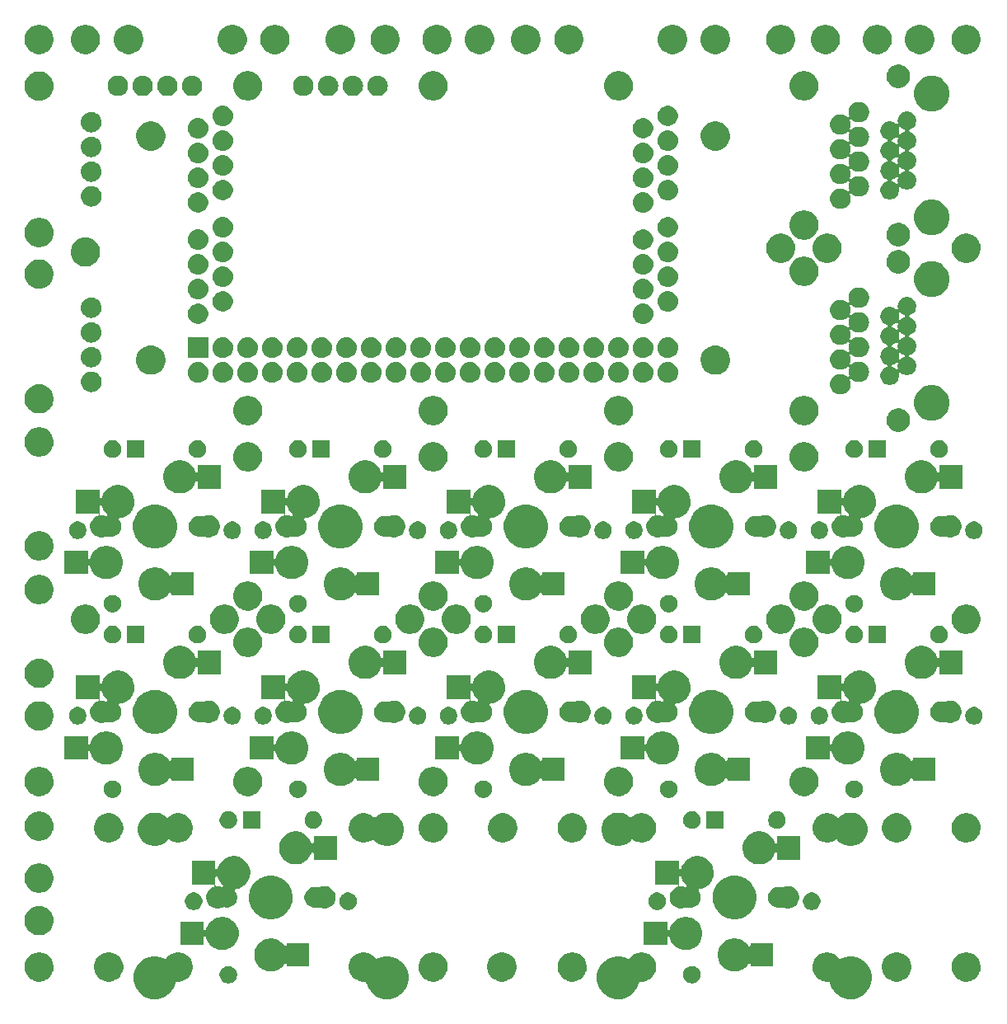
<source format=gbs>
G04 #@! TF.GenerationSoftware,KiCad,Pcbnew,(5.0.2)-1*
G04 #@! TF.CreationDate,2019-04-05T23:19:43+09:00*
G04 #@! TF.ProjectId,su128,73753132-382e-46b6-9963-61645f706362,rev?*
G04 #@! TF.SameCoordinates,PX23f4e34PY3256d7c*
G04 #@! TF.FileFunction,Soldermask,Bot*
G04 #@! TF.FilePolarity,Negative*
%FSLAX46Y46*%
G04 Gerber Fmt 4.6, Leading zero omitted, Abs format (unit mm)*
G04 Created by KiCad (PCBNEW (5.0.2)-1) date 2019/04/05 23:19:43*
%MOMM*%
%LPD*%
G01*
G04 APERTURE LIST*
%ADD10C,0.100000*%
G04 APERTURE END LIST*
D10*
G36*
X83287715Y-95772671D02*
X83384314Y-95791886D01*
X83657297Y-95904959D01*
X83899700Y-96066929D01*
X83902977Y-96069118D01*
X84111904Y-96278045D01*
X84164641Y-96356971D01*
X84180187Y-96375913D01*
X84199129Y-96391459D01*
X84220740Y-96403010D01*
X84244189Y-96410123D01*
X84268575Y-96412525D01*
X84292961Y-96410123D01*
X84316411Y-96403010D01*
X84320577Y-96401284D01*
X84320579Y-96401283D01*
X84719843Y-96235903D01*
X84719844Y-96235903D01*
X84719846Y-96235902D01*
X85143698Y-96151592D01*
X85575862Y-96151592D01*
X85999714Y-96235902D01*
X85999716Y-96235903D01*
X85999717Y-96235903D01*
X86398981Y-96401283D01*
X86758310Y-96641379D01*
X87063893Y-96946962D01*
X87303989Y-97306291D01*
X87469369Y-97705555D01*
X87469370Y-97705558D01*
X87553680Y-98129410D01*
X87553680Y-98561574D01*
X87469370Y-98985426D01*
X87469369Y-98985428D01*
X87469369Y-98985429D01*
X87303989Y-99384693D01*
X87063893Y-99744022D01*
X86758310Y-100049605D01*
X86398981Y-100289701D01*
X85999717Y-100455081D01*
X85999716Y-100455081D01*
X85999714Y-100455082D01*
X85575862Y-100539392D01*
X85143698Y-100539392D01*
X84719846Y-100455082D01*
X84719844Y-100455081D01*
X84719843Y-100455081D01*
X84320579Y-100289701D01*
X83961250Y-100049605D01*
X83655667Y-99744022D01*
X83415571Y-99384693D01*
X83250191Y-98985429D01*
X83250190Y-98985427D01*
X83220239Y-98834855D01*
X83213126Y-98811406D01*
X83201575Y-98789796D01*
X83186029Y-98770853D01*
X83167087Y-98755308D01*
X83145476Y-98743757D01*
X83122027Y-98736644D01*
X83097641Y-98734242D01*
X82799041Y-98734242D01*
X82605845Y-98695813D01*
X82509246Y-98676598D01*
X82236263Y-98563525D01*
X81990586Y-98399368D01*
X81990583Y-98399366D01*
X81781656Y-98190439D01*
X81617496Y-97944757D01*
X81518416Y-97705555D01*
X81504424Y-97671776D01*
X81485209Y-97575177D01*
X81446780Y-97381981D01*
X81446780Y-97086503D01*
X81504424Y-96796709D01*
X81504824Y-96795744D01*
X81617497Y-96523725D01*
X81781654Y-96278048D01*
X81781656Y-96278045D01*
X81990583Y-96069118D01*
X81993860Y-96066929D01*
X82236263Y-95904959D01*
X82509246Y-95791886D01*
X82605845Y-95772671D01*
X82799041Y-95734242D01*
X83094519Y-95734242D01*
X83287715Y-95772671D01*
X83287715Y-95772671D01*
G37*
G36*
X35662715Y-95772671D02*
X35759314Y-95791886D01*
X36032297Y-95904959D01*
X36274700Y-96066929D01*
X36277977Y-96069118D01*
X36486904Y-96278045D01*
X36539641Y-96356971D01*
X36555187Y-96375913D01*
X36574129Y-96391459D01*
X36595740Y-96403010D01*
X36619189Y-96410123D01*
X36643575Y-96412525D01*
X36667961Y-96410123D01*
X36691411Y-96403010D01*
X36695577Y-96401284D01*
X36695579Y-96401283D01*
X37094843Y-96235903D01*
X37094844Y-96235903D01*
X37094846Y-96235902D01*
X37518698Y-96151592D01*
X37950862Y-96151592D01*
X38374714Y-96235902D01*
X38374716Y-96235903D01*
X38374717Y-96235903D01*
X38773981Y-96401283D01*
X39133310Y-96641379D01*
X39438893Y-96946962D01*
X39678989Y-97306291D01*
X39844369Y-97705555D01*
X39844370Y-97705558D01*
X39928680Y-98129410D01*
X39928680Y-98561574D01*
X39844370Y-98985426D01*
X39844369Y-98985428D01*
X39844369Y-98985429D01*
X39678989Y-99384693D01*
X39438893Y-99744022D01*
X39133310Y-100049605D01*
X38773981Y-100289701D01*
X38374717Y-100455081D01*
X38374716Y-100455081D01*
X38374714Y-100455082D01*
X37950862Y-100539392D01*
X37518698Y-100539392D01*
X37094846Y-100455082D01*
X37094844Y-100455081D01*
X37094843Y-100455081D01*
X36695579Y-100289701D01*
X36336250Y-100049605D01*
X36030667Y-99744022D01*
X35790571Y-99384693D01*
X35625191Y-98985429D01*
X35625190Y-98985427D01*
X35595239Y-98834855D01*
X35588126Y-98811406D01*
X35576575Y-98789796D01*
X35561029Y-98770853D01*
X35542087Y-98755308D01*
X35520476Y-98743757D01*
X35497027Y-98736644D01*
X35472641Y-98734242D01*
X35174041Y-98734242D01*
X34980845Y-98695813D01*
X34884246Y-98676598D01*
X34611263Y-98563525D01*
X34365586Y-98399368D01*
X34365583Y-98399366D01*
X34156656Y-98190439D01*
X33992496Y-97944757D01*
X33893416Y-97705555D01*
X33879424Y-97671776D01*
X33860209Y-97575177D01*
X33821780Y-97381981D01*
X33821780Y-97086503D01*
X33879424Y-96796709D01*
X33879824Y-96795744D01*
X33992497Y-96523725D01*
X34156654Y-96278048D01*
X34156656Y-96278045D01*
X34365583Y-96069118D01*
X34368860Y-96066929D01*
X34611263Y-95904959D01*
X34884246Y-95791886D01*
X34980845Y-95772671D01*
X35174041Y-95734242D01*
X35469519Y-95734242D01*
X35662715Y-95772671D01*
X35662715Y-95772671D01*
G37*
G36*
X16612715Y-95772671D02*
X16709314Y-95791886D01*
X16982297Y-95904959D01*
X17224700Y-96066929D01*
X17227977Y-96069118D01*
X17436904Y-96278045D01*
X17436906Y-96278048D01*
X17601063Y-96523725D01*
X17713737Y-96795744D01*
X17714136Y-96796709D01*
X17771780Y-97086503D01*
X17771780Y-97381981D01*
X17733351Y-97575177D01*
X17714136Y-97671776D01*
X17700144Y-97705555D01*
X17601064Y-97944757D01*
X17436904Y-98190439D01*
X17227977Y-98399366D01*
X17227974Y-98399368D01*
X16982297Y-98563525D01*
X16709314Y-98676598D01*
X16612715Y-98695813D01*
X16419519Y-98734242D01*
X16120919Y-98734242D01*
X16096533Y-98736644D01*
X16073084Y-98743757D01*
X16051473Y-98755308D01*
X16032531Y-98770854D01*
X16016985Y-98789796D01*
X16005434Y-98811407D01*
X15998321Y-98834855D01*
X15968370Y-98985427D01*
X15968369Y-98985429D01*
X15802989Y-99384693D01*
X15562893Y-99744022D01*
X15257310Y-100049605D01*
X14897981Y-100289701D01*
X14498717Y-100455081D01*
X14498716Y-100455081D01*
X14498714Y-100455082D01*
X14074862Y-100539392D01*
X13642698Y-100539392D01*
X13218846Y-100455082D01*
X13218844Y-100455081D01*
X13218843Y-100455081D01*
X12819579Y-100289701D01*
X12460250Y-100049605D01*
X12154667Y-99744022D01*
X11914571Y-99384693D01*
X11749191Y-98985429D01*
X11749191Y-98985428D01*
X11749190Y-98985426D01*
X11664880Y-98561574D01*
X11664880Y-98129410D01*
X11749190Y-97705558D01*
X11749191Y-97705555D01*
X11914571Y-97306291D01*
X12154667Y-96946962D01*
X12460250Y-96641379D01*
X12819579Y-96401283D01*
X13218843Y-96235903D01*
X13218844Y-96235903D01*
X13218846Y-96235902D01*
X13642698Y-96151592D01*
X14074862Y-96151592D01*
X14498714Y-96235902D01*
X14498716Y-96235903D01*
X14498717Y-96235903D01*
X14897981Y-96401283D01*
X14897983Y-96401284D01*
X14902149Y-96403010D01*
X14925599Y-96410123D01*
X14949985Y-96412525D01*
X14974371Y-96410123D01*
X14997820Y-96403010D01*
X15019431Y-96391459D01*
X15038373Y-96375913D01*
X15053919Y-96356971D01*
X15106656Y-96278045D01*
X15315583Y-96069118D01*
X15318860Y-96066929D01*
X15561263Y-95904959D01*
X15834246Y-95791886D01*
X15930845Y-95772671D01*
X16124041Y-95734242D01*
X16419519Y-95734242D01*
X16612715Y-95772671D01*
X16612715Y-95772671D01*
G37*
G36*
X64237715Y-95772671D02*
X64334314Y-95791886D01*
X64607297Y-95904959D01*
X64849700Y-96066929D01*
X64852977Y-96069118D01*
X65061904Y-96278045D01*
X65061906Y-96278048D01*
X65226063Y-96523725D01*
X65338737Y-96795744D01*
X65339136Y-96796709D01*
X65396780Y-97086503D01*
X65396780Y-97381981D01*
X65358351Y-97575177D01*
X65339136Y-97671776D01*
X65325144Y-97705555D01*
X65226064Y-97944757D01*
X65061904Y-98190439D01*
X64852977Y-98399366D01*
X64852974Y-98399368D01*
X64607297Y-98563525D01*
X64334314Y-98676598D01*
X64237715Y-98695813D01*
X64044519Y-98734242D01*
X63745919Y-98734242D01*
X63721533Y-98736644D01*
X63698084Y-98743757D01*
X63676473Y-98755308D01*
X63657531Y-98770854D01*
X63641985Y-98789796D01*
X63630434Y-98811407D01*
X63623321Y-98834855D01*
X63593370Y-98985427D01*
X63593369Y-98985429D01*
X63427989Y-99384693D01*
X63187893Y-99744022D01*
X62882310Y-100049605D01*
X62522981Y-100289701D01*
X62123717Y-100455081D01*
X62123716Y-100455081D01*
X62123714Y-100455082D01*
X61699862Y-100539392D01*
X61267698Y-100539392D01*
X60843846Y-100455082D01*
X60843844Y-100455081D01*
X60843843Y-100455081D01*
X60444579Y-100289701D01*
X60085250Y-100049605D01*
X59779667Y-99744022D01*
X59539571Y-99384693D01*
X59374191Y-98985429D01*
X59374191Y-98985428D01*
X59374190Y-98985426D01*
X59289880Y-98561574D01*
X59289880Y-98129410D01*
X59374190Y-97705558D01*
X59374191Y-97705555D01*
X59539571Y-97306291D01*
X59779667Y-96946962D01*
X60085250Y-96641379D01*
X60444579Y-96401283D01*
X60843843Y-96235903D01*
X60843844Y-96235903D01*
X60843846Y-96235902D01*
X61267698Y-96151592D01*
X61699862Y-96151592D01*
X62123714Y-96235902D01*
X62123716Y-96235903D01*
X62123717Y-96235903D01*
X62522981Y-96401283D01*
X62522983Y-96401284D01*
X62527149Y-96403010D01*
X62550599Y-96410123D01*
X62574985Y-96412525D01*
X62599371Y-96410123D01*
X62622820Y-96403010D01*
X62644431Y-96391459D01*
X62663373Y-96375913D01*
X62678919Y-96356971D01*
X62731656Y-96278045D01*
X62940583Y-96069118D01*
X62943860Y-96066929D01*
X63186263Y-95904959D01*
X63459246Y-95791886D01*
X63555845Y-95772671D01*
X63749041Y-95734242D01*
X64044519Y-95734242D01*
X64237715Y-95772671D01*
X64237715Y-95772671D01*
G37*
G36*
X69318238Y-97164021D02*
X69481751Y-97231750D01*
X69481754Y-97231752D01*
X69593308Y-97306290D01*
X69628919Y-97330085D01*
X69754062Y-97455228D01*
X69852397Y-97602396D01*
X69920126Y-97765909D01*
X69954655Y-97939497D01*
X69954655Y-98116487D01*
X69920126Y-98290075D01*
X69852397Y-98453588D01*
X69852395Y-98453591D01*
X69778939Y-98563526D01*
X69754062Y-98600756D01*
X69628919Y-98725899D01*
X69628916Y-98725901D01*
X69628915Y-98725902D01*
X69533291Y-98789796D01*
X69481751Y-98824234D01*
X69318238Y-98891963D01*
X69144650Y-98926492D01*
X68967660Y-98926492D01*
X68794072Y-98891963D01*
X68630559Y-98824234D01*
X68579019Y-98789796D01*
X68483395Y-98725902D01*
X68483394Y-98725901D01*
X68483391Y-98725899D01*
X68358248Y-98600756D01*
X68333372Y-98563526D01*
X68259915Y-98453591D01*
X68259913Y-98453588D01*
X68192184Y-98290075D01*
X68157655Y-98116487D01*
X68157655Y-97939497D01*
X68192184Y-97765909D01*
X68259913Y-97602396D01*
X68358248Y-97455228D01*
X68483391Y-97330085D01*
X68519003Y-97306290D01*
X68630556Y-97231752D01*
X68630559Y-97231750D01*
X68794072Y-97164021D01*
X68967660Y-97129492D01*
X69144650Y-97129492D01*
X69318238Y-97164021D01*
X69318238Y-97164021D01*
G37*
G36*
X21693238Y-97164021D02*
X21856751Y-97231750D01*
X21856754Y-97231752D01*
X21968308Y-97306290D01*
X22003919Y-97330085D01*
X22129062Y-97455228D01*
X22227397Y-97602396D01*
X22295126Y-97765909D01*
X22329655Y-97939497D01*
X22329655Y-98116487D01*
X22295126Y-98290075D01*
X22227397Y-98453588D01*
X22227395Y-98453591D01*
X22153939Y-98563526D01*
X22129062Y-98600756D01*
X22003919Y-98725899D01*
X22003916Y-98725901D01*
X22003915Y-98725902D01*
X21908291Y-98789796D01*
X21856751Y-98824234D01*
X21693238Y-98891963D01*
X21519650Y-98926492D01*
X21342660Y-98926492D01*
X21169072Y-98891963D01*
X21005559Y-98824234D01*
X20954019Y-98789796D01*
X20858395Y-98725902D01*
X20858394Y-98725901D01*
X20858391Y-98725899D01*
X20733248Y-98600756D01*
X20708372Y-98563526D01*
X20634915Y-98453591D01*
X20634913Y-98453588D01*
X20567184Y-98290075D01*
X20532655Y-98116487D01*
X20532655Y-97939497D01*
X20567184Y-97765909D01*
X20634913Y-97602396D01*
X20733248Y-97455228D01*
X20858391Y-97330085D01*
X20894003Y-97306290D01*
X21005556Y-97231752D01*
X21005559Y-97231750D01*
X21169072Y-97164021D01*
X21342660Y-97129492D01*
X21519650Y-97129492D01*
X21693238Y-97164021D01*
X21693238Y-97164021D01*
G37*
G36*
X2325215Y-95772671D02*
X2421814Y-95791886D01*
X2694797Y-95904959D01*
X2937200Y-96066929D01*
X2940477Y-96069118D01*
X3149404Y-96278045D01*
X3149406Y-96278048D01*
X3313563Y-96523725D01*
X3426237Y-96795744D01*
X3426636Y-96796709D01*
X3484280Y-97086503D01*
X3484280Y-97381981D01*
X3445851Y-97575177D01*
X3426636Y-97671776D01*
X3412644Y-97705555D01*
X3313564Y-97944757D01*
X3149404Y-98190439D01*
X2940477Y-98399366D01*
X2940474Y-98399368D01*
X2694797Y-98563525D01*
X2421814Y-98676598D01*
X2325215Y-98695813D01*
X2132019Y-98734242D01*
X1836541Y-98734242D01*
X1643345Y-98695813D01*
X1546746Y-98676598D01*
X1273763Y-98563525D01*
X1028086Y-98399368D01*
X1028083Y-98399366D01*
X819156Y-98190439D01*
X654996Y-97944757D01*
X555916Y-97705555D01*
X541924Y-97671776D01*
X522709Y-97575177D01*
X484280Y-97381981D01*
X484280Y-97086503D01*
X541924Y-96796709D01*
X542324Y-96795744D01*
X654997Y-96523725D01*
X819154Y-96278048D01*
X819156Y-96278045D01*
X1028083Y-96069118D01*
X1031360Y-96066929D01*
X1273763Y-95904959D01*
X1546746Y-95791886D01*
X1643345Y-95772671D01*
X1836541Y-95734242D01*
X2132019Y-95734242D01*
X2325215Y-95772671D01*
X2325215Y-95772671D01*
G37*
G36*
X42806465Y-95772671D02*
X42903064Y-95791886D01*
X43176047Y-95904959D01*
X43418450Y-96066929D01*
X43421727Y-96069118D01*
X43630654Y-96278045D01*
X43630656Y-96278048D01*
X43794813Y-96523725D01*
X43907487Y-96795744D01*
X43907886Y-96796709D01*
X43965530Y-97086503D01*
X43965530Y-97381981D01*
X43927101Y-97575177D01*
X43907886Y-97671776D01*
X43893894Y-97705555D01*
X43794814Y-97944757D01*
X43630654Y-98190439D01*
X43421727Y-98399366D01*
X43421724Y-98399368D01*
X43176047Y-98563525D01*
X42903064Y-98676598D01*
X42806465Y-98695813D01*
X42613269Y-98734242D01*
X42317791Y-98734242D01*
X42124595Y-98695813D01*
X42027996Y-98676598D01*
X41755013Y-98563525D01*
X41509336Y-98399368D01*
X41509333Y-98399366D01*
X41300406Y-98190439D01*
X41136246Y-97944757D01*
X41037166Y-97705555D01*
X41023174Y-97671776D01*
X41003959Y-97575177D01*
X40965530Y-97381981D01*
X40965530Y-97086503D01*
X41023174Y-96796709D01*
X41023574Y-96795744D01*
X41136247Y-96523725D01*
X41300404Y-96278048D01*
X41300406Y-96278045D01*
X41509333Y-96069118D01*
X41512610Y-96066929D01*
X41755013Y-95904959D01*
X42027996Y-95791886D01*
X42124595Y-95772671D01*
X42317791Y-95734242D01*
X42613269Y-95734242D01*
X42806465Y-95772671D01*
X42806465Y-95772671D01*
G37*
G36*
X97575215Y-95772671D02*
X97671814Y-95791886D01*
X97944797Y-95904959D01*
X98187200Y-96066929D01*
X98190477Y-96069118D01*
X98399404Y-96278045D01*
X98399406Y-96278048D01*
X98563563Y-96523725D01*
X98676237Y-96795744D01*
X98676636Y-96796709D01*
X98734280Y-97086503D01*
X98734280Y-97381981D01*
X98695851Y-97575177D01*
X98676636Y-97671776D01*
X98662644Y-97705555D01*
X98563564Y-97944757D01*
X98399404Y-98190439D01*
X98190477Y-98399366D01*
X98190474Y-98399368D01*
X97944797Y-98563525D01*
X97671814Y-98676598D01*
X97575215Y-98695813D01*
X97382019Y-98734242D01*
X97086541Y-98734242D01*
X96893345Y-98695813D01*
X96796746Y-98676598D01*
X96523763Y-98563525D01*
X96278086Y-98399368D01*
X96278083Y-98399366D01*
X96069156Y-98190439D01*
X95904996Y-97944757D01*
X95805916Y-97705555D01*
X95791924Y-97671776D01*
X95772709Y-97575177D01*
X95734280Y-97381981D01*
X95734280Y-97086503D01*
X95791924Y-96796709D01*
X95792324Y-96795744D01*
X95904997Y-96523725D01*
X96069154Y-96278048D01*
X96069156Y-96278045D01*
X96278083Y-96069118D01*
X96281360Y-96066929D01*
X96523763Y-95904959D01*
X96796746Y-95791886D01*
X96893345Y-95772671D01*
X97086541Y-95734242D01*
X97382019Y-95734242D01*
X97575215Y-95772671D01*
X97575215Y-95772671D01*
G37*
G36*
X90431465Y-95772671D02*
X90528064Y-95791886D01*
X90801047Y-95904959D01*
X91043450Y-96066929D01*
X91046727Y-96069118D01*
X91255654Y-96278045D01*
X91255656Y-96278048D01*
X91419813Y-96523725D01*
X91532487Y-96795744D01*
X91532886Y-96796709D01*
X91590530Y-97086503D01*
X91590530Y-97381981D01*
X91552101Y-97575177D01*
X91532886Y-97671776D01*
X91518894Y-97705555D01*
X91419814Y-97944757D01*
X91255654Y-98190439D01*
X91046727Y-98399366D01*
X91046724Y-98399368D01*
X90801047Y-98563525D01*
X90528064Y-98676598D01*
X90431465Y-98695813D01*
X90238269Y-98734242D01*
X89942791Y-98734242D01*
X89749595Y-98695813D01*
X89652996Y-98676598D01*
X89380013Y-98563525D01*
X89134336Y-98399368D01*
X89134333Y-98399366D01*
X88925406Y-98190439D01*
X88761246Y-97944757D01*
X88662166Y-97705555D01*
X88648174Y-97671776D01*
X88628959Y-97575177D01*
X88590530Y-97381981D01*
X88590530Y-97086503D01*
X88648174Y-96796709D01*
X88648574Y-96795744D01*
X88761247Y-96523725D01*
X88925404Y-96278048D01*
X88925406Y-96278045D01*
X89134333Y-96069118D01*
X89137610Y-96066929D01*
X89380013Y-95904959D01*
X89652996Y-95791886D01*
X89749595Y-95772671D01*
X89942791Y-95734242D01*
X90238269Y-95734242D01*
X90431465Y-95772671D01*
X90431465Y-95772671D01*
G37*
G36*
X9468965Y-95772671D02*
X9565564Y-95791886D01*
X9838547Y-95904959D01*
X10080950Y-96066929D01*
X10084227Y-96069118D01*
X10293154Y-96278045D01*
X10293156Y-96278048D01*
X10457313Y-96523725D01*
X10569987Y-96795744D01*
X10570386Y-96796709D01*
X10628030Y-97086503D01*
X10628030Y-97381981D01*
X10589601Y-97575177D01*
X10570386Y-97671776D01*
X10556394Y-97705555D01*
X10457314Y-97944757D01*
X10293154Y-98190439D01*
X10084227Y-98399366D01*
X10084224Y-98399368D01*
X9838547Y-98563525D01*
X9565564Y-98676598D01*
X9468965Y-98695813D01*
X9275769Y-98734242D01*
X8980291Y-98734242D01*
X8787095Y-98695813D01*
X8690496Y-98676598D01*
X8417513Y-98563525D01*
X8171836Y-98399368D01*
X8171833Y-98399366D01*
X7962906Y-98190439D01*
X7798746Y-97944757D01*
X7699666Y-97705555D01*
X7685674Y-97671776D01*
X7666459Y-97575177D01*
X7628030Y-97381981D01*
X7628030Y-97086503D01*
X7685674Y-96796709D01*
X7686074Y-96795744D01*
X7798747Y-96523725D01*
X7962904Y-96278048D01*
X7962906Y-96278045D01*
X8171833Y-96069118D01*
X8175110Y-96066929D01*
X8417513Y-95904959D01*
X8690496Y-95791886D01*
X8787095Y-95772671D01*
X8980291Y-95734242D01*
X9275769Y-95734242D01*
X9468965Y-95772671D01*
X9468965Y-95772671D01*
G37*
G36*
X57093965Y-95772671D02*
X57190564Y-95791886D01*
X57463547Y-95904959D01*
X57705950Y-96066929D01*
X57709227Y-96069118D01*
X57918154Y-96278045D01*
X57918156Y-96278048D01*
X58082313Y-96523725D01*
X58194987Y-96795744D01*
X58195386Y-96796709D01*
X58253030Y-97086503D01*
X58253030Y-97381981D01*
X58214601Y-97575177D01*
X58195386Y-97671776D01*
X58181394Y-97705555D01*
X58082314Y-97944757D01*
X57918154Y-98190439D01*
X57709227Y-98399366D01*
X57709224Y-98399368D01*
X57463547Y-98563525D01*
X57190564Y-98676598D01*
X57093965Y-98695813D01*
X56900769Y-98734242D01*
X56605291Y-98734242D01*
X56412095Y-98695813D01*
X56315496Y-98676598D01*
X56042513Y-98563525D01*
X55796836Y-98399368D01*
X55796833Y-98399366D01*
X55587906Y-98190439D01*
X55423746Y-97944757D01*
X55324666Y-97705555D01*
X55310674Y-97671776D01*
X55291459Y-97575177D01*
X55253030Y-97381981D01*
X55253030Y-97086503D01*
X55310674Y-96796709D01*
X55311074Y-96795744D01*
X55423747Y-96523725D01*
X55587904Y-96278048D01*
X55587906Y-96278045D01*
X55796833Y-96069118D01*
X55800110Y-96066929D01*
X56042513Y-95904959D01*
X56315496Y-95791886D01*
X56412095Y-95772671D01*
X56605291Y-95734242D01*
X56900769Y-95734242D01*
X57093965Y-95772671D01*
X57093965Y-95772671D01*
G37*
G36*
X49881465Y-95772671D02*
X49978064Y-95791886D01*
X50251047Y-95904959D01*
X50493450Y-96066929D01*
X50496727Y-96069118D01*
X50705654Y-96278045D01*
X50705656Y-96278048D01*
X50869813Y-96523725D01*
X50982487Y-96795744D01*
X50982886Y-96796709D01*
X51040530Y-97086503D01*
X51040530Y-97381981D01*
X51002101Y-97575177D01*
X50982886Y-97671776D01*
X50968894Y-97705555D01*
X50869814Y-97944757D01*
X50705654Y-98190439D01*
X50496727Y-98399366D01*
X50496724Y-98399368D01*
X50251047Y-98563525D01*
X49978064Y-98676598D01*
X49881465Y-98695813D01*
X49688269Y-98734242D01*
X49392791Y-98734242D01*
X49199595Y-98695813D01*
X49102996Y-98676598D01*
X48830013Y-98563525D01*
X48584336Y-98399368D01*
X48584333Y-98399366D01*
X48375406Y-98190439D01*
X48211246Y-97944757D01*
X48112166Y-97705555D01*
X48098174Y-97671776D01*
X48078959Y-97575177D01*
X48040530Y-97381981D01*
X48040530Y-97086503D01*
X48098174Y-96796709D01*
X48098574Y-96795744D01*
X48211247Y-96523725D01*
X48375404Y-96278048D01*
X48375406Y-96278045D01*
X48584333Y-96069118D01*
X48587610Y-96066929D01*
X48830013Y-95904959D01*
X49102996Y-95791886D01*
X49199595Y-95772671D01*
X49392791Y-95734242D01*
X49688269Y-95734242D01*
X49881465Y-95772671D01*
X49881465Y-95772671D01*
G37*
G36*
X73808173Y-94334045D02*
X73917652Y-94355822D01*
X74227032Y-94483971D01*
X74505467Y-94670015D01*
X74742257Y-94906805D01*
X74842852Y-95057356D01*
X74858392Y-95076291D01*
X74877334Y-95091837D01*
X74898945Y-95103388D01*
X74922394Y-95110501D01*
X74946780Y-95112903D01*
X74971166Y-95110501D01*
X74994616Y-95103388D01*
X75016226Y-95091837D01*
X75035168Y-95076291D01*
X75050714Y-95057349D01*
X75062265Y-95035738D01*
X75069378Y-95012289D01*
X75071780Y-94987903D01*
X75071780Y-94790492D01*
X77371780Y-94790492D01*
X77371780Y-97190492D01*
X75071780Y-97190492D01*
X75071780Y-96993081D01*
X75069378Y-96968695D01*
X75062265Y-96945246D01*
X75050714Y-96923635D01*
X75035168Y-96904693D01*
X75016226Y-96889147D01*
X74994615Y-96877596D01*
X74971166Y-96870483D01*
X74946780Y-96868081D01*
X74922394Y-96870483D01*
X74898945Y-96877596D01*
X74877334Y-96889147D01*
X74858392Y-96904693D01*
X74842852Y-96923628D01*
X74742257Y-97074179D01*
X74505467Y-97310969D01*
X74227032Y-97497013D01*
X73917652Y-97625162D01*
X73808173Y-97646939D01*
X73589217Y-97690492D01*
X73254343Y-97690492D01*
X73035387Y-97646939D01*
X72925908Y-97625162D01*
X72616528Y-97497013D01*
X72338093Y-97310969D01*
X72101303Y-97074179D01*
X71915259Y-96795744D01*
X71787110Y-96486364D01*
X71721780Y-96157927D01*
X71721780Y-95823057D01*
X71787110Y-95494620D01*
X71915259Y-95185240D01*
X72101303Y-94906805D01*
X72338093Y-94670015D01*
X72616528Y-94483971D01*
X72925908Y-94355822D01*
X73035387Y-94334045D01*
X73254343Y-94290492D01*
X73589217Y-94290492D01*
X73808173Y-94334045D01*
X73808173Y-94334045D01*
G37*
G36*
X26183173Y-94334045D02*
X26292652Y-94355822D01*
X26602032Y-94483971D01*
X26880467Y-94670015D01*
X27117257Y-94906805D01*
X27217852Y-95057356D01*
X27233392Y-95076291D01*
X27252334Y-95091837D01*
X27273945Y-95103388D01*
X27297394Y-95110501D01*
X27321780Y-95112903D01*
X27346166Y-95110501D01*
X27369616Y-95103388D01*
X27391226Y-95091837D01*
X27410168Y-95076291D01*
X27425714Y-95057349D01*
X27437265Y-95035738D01*
X27444378Y-95012289D01*
X27446780Y-94987903D01*
X27446780Y-94790492D01*
X29746780Y-94790492D01*
X29746780Y-97190492D01*
X27446780Y-97190492D01*
X27446780Y-96993081D01*
X27444378Y-96968695D01*
X27437265Y-96945246D01*
X27425714Y-96923635D01*
X27410168Y-96904693D01*
X27391226Y-96889147D01*
X27369615Y-96877596D01*
X27346166Y-96870483D01*
X27321780Y-96868081D01*
X27297394Y-96870483D01*
X27273945Y-96877596D01*
X27252334Y-96889147D01*
X27233392Y-96904693D01*
X27217852Y-96923628D01*
X27117257Y-97074179D01*
X26880467Y-97310969D01*
X26602032Y-97497013D01*
X26292652Y-97625162D01*
X26183173Y-97646939D01*
X25964217Y-97690492D01*
X25629343Y-97690492D01*
X25410387Y-97646939D01*
X25300908Y-97625162D01*
X24991528Y-97497013D01*
X24713093Y-97310969D01*
X24476303Y-97074179D01*
X24290259Y-96795744D01*
X24162110Y-96486364D01*
X24096780Y-96157927D01*
X24096780Y-95823057D01*
X24162110Y-95494620D01*
X24290259Y-95185240D01*
X24476303Y-94906805D01*
X24713093Y-94670015D01*
X24991528Y-94483971D01*
X25300908Y-94355822D01*
X25410387Y-94334045D01*
X25629343Y-94290492D01*
X25964217Y-94290492D01*
X26183173Y-94334045D01*
X26183173Y-94334045D01*
G37*
G36*
X21183173Y-92134045D02*
X21292652Y-92155822D01*
X21602032Y-92283971D01*
X21880467Y-92470015D01*
X22117257Y-92706805D01*
X22303301Y-92985240D01*
X22431450Y-93294620D01*
X22496780Y-93623057D01*
X22496780Y-93957927D01*
X22431450Y-94286364D01*
X22303301Y-94595744D01*
X22117257Y-94874179D01*
X21880467Y-95110969D01*
X21602032Y-95297013D01*
X21292652Y-95425162D01*
X21183173Y-95446939D01*
X20964217Y-95490492D01*
X20629343Y-95490492D01*
X20410387Y-95446939D01*
X20300908Y-95425162D01*
X19991528Y-95297013D01*
X19713093Y-95110969D01*
X19476303Y-94874179D01*
X19290259Y-94595744D01*
X19162110Y-94286364D01*
X19144378Y-94197219D01*
X19137265Y-94173769D01*
X19125714Y-94152159D01*
X19110168Y-94133217D01*
X19091226Y-94117671D01*
X19069615Y-94106120D01*
X19046166Y-94099007D01*
X19021780Y-94096605D01*
X18997394Y-94099007D01*
X18973944Y-94106120D01*
X18952334Y-94117671D01*
X18933392Y-94133217D01*
X18917846Y-94152159D01*
X18906295Y-94173770D01*
X18899182Y-94197219D01*
X18896780Y-94221605D01*
X18896780Y-94990492D01*
X16496780Y-94990492D01*
X16496780Y-92590492D01*
X18896780Y-92590492D01*
X18896780Y-93359379D01*
X18899182Y-93383765D01*
X18906295Y-93407214D01*
X18917846Y-93428825D01*
X18933392Y-93447767D01*
X18952334Y-93463313D01*
X18973945Y-93474864D01*
X18997394Y-93481977D01*
X19021780Y-93484379D01*
X19046166Y-93481977D01*
X19069615Y-93474864D01*
X19091226Y-93463313D01*
X19110168Y-93447767D01*
X19125714Y-93428825D01*
X19137265Y-93407214D01*
X19144378Y-93383765D01*
X19162110Y-93294621D01*
X19162110Y-93294620D01*
X19290259Y-92985240D01*
X19476303Y-92706805D01*
X19713093Y-92470015D01*
X19991528Y-92283971D01*
X20300908Y-92155822D01*
X20410387Y-92134045D01*
X20629343Y-92090492D01*
X20964217Y-92090492D01*
X21183173Y-92134045D01*
X21183173Y-92134045D01*
G37*
G36*
X68808173Y-92134045D02*
X68917652Y-92155822D01*
X69227032Y-92283971D01*
X69505467Y-92470015D01*
X69742257Y-92706805D01*
X69928301Y-92985240D01*
X70056450Y-93294620D01*
X70121780Y-93623057D01*
X70121780Y-93957927D01*
X70056450Y-94286364D01*
X69928301Y-94595744D01*
X69742257Y-94874179D01*
X69505467Y-95110969D01*
X69227032Y-95297013D01*
X68917652Y-95425162D01*
X68808173Y-95446939D01*
X68589217Y-95490492D01*
X68254343Y-95490492D01*
X68035387Y-95446939D01*
X67925908Y-95425162D01*
X67616528Y-95297013D01*
X67338093Y-95110969D01*
X67101303Y-94874179D01*
X66915259Y-94595744D01*
X66787110Y-94286364D01*
X66769378Y-94197219D01*
X66762265Y-94173769D01*
X66750714Y-94152159D01*
X66735168Y-94133217D01*
X66716226Y-94117671D01*
X66694615Y-94106120D01*
X66671166Y-94099007D01*
X66646780Y-94096605D01*
X66622394Y-94099007D01*
X66598944Y-94106120D01*
X66577334Y-94117671D01*
X66558392Y-94133217D01*
X66542846Y-94152159D01*
X66531295Y-94173770D01*
X66524182Y-94197219D01*
X66521780Y-94221605D01*
X66521780Y-94990492D01*
X64121780Y-94990492D01*
X64121780Y-92590492D01*
X66521780Y-92590492D01*
X66521780Y-93359379D01*
X66524182Y-93383765D01*
X66531295Y-93407214D01*
X66542846Y-93428825D01*
X66558392Y-93447767D01*
X66577334Y-93463313D01*
X66598945Y-93474864D01*
X66622394Y-93481977D01*
X66646780Y-93484379D01*
X66671166Y-93481977D01*
X66694615Y-93474864D01*
X66716226Y-93463313D01*
X66735168Y-93447767D01*
X66750714Y-93428825D01*
X66762265Y-93407214D01*
X66769378Y-93383765D01*
X66787110Y-93294621D01*
X66787110Y-93294620D01*
X66915259Y-92985240D01*
X67101303Y-92706805D01*
X67338093Y-92470015D01*
X67616528Y-92283971D01*
X67925908Y-92155822D01*
X68035387Y-92134045D01*
X68254343Y-92090492D01*
X68589217Y-92090492D01*
X68808173Y-92134045D01*
X68808173Y-92134045D01*
G37*
G36*
X2325215Y-91010171D02*
X2421814Y-91029386D01*
X2496039Y-91060131D01*
X2690049Y-91140492D01*
X2694797Y-91142459D01*
X2758878Y-91185277D01*
X2940477Y-91306618D01*
X3149404Y-91515545D01*
X3149406Y-91515548D01*
X3313563Y-91761225D01*
X3426636Y-92034208D01*
X3445851Y-92130807D01*
X3470361Y-92254026D01*
X3484280Y-92324005D01*
X3484280Y-92619479D01*
X3426636Y-92909276D01*
X3313563Y-93182259D01*
X3178920Y-93383765D01*
X3149404Y-93427939D01*
X2940477Y-93636866D01*
X2940474Y-93636868D01*
X2694797Y-93801025D01*
X2421814Y-93914098D01*
X2325215Y-93933313D01*
X2132019Y-93971742D01*
X1836541Y-93971742D01*
X1643345Y-93933313D01*
X1546746Y-93914098D01*
X1273763Y-93801025D01*
X1028086Y-93636868D01*
X1028083Y-93636866D01*
X819156Y-93427939D01*
X789640Y-93383765D01*
X654997Y-93182259D01*
X541924Y-92909276D01*
X484280Y-92619479D01*
X484280Y-92324005D01*
X498200Y-92254026D01*
X522709Y-92130807D01*
X541924Y-92034208D01*
X654997Y-91761225D01*
X819154Y-91515548D01*
X819156Y-91515545D01*
X1028083Y-91306618D01*
X1209682Y-91185277D01*
X1273763Y-91142459D01*
X1278512Y-91140492D01*
X1472521Y-91060131D01*
X1546746Y-91029386D01*
X1643345Y-91010171D01*
X1836541Y-90971742D01*
X2132019Y-90971742D01*
X2325215Y-91010171D01*
X2325215Y-91010171D01*
G37*
G36*
X26453081Y-87926958D02*
X26590896Y-87984043D01*
X26862554Y-88096567D01*
X26862555Y-88096568D01*
X27231072Y-88342803D01*
X27544469Y-88656200D01*
X27674701Y-88851106D01*
X27790705Y-89024718D01*
X27846738Y-89159994D01*
X27960314Y-89434191D01*
X27982507Y-89545763D01*
X28046780Y-89868885D01*
X28046780Y-90312099D01*
X28003547Y-90529445D01*
X27960314Y-90746793D01*
X27954913Y-90759831D01*
X27790705Y-91156266D01*
X27790704Y-91156267D01*
X27544469Y-91524784D01*
X27231072Y-91838181D01*
X26985394Y-92002338D01*
X26862554Y-92084417D01*
X26690166Y-92155822D01*
X26453081Y-92254026D01*
X26302537Y-92283971D01*
X26018387Y-92340492D01*
X25575173Y-92340492D01*
X25291023Y-92283971D01*
X25140479Y-92254026D01*
X24903394Y-92155822D01*
X24731006Y-92084417D01*
X24608166Y-92002338D01*
X24362488Y-91838181D01*
X24049091Y-91524784D01*
X23802856Y-91156267D01*
X23802855Y-91156266D01*
X23638647Y-90759831D01*
X23633246Y-90746793D01*
X23546780Y-90312099D01*
X23546780Y-89868885D01*
X23611053Y-89545763D01*
X23633246Y-89434191D01*
X23746822Y-89159994D01*
X23802855Y-89024718D01*
X23918859Y-88851106D01*
X24049091Y-88656200D01*
X24362488Y-88342803D01*
X24731005Y-88096568D01*
X24731006Y-88096567D01*
X25002664Y-87984043D01*
X25140479Y-87926958D01*
X25575173Y-87840492D01*
X26018387Y-87840492D01*
X26453081Y-87926958D01*
X26453081Y-87926958D01*
G37*
G36*
X74078081Y-87926958D02*
X74215896Y-87984043D01*
X74487554Y-88096567D01*
X74487555Y-88096568D01*
X74856072Y-88342803D01*
X75169469Y-88656200D01*
X75299701Y-88851106D01*
X75415705Y-89024718D01*
X75471738Y-89159994D01*
X75585314Y-89434191D01*
X75607507Y-89545763D01*
X75671780Y-89868885D01*
X75671780Y-90312099D01*
X75585314Y-90746793D01*
X75579913Y-90759831D01*
X75415705Y-91156266D01*
X75415704Y-91156267D01*
X75169469Y-91524784D01*
X74856072Y-91838181D01*
X74610394Y-92002338D01*
X74487554Y-92084417D01*
X74315166Y-92155822D01*
X74078081Y-92254026D01*
X73927537Y-92283971D01*
X73643387Y-92340492D01*
X73200173Y-92340492D01*
X72916023Y-92283971D01*
X72765479Y-92254026D01*
X72528394Y-92155822D01*
X72356006Y-92084417D01*
X72233166Y-92002338D01*
X71987488Y-91838181D01*
X71674091Y-91524784D01*
X71427856Y-91156267D01*
X71427855Y-91156266D01*
X71263647Y-90759831D01*
X71258246Y-90746793D01*
X71215013Y-90529445D01*
X71171780Y-90312099D01*
X71171780Y-89868885D01*
X71236053Y-89545763D01*
X71258246Y-89434191D01*
X71371822Y-89159994D01*
X71427855Y-89024718D01*
X71543859Y-88851106D01*
X71674091Y-88656200D01*
X71987488Y-88342803D01*
X72356005Y-88096568D01*
X72356006Y-88096567D01*
X72627664Y-87984043D01*
X72765479Y-87926958D01*
X73200173Y-87840492D01*
X73643387Y-87840492D01*
X74078081Y-87926958D01*
X74078081Y-87926958D01*
G37*
G36*
X65746363Y-89623396D02*
X65909876Y-89691125D01*
X65909879Y-89691127D01*
X66049204Y-89784221D01*
X66057044Y-89789460D01*
X66182187Y-89914603D01*
X66182189Y-89914606D01*
X66182190Y-89914607D01*
X66230612Y-89987076D01*
X66280522Y-90061771D01*
X66348251Y-90225284D01*
X66382780Y-90398872D01*
X66382780Y-90575862D01*
X66348251Y-90749450D01*
X66280522Y-90912963D01*
X66280520Y-90912966D01*
X66202731Y-91029386D01*
X66182187Y-91060131D01*
X66057044Y-91185274D01*
X66057041Y-91185276D01*
X66057040Y-91185277D01*
X65974405Y-91240492D01*
X65909876Y-91283609D01*
X65746363Y-91351338D01*
X65572775Y-91385867D01*
X65395785Y-91385867D01*
X65222197Y-91351338D01*
X65058684Y-91283609D01*
X64994155Y-91240492D01*
X64911520Y-91185277D01*
X64911519Y-91185276D01*
X64911516Y-91185274D01*
X64786373Y-91060131D01*
X64765830Y-91029386D01*
X64688040Y-90912966D01*
X64688038Y-90912963D01*
X64620309Y-90749450D01*
X64585780Y-90575862D01*
X64585780Y-90398872D01*
X64620309Y-90225284D01*
X64688038Y-90061771D01*
X64737948Y-89987076D01*
X64786370Y-89914607D01*
X64786371Y-89914606D01*
X64786373Y-89914603D01*
X64911516Y-89789460D01*
X64919357Y-89784221D01*
X65058681Y-89691127D01*
X65058684Y-89691125D01*
X65222197Y-89623396D01*
X65395785Y-89588867D01*
X65572775Y-89588867D01*
X65746363Y-89623396D01*
X65746363Y-89623396D01*
G37*
G36*
X81621363Y-89623396D02*
X81784876Y-89691125D01*
X81784879Y-89691127D01*
X81924204Y-89784221D01*
X81932044Y-89789460D01*
X82057187Y-89914603D01*
X82057189Y-89914606D01*
X82057190Y-89914607D01*
X82105612Y-89987076D01*
X82155522Y-90061771D01*
X82223251Y-90225284D01*
X82257780Y-90398872D01*
X82257780Y-90575862D01*
X82223251Y-90749450D01*
X82155522Y-90912963D01*
X82155520Y-90912966D01*
X82077731Y-91029386D01*
X82057187Y-91060131D01*
X81932044Y-91185274D01*
X81932041Y-91185276D01*
X81932040Y-91185277D01*
X81849405Y-91240492D01*
X81784876Y-91283609D01*
X81621363Y-91351338D01*
X81447775Y-91385867D01*
X81270785Y-91385867D01*
X81097197Y-91351338D01*
X80933684Y-91283609D01*
X80869155Y-91240492D01*
X80786520Y-91185277D01*
X80786519Y-91185276D01*
X80786516Y-91185274D01*
X80661373Y-91060131D01*
X80640830Y-91029386D01*
X80563040Y-90912966D01*
X80563038Y-90912963D01*
X80495309Y-90749450D01*
X80460780Y-90575862D01*
X80460780Y-90398872D01*
X80495309Y-90225284D01*
X80563038Y-90061771D01*
X80612948Y-89987076D01*
X80661370Y-89914607D01*
X80661371Y-89914606D01*
X80661373Y-89914603D01*
X80786516Y-89789460D01*
X80794357Y-89784221D01*
X80933681Y-89691127D01*
X80933684Y-89691125D01*
X81097197Y-89623396D01*
X81270785Y-89588867D01*
X81447775Y-89588867D01*
X81621363Y-89623396D01*
X81621363Y-89623396D01*
G37*
G36*
X33996363Y-89623396D02*
X34159876Y-89691125D01*
X34159879Y-89691127D01*
X34299204Y-89784221D01*
X34307044Y-89789460D01*
X34432187Y-89914603D01*
X34432189Y-89914606D01*
X34432190Y-89914607D01*
X34480612Y-89987076D01*
X34530522Y-90061771D01*
X34598251Y-90225284D01*
X34632780Y-90398872D01*
X34632780Y-90575862D01*
X34598251Y-90749450D01*
X34530522Y-90912963D01*
X34530520Y-90912966D01*
X34452731Y-91029386D01*
X34432187Y-91060131D01*
X34307044Y-91185274D01*
X34307041Y-91185276D01*
X34307040Y-91185277D01*
X34224405Y-91240492D01*
X34159876Y-91283609D01*
X33996363Y-91351338D01*
X33822775Y-91385867D01*
X33645785Y-91385867D01*
X33472197Y-91351338D01*
X33308684Y-91283609D01*
X33244155Y-91240492D01*
X33161520Y-91185277D01*
X33161519Y-91185276D01*
X33161516Y-91185274D01*
X33036373Y-91060131D01*
X33015830Y-91029386D01*
X32938040Y-90912966D01*
X32938038Y-90912963D01*
X32870309Y-90749450D01*
X32835780Y-90575862D01*
X32835780Y-90398872D01*
X32870309Y-90225284D01*
X32938038Y-90061771D01*
X32987948Y-89987076D01*
X33036370Y-89914607D01*
X33036371Y-89914606D01*
X33036373Y-89914603D01*
X33161516Y-89789460D01*
X33169357Y-89784221D01*
X33308681Y-89691127D01*
X33308684Y-89691125D01*
X33472197Y-89623396D01*
X33645785Y-89588867D01*
X33822775Y-89588867D01*
X33996363Y-89623396D01*
X33996363Y-89623396D01*
G37*
G36*
X18121363Y-89623396D02*
X18284876Y-89691125D01*
X18284879Y-89691127D01*
X18424204Y-89784221D01*
X18432044Y-89789460D01*
X18557187Y-89914603D01*
X18557189Y-89914606D01*
X18557190Y-89914607D01*
X18605612Y-89987076D01*
X18655522Y-90061771D01*
X18723251Y-90225284D01*
X18757780Y-90398872D01*
X18757780Y-90575862D01*
X18723251Y-90749450D01*
X18655522Y-90912963D01*
X18655520Y-90912966D01*
X18577731Y-91029386D01*
X18557187Y-91060131D01*
X18432044Y-91185274D01*
X18432041Y-91185276D01*
X18432040Y-91185277D01*
X18349405Y-91240492D01*
X18284876Y-91283609D01*
X18121363Y-91351338D01*
X17947775Y-91385867D01*
X17770785Y-91385867D01*
X17597197Y-91351338D01*
X17433684Y-91283609D01*
X17369155Y-91240492D01*
X17286520Y-91185277D01*
X17286519Y-91185276D01*
X17286516Y-91185274D01*
X17161373Y-91060131D01*
X17140830Y-91029386D01*
X17063040Y-90912966D01*
X17063038Y-90912963D01*
X16995309Y-90749450D01*
X16960780Y-90575862D01*
X16960780Y-90398872D01*
X16995309Y-90225284D01*
X17063038Y-90061771D01*
X17112948Y-89987076D01*
X17161370Y-89914607D01*
X17161371Y-89914606D01*
X17161373Y-89914603D01*
X17286516Y-89789460D01*
X17294357Y-89784221D01*
X17433681Y-89691127D01*
X17433684Y-89691125D01*
X17597197Y-89623396D01*
X17770785Y-89588867D01*
X17947775Y-89588867D01*
X18121363Y-89623396D01*
X18121363Y-89623396D01*
G37*
G36*
X69998173Y-85894045D02*
X70107652Y-85915822D01*
X70417032Y-86043971D01*
X70695467Y-86230015D01*
X70932257Y-86466805D01*
X71118301Y-86745240D01*
X71199383Y-86940991D01*
X71246450Y-87054621D01*
X71311780Y-87383055D01*
X71311780Y-87717929D01*
X71274195Y-87906878D01*
X71246450Y-88046364D01*
X71118301Y-88355744D01*
X70932257Y-88634179D01*
X70695467Y-88870969D01*
X70417032Y-89057013D01*
X70107652Y-89185162D01*
X69825102Y-89241365D01*
X69801653Y-89248478D01*
X69780043Y-89260029D01*
X69761100Y-89275575D01*
X69745555Y-89294517D01*
X69734004Y-89316128D01*
X69726891Y-89339577D01*
X69724489Y-89363963D01*
X69726891Y-89388350D01*
X69734004Y-89411799D01*
X69745550Y-89433400D01*
X69852278Y-89593130D01*
X69931430Y-89784218D01*
X69971780Y-89987076D01*
X69971780Y-90193908D01*
X69931430Y-90396766D01*
X69852278Y-90587854D01*
X69737369Y-90759828D01*
X69591116Y-90906081D01*
X69419142Y-91020990D01*
X69228054Y-91100142D01*
X69047668Y-91136022D01*
X69025197Y-91140492D01*
X68818363Y-91140492D01*
X68777125Y-91132289D01*
X68656160Y-91108228D01*
X68631780Y-91105827D01*
X68607400Y-91108228D01*
X68486435Y-91132289D01*
X68445197Y-91140492D01*
X68416814Y-91140492D01*
X68392428Y-91142894D01*
X68368979Y-91150007D01*
X68257223Y-91196298D01*
X68035046Y-91240492D01*
X67808514Y-91240492D01*
X67586337Y-91196298D01*
X67377052Y-91109609D01*
X67188695Y-90983753D01*
X67028519Y-90823577D01*
X66902663Y-90635220D01*
X66815974Y-90425935D01*
X66771780Y-90203758D01*
X66771780Y-89977226D01*
X66815974Y-89755049D01*
X66902663Y-89545764D01*
X67028519Y-89357407D01*
X67188695Y-89197231D01*
X67377052Y-89071375D01*
X67538271Y-89004596D01*
X67571152Y-88990976D01*
X67592761Y-88979426D01*
X67611703Y-88963880D01*
X67627249Y-88944938D01*
X67638800Y-88923327D01*
X67645913Y-88899878D01*
X67648315Y-88875492D01*
X67645913Y-88851106D01*
X67638800Y-88827657D01*
X67627249Y-88806046D01*
X67611703Y-88787104D01*
X67592761Y-88771558D01*
X67571150Y-88760007D01*
X67547701Y-88752894D01*
X67523315Y-88750492D01*
X65321780Y-88750492D01*
X65321780Y-88031878D01*
X67721780Y-88031878D01*
X67721780Y-88815492D01*
X67724182Y-88839878D01*
X67731295Y-88863327D01*
X67742846Y-88884938D01*
X67758392Y-88903880D01*
X67777334Y-88919426D01*
X67798945Y-88930977D01*
X67822394Y-88938090D01*
X67846780Y-88940492D01*
X68035046Y-88940492D01*
X68257223Y-88984686D01*
X68333176Y-89016147D01*
X68356625Y-89023260D01*
X68381011Y-89025662D01*
X68405397Y-89023260D01*
X68428846Y-89016147D01*
X68450457Y-89004596D01*
X68469399Y-88989050D01*
X68484945Y-88970108D01*
X68496496Y-88948497D01*
X68503609Y-88925048D01*
X68506011Y-88900662D01*
X68503609Y-88876276D01*
X68496496Y-88852827D01*
X68484945Y-88831216D01*
X68469404Y-88812280D01*
X68291303Y-88634179D01*
X68105259Y-88355744D01*
X67977110Y-88046364D01*
X67969378Y-88007491D01*
X67962265Y-87984043D01*
X67950714Y-87962432D01*
X67935168Y-87943490D01*
X67916226Y-87927944D01*
X67894615Y-87916393D01*
X67871166Y-87909280D01*
X67846780Y-87906878D01*
X67822394Y-87909280D01*
X67798945Y-87916393D01*
X67777334Y-87927944D01*
X67758392Y-87943490D01*
X67742846Y-87962432D01*
X67731295Y-87984043D01*
X67724182Y-88007492D01*
X67721780Y-88031878D01*
X65321780Y-88031878D01*
X65321780Y-86350492D01*
X67721780Y-86350492D01*
X67721780Y-87069106D01*
X67724182Y-87093492D01*
X67731295Y-87116941D01*
X67742846Y-87138552D01*
X67758392Y-87157494D01*
X67777334Y-87173040D01*
X67798945Y-87184591D01*
X67822394Y-87191704D01*
X67846780Y-87194106D01*
X67871166Y-87191704D01*
X67894615Y-87184591D01*
X67916226Y-87173040D01*
X67935168Y-87157494D01*
X67950714Y-87138552D01*
X67962265Y-87116941D01*
X67969378Y-87093492D01*
X67977110Y-87054621D01*
X68024177Y-86940991D01*
X68105259Y-86745240D01*
X68291303Y-86466805D01*
X68528093Y-86230015D01*
X68806528Y-86043971D01*
X69115908Y-85915822D01*
X69225387Y-85894045D01*
X69444343Y-85850492D01*
X69779217Y-85850492D01*
X69998173Y-85894045D01*
X69998173Y-85894045D01*
G37*
G36*
X22373173Y-85894045D02*
X22482652Y-85915822D01*
X22792032Y-86043971D01*
X23070467Y-86230015D01*
X23307257Y-86466805D01*
X23493301Y-86745240D01*
X23574383Y-86940991D01*
X23621450Y-87054621D01*
X23686780Y-87383055D01*
X23686780Y-87717929D01*
X23649195Y-87906878D01*
X23621450Y-88046364D01*
X23493301Y-88355744D01*
X23307257Y-88634179D01*
X23070467Y-88870969D01*
X22792032Y-89057013D01*
X22482652Y-89185162D01*
X22200102Y-89241365D01*
X22176653Y-89248478D01*
X22155043Y-89260029D01*
X22136100Y-89275575D01*
X22120555Y-89294517D01*
X22109004Y-89316128D01*
X22101891Y-89339577D01*
X22099489Y-89363963D01*
X22101891Y-89388350D01*
X22109004Y-89411799D01*
X22120550Y-89433400D01*
X22227278Y-89593130D01*
X22306430Y-89784218D01*
X22346780Y-89987076D01*
X22346780Y-90193908D01*
X22306430Y-90396766D01*
X22227278Y-90587854D01*
X22112369Y-90759828D01*
X21966116Y-90906081D01*
X21794142Y-91020990D01*
X21603054Y-91100142D01*
X21422668Y-91136022D01*
X21400197Y-91140492D01*
X21193363Y-91140492D01*
X21152125Y-91132289D01*
X21031160Y-91108228D01*
X21006780Y-91105827D01*
X20982400Y-91108228D01*
X20861435Y-91132289D01*
X20820197Y-91140492D01*
X20791814Y-91140492D01*
X20767428Y-91142894D01*
X20743979Y-91150007D01*
X20632223Y-91196298D01*
X20410046Y-91240492D01*
X20183514Y-91240492D01*
X19961337Y-91196298D01*
X19752052Y-91109609D01*
X19563695Y-90983753D01*
X19403519Y-90823577D01*
X19277663Y-90635220D01*
X19190974Y-90425935D01*
X19146780Y-90203758D01*
X19146780Y-89977226D01*
X19190974Y-89755049D01*
X19277663Y-89545764D01*
X19403519Y-89357407D01*
X19563695Y-89197231D01*
X19752052Y-89071375D01*
X19913271Y-89004596D01*
X19946152Y-88990976D01*
X19967761Y-88979426D01*
X19986703Y-88963880D01*
X20002249Y-88944938D01*
X20013800Y-88923327D01*
X20020913Y-88899878D01*
X20023315Y-88875492D01*
X20020913Y-88851106D01*
X20013800Y-88827657D01*
X20002249Y-88806046D01*
X19986703Y-88787104D01*
X19967761Y-88771558D01*
X19946150Y-88760007D01*
X19922701Y-88752894D01*
X19898315Y-88750492D01*
X17696780Y-88750492D01*
X17696780Y-88031878D01*
X20096780Y-88031878D01*
X20096780Y-88815492D01*
X20099182Y-88839878D01*
X20106295Y-88863327D01*
X20117846Y-88884938D01*
X20133392Y-88903880D01*
X20152334Y-88919426D01*
X20173945Y-88930977D01*
X20197394Y-88938090D01*
X20221780Y-88940492D01*
X20410046Y-88940492D01*
X20632223Y-88984686D01*
X20708176Y-89016147D01*
X20731625Y-89023260D01*
X20756011Y-89025662D01*
X20780397Y-89023260D01*
X20803846Y-89016147D01*
X20825457Y-89004596D01*
X20844399Y-88989050D01*
X20859945Y-88970108D01*
X20871496Y-88948497D01*
X20878609Y-88925048D01*
X20881011Y-88900662D01*
X20878609Y-88876276D01*
X20871496Y-88852827D01*
X20859945Y-88831216D01*
X20844404Y-88812280D01*
X20666303Y-88634179D01*
X20480259Y-88355744D01*
X20352110Y-88046364D01*
X20344378Y-88007491D01*
X20337265Y-87984043D01*
X20325714Y-87962432D01*
X20310168Y-87943490D01*
X20291226Y-87927944D01*
X20269615Y-87916393D01*
X20246166Y-87909280D01*
X20221780Y-87906878D01*
X20197394Y-87909280D01*
X20173945Y-87916393D01*
X20152334Y-87927944D01*
X20133392Y-87943490D01*
X20117846Y-87962432D01*
X20106295Y-87984043D01*
X20099182Y-88007492D01*
X20096780Y-88031878D01*
X17696780Y-88031878D01*
X17696780Y-86350492D01*
X20096780Y-86350492D01*
X20096780Y-87069106D01*
X20099182Y-87093492D01*
X20106295Y-87116941D01*
X20117846Y-87138552D01*
X20133392Y-87157494D01*
X20152334Y-87173040D01*
X20173945Y-87184591D01*
X20197394Y-87191704D01*
X20221780Y-87194106D01*
X20246166Y-87191704D01*
X20269615Y-87184591D01*
X20291226Y-87173040D01*
X20310168Y-87157494D01*
X20325714Y-87138552D01*
X20337265Y-87116941D01*
X20344378Y-87093492D01*
X20352110Y-87054621D01*
X20399177Y-86940991D01*
X20480259Y-86745240D01*
X20666303Y-86466805D01*
X20903093Y-86230015D01*
X21181528Y-86043971D01*
X21490908Y-85915822D01*
X21600387Y-85894045D01*
X21819343Y-85850492D01*
X22154217Y-85850492D01*
X22373173Y-85894045D01*
X22373173Y-85894045D01*
G37*
G36*
X31632223Y-88984686D02*
X31841508Y-89071375D01*
X32029865Y-89197231D01*
X32190041Y-89357407D01*
X32315897Y-89545764D01*
X32402586Y-89755049D01*
X32446780Y-89977226D01*
X32446780Y-90203758D01*
X32402586Y-90425935D01*
X32315897Y-90635220D01*
X32190041Y-90823577D01*
X32029865Y-90983753D01*
X31841508Y-91109609D01*
X31632223Y-91196298D01*
X31410046Y-91240492D01*
X31183514Y-91240492D01*
X30961337Y-91196298D01*
X30849581Y-91150007D01*
X30826132Y-91142894D01*
X30801746Y-91140492D01*
X30773363Y-91140492D01*
X30732125Y-91132289D01*
X30611160Y-91108228D01*
X30586780Y-91105827D01*
X30562400Y-91108228D01*
X30441435Y-91132289D01*
X30400197Y-91140492D01*
X30193363Y-91140492D01*
X30170892Y-91136022D01*
X29990506Y-91100142D01*
X29799418Y-91020990D01*
X29627444Y-90906081D01*
X29481191Y-90759828D01*
X29366282Y-90587854D01*
X29287130Y-90396766D01*
X29246780Y-90193908D01*
X29246780Y-89987076D01*
X29287130Y-89784218D01*
X29366282Y-89593130D01*
X29481191Y-89421156D01*
X29627444Y-89274903D01*
X29799418Y-89159994D01*
X29990506Y-89080842D01*
X30170892Y-89044962D01*
X30193363Y-89040492D01*
X30400197Y-89040492D01*
X30441435Y-89048695D01*
X30562400Y-89072756D01*
X30586780Y-89075157D01*
X30611160Y-89072756D01*
X30732125Y-89048695D01*
X30773363Y-89040492D01*
X30801746Y-89040492D01*
X30826132Y-89038090D01*
X30849581Y-89030977D01*
X30961337Y-88984686D01*
X31183514Y-88940492D01*
X31410046Y-88940492D01*
X31632223Y-88984686D01*
X31632223Y-88984686D01*
G37*
G36*
X79257223Y-88984686D02*
X79466508Y-89071375D01*
X79654865Y-89197231D01*
X79815041Y-89357407D01*
X79940897Y-89545764D01*
X80027586Y-89755049D01*
X80071780Y-89977226D01*
X80071780Y-90203758D01*
X80027586Y-90425935D01*
X79940897Y-90635220D01*
X79815041Y-90823577D01*
X79654865Y-90983753D01*
X79466508Y-91109609D01*
X79257223Y-91196298D01*
X79035046Y-91240492D01*
X78808514Y-91240492D01*
X78586337Y-91196298D01*
X78474581Y-91150007D01*
X78451132Y-91142894D01*
X78426746Y-91140492D01*
X78398363Y-91140492D01*
X78357125Y-91132289D01*
X78236160Y-91108228D01*
X78211780Y-91105827D01*
X78187400Y-91108228D01*
X78066435Y-91132289D01*
X78025197Y-91140492D01*
X77818363Y-91140492D01*
X77795892Y-91136022D01*
X77615506Y-91100142D01*
X77424418Y-91020990D01*
X77252444Y-90906081D01*
X77106191Y-90759828D01*
X76991282Y-90587854D01*
X76912130Y-90396766D01*
X76871780Y-90193908D01*
X76871780Y-89987076D01*
X76912130Y-89784218D01*
X76991282Y-89593130D01*
X77106191Y-89421156D01*
X77252444Y-89274903D01*
X77424418Y-89159994D01*
X77615506Y-89080842D01*
X77795892Y-89044962D01*
X77818363Y-89040492D01*
X78025197Y-89040492D01*
X78066435Y-89048695D01*
X78187400Y-89072756D01*
X78211780Y-89075157D01*
X78236160Y-89072756D01*
X78357125Y-89048695D01*
X78398363Y-89040492D01*
X78426746Y-89040492D01*
X78451132Y-89038090D01*
X78474581Y-89030977D01*
X78586337Y-88984686D01*
X78808514Y-88940492D01*
X79035046Y-88940492D01*
X79257223Y-88984686D01*
X79257223Y-88984686D01*
G37*
G36*
X2325215Y-86644546D02*
X2421814Y-86663761D01*
X2694797Y-86776834D01*
X2937200Y-86938804D01*
X2940477Y-86940993D01*
X3149404Y-87149920D01*
X3149406Y-87149923D01*
X3305181Y-87383055D01*
X3313564Y-87395602D01*
X3426636Y-87668584D01*
X3481319Y-87943490D01*
X3484280Y-87958380D01*
X3484280Y-88253854D01*
X3426636Y-88543651D01*
X3313563Y-88816634D01*
X3225454Y-88948497D01*
X3149404Y-89062314D01*
X2940477Y-89271241D01*
X2940474Y-89271243D01*
X2694797Y-89435400D01*
X2421814Y-89548473D01*
X2325215Y-89567688D01*
X2132019Y-89606117D01*
X1836541Y-89606117D01*
X1643345Y-89567688D01*
X1546746Y-89548473D01*
X1273763Y-89435400D01*
X1028086Y-89271243D01*
X1028083Y-89271241D01*
X819156Y-89062314D01*
X743106Y-88948497D01*
X654997Y-88816634D01*
X541924Y-88543651D01*
X484280Y-88253854D01*
X484280Y-87958380D01*
X487242Y-87943490D01*
X541924Y-87668584D01*
X654996Y-87395602D01*
X663380Y-87383055D01*
X819154Y-87149923D01*
X819156Y-87149920D01*
X1028083Y-86940993D01*
X1031360Y-86938804D01*
X1273763Y-86776834D01*
X1546746Y-86663761D01*
X1643345Y-86644546D01*
X1836541Y-86606117D01*
X2132019Y-86606117D01*
X2325215Y-86644546D01*
X2325215Y-86644546D01*
G37*
G36*
X76348173Y-83354045D02*
X76457652Y-83375822D01*
X76767032Y-83503971D01*
X77045467Y-83690015D01*
X77282257Y-83926805D01*
X77468301Y-84205240D01*
X77544457Y-84389098D01*
X77581295Y-84478033D01*
X77592846Y-84499644D01*
X77608392Y-84518586D01*
X77627334Y-84534132D01*
X77648945Y-84545683D01*
X77672394Y-84552796D01*
X77696780Y-84555198D01*
X77721166Y-84552796D01*
X77744615Y-84545683D01*
X77766226Y-84534132D01*
X77785168Y-84518586D01*
X77800714Y-84499644D01*
X77812265Y-84478033D01*
X77819378Y-84454584D01*
X77821780Y-84430198D01*
X77821780Y-83810492D01*
X80221780Y-83810492D01*
X80221780Y-86210492D01*
X77821780Y-86210492D01*
X77821780Y-85590786D01*
X77819378Y-85566400D01*
X77812265Y-85542951D01*
X77800714Y-85521340D01*
X77785168Y-85502398D01*
X77766226Y-85486852D01*
X77744615Y-85475301D01*
X77721166Y-85468188D01*
X77696780Y-85465786D01*
X77672394Y-85468188D01*
X77648945Y-85475301D01*
X77627334Y-85486852D01*
X77608392Y-85502398D01*
X77592846Y-85521340D01*
X77581296Y-85542949D01*
X77468301Y-85815744D01*
X77282257Y-86094179D01*
X77045467Y-86330969D01*
X76767032Y-86517013D01*
X76457652Y-86645162D01*
X76364148Y-86663761D01*
X76129217Y-86710492D01*
X75794343Y-86710492D01*
X75559412Y-86663761D01*
X75465908Y-86645162D01*
X75156528Y-86517013D01*
X74878093Y-86330969D01*
X74641303Y-86094179D01*
X74455259Y-85815744D01*
X74327110Y-85506364D01*
X74261780Y-85177927D01*
X74261780Y-84843057D01*
X74277657Y-84763240D01*
X74327110Y-84514621D01*
X74327110Y-84514620D01*
X74455259Y-84205240D01*
X74641303Y-83926805D01*
X74878093Y-83690015D01*
X75156528Y-83503971D01*
X75465908Y-83375822D01*
X75575387Y-83354045D01*
X75794343Y-83310492D01*
X76129217Y-83310492D01*
X76348173Y-83354045D01*
X76348173Y-83354045D01*
G37*
G36*
X28723173Y-83354045D02*
X28832652Y-83375822D01*
X29142032Y-83503971D01*
X29420467Y-83690015D01*
X29657257Y-83926805D01*
X29843301Y-84205240D01*
X29919457Y-84389098D01*
X29956295Y-84478033D01*
X29967846Y-84499644D01*
X29983392Y-84518586D01*
X30002334Y-84534132D01*
X30023945Y-84545683D01*
X30047394Y-84552796D01*
X30071780Y-84555198D01*
X30096166Y-84552796D01*
X30119615Y-84545683D01*
X30141226Y-84534132D01*
X30160168Y-84518586D01*
X30175714Y-84499644D01*
X30187265Y-84478033D01*
X30194378Y-84454584D01*
X30196780Y-84430198D01*
X30196780Y-83810492D01*
X32596780Y-83810492D01*
X32596780Y-86210492D01*
X30196780Y-86210492D01*
X30196780Y-85590786D01*
X30194378Y-85566400D01*
X30187265Y-85542951D01*
X30175714Y-85521340D01*
X30160168Y-85502398D01*
X30141226Y-85486852D01*
X30119615Y-85475301D01*
X30096166Y-85468188D01*
X30071780Y-85465786D01*
X30047394Y-85468188D01*
X30023945Y-85475301D01*
X30002334Y-85486852D01*
X29983392Y-85502398D01*
X29967846Y-85521340D01*
X29956296Y-85542949D01*
X29843301Y-85815744D01*
X29657257Y-86094179D01*
X29420467Y-86330969D01*
X29142032Y-86517013D01*
X28832652Y-86645162D01*
X28739148Y-86663761D01*
X28504217Y-86710492D01*
X28169343Y-86710492D01*
X27934412Y-86663761D01*
X27840908Y-86645162D01*
X27531528Y-86517013D01*
X27253093Y-86330969D01*
X27016303Y-86094179D01*
X26830259Y-85815744D01*
X26702110Y-85506364D01*
X26636780Y-85177927D01*
X26636780Y-84843057D01*
X26652657Y-84763240D01*
X26702110Y-84514621D01*
X26702110Y-84514620D01*
X26830259Y-84205240D01*
X27016303Y-83926805D01*
X27253093Y-83690015D01*
X27531528Y-83503971D01*
X27840908Y-83375822D01*
X27950387Y-83354045D01*
X28169343Y-83310492D01*
X28504217Y-83310492D01*
X28723173Y-83354045D01*
X28723173Y-83354045D01*
G37*
G36*
X14361652Y-81447744D02*
X14675399Y-81577702D01*
X14957769Y-81766376D01*
X15055909Y-81864516D01*
X15074851Y-81880062D01*
X15096462Y-81891613D01*
X15119911Y-81898726D01*
X15144297Y-81901128D01*
X15168683Y-81898726D01*
X15192132Y-81891613D01*
X15213743Y-81880062D01*
X15232685Y-81864516D01*
X15315583Y-81781618D01*
X15397800Y-81726682D01*
X15561263Y-81617459D01*
X15563926Y-81616356D01*
X15657245Y-81577702D01*
X15834246Y-81504386D01*
X15930845Y-81485171D01*
X16124041Y-81446742D01*
X16419519Y-81446742D01*
X16612715Y-81485171D01*
X16709314Y-81504386D01*
X16886315Y-81577702D01*
X16979635Y-81616356D01*
X16982297Y-81617459D01*
X17145760Y-81726682D01*
X17227977Y-81781618D01*
X17436904Y-81990545D01*
X17601064Y-82236227D01*
X17634182Y-82316182D01*
X17714136Y-82509208D01*
X17732717Y-82602620D01*
X17757400Y-82726709D01*
X17771780Y-82799005D01*
X17771780Y-83094479D01*
X17714136Y-83384276D01*
X17664557Y-83503971D01*
X17601064Y-83657257D01*
X17436904Y-83902939D01*
X17227977Y-84111866D01*
X17227974Y-84111868D01*
X16982297Y-84276025D01*
X16982296Y-84276026D01*
X16982295Y-84276026D01*
X16902340Y-84309144D01*
X16709314Y-84389098D01*
X16612715Y-84408313D01*
X16419519Y-84446742D01*
X16124041Y-84446742D01*
X15930845Y-84408313D01*
X15834246Y-84389098D01*
X15561263Y-84276025D01*
X15380936Y-84155534D01*
X15359327Y-84143983D01*
X15335878Y-84136870D01*
X15311491Y-84134468D01*
X15287105Y-84136870D01*
X15263656Y-84143983D01*
X15242045Y-84155534D01*
X15223103Y-84171079D01*
X15207557Y-84190023D01*
X15197898Y-84204479D01*
X14957769Y-84444608D01*
X14675399Y-84633282D01*
X14361652Y-84763240D01*
X14028581Y-84829492D01*
X13688979Y-84829492D01*
X13355908Y-84763240D01*
X13042161Y-84633282D01*
X12759791Y-84444608D01*
X12519664Y-84204481D01*
X12330990Y-83922111D01*
X12201032Y-83608364D01*
X12134780Y-83275293D01*
X12134780Y-82935691D01*
X12201032Y-82602620D01*
X12330990Y-82288873D01*
X12519664Y-82006503D01*
X12759791Y-81766376D01*
X13042161Y-81577702D01*
X13355908Y-81447744D01*
X13688979Y-81381492D01*
X14028581Y-81381492D01*
X14361652Y-81447744D01*
X14361652Y-81447744D01*
G37*
G36*
X85862652Y-81447744D02*
X86176399Y-81577702D01*
X86458769Y-81766376D01*
X86698896Y-82006503D01*
X86887570Y-82288873D01*
X87017528Y-82602620D01*
X87083780Y-82935691D01*
X87083780Y-83275293D01*
X87017528Y-83608364D01*
X86887570Y-83922111D01*
X86698896Y-84204481D01*
X86458769Y-84444608D01*
X86176399Y-84633282D01*
X85862652Y-84763240D01*
X85529581Y-84829492D01*
X85189979Y-84829492D01*
X84856908Y-84763240D01*
X84543161Y-84633282D01*
X84260791Y-84444608D01*
X84020662Y-84204479D01*
X84011003Y-84190023D01*
X83995458Y-84171080D01*
X83976516Y-84155535D01*
X83954906Y-84143984D01*
X83931456Y-84136870D01*
X83907070Y-84134468D01*
X83882684Y-84136870D01*
X83859235Y-84143983D01*
X83837624Y-84155534D01*
X83657297Y-84276025D01*
X83384314Y-84389098D01*
X83287715Y-84408313D01*
X83094519Y-84446742D01*
X82799041Y-84446742D01*
X82605845Y-84408313D01*
X82509246Y-84389098D01*
X82316220Y-84309144D01*
X82236265Y-84276026D01*
X82236264Y-84276026D01*
X82236263Y-84276025D01*
X81990586Y-84111868D01*
X81990583Y-84111866D01*
X81781656Y-83902939D01*
X81617496Y-83657257D01*
X81554003Y-83503971D01*
X81504424Y-83384276D01*
X81446780Y-83094479D01*
X81446780Y-82799005D01*
X81461161Y-82726709D01*
X81485843Y-82602620D01*
X81504424Y-82509208D01*
X81584378Y-82316182D01*
X81617496Y-82236227D01*
X81781656Y-81990545D01*
X81990583Y-81781618D01*
X82072800Y-81726682D01*
X82236263Y-81617459D01*
X82238926Y-81616356D01*
X82332245Y-81577702D01*
X82509246Y-81504386D01*
X82605845Y-81485171D01*
X82799041Y-81446742D01*
X83094519Y-81446742D01*
X83287715Y-81485171D01*
X83384314Y-81504386D01*
X83561315Y-81577702D01*
X83654635Y-81616356D01*
X83657297Y-81617459D01*
X83820760Y-81726682D01*
X83902977Y-81781618D01*
X83985875Y-81864516D01*
X84004817Y-81880062D01*
X84026428Y-81891613D01*
X84049877Y-81898726D01*
X84074263Y-81901128D01*
X84098649Y-81898726D01*
X84122098Y-81891613D01*
X84143709Y-81880062D01*
X84162651Y-81864516D01*
X84260791Y-81766376D01*
X84543161Y-81577702D01*
X84856908Y-81447744D01*
X85189979Y-81381492D01*
X85529581Y-81381492D01*
X85862652Y-81447744D01*
X85862652Y-81447744D01*
G37*
G36*
X61986652Y-81447744D02*
X62300399Y-81577702D01*
X62582769Y-81766376D01*
X62680909Y-81864516D01*
X62699851Y-81880062D01*
X62721462Y-81891613D01*
X62744911Y-81898726D01*
X62769297Y-81901128D01*
X62793683Y-81898726D01*
X62817132Y-81891613D01*
X62838743Y-81880062D01*
X62857685Y-81864516D01*
X62940583Y-81781618D01*
X63022800Y-81726682D01*
X63186263Y-81617459D01*
X63188926Y-81616356D01*
X63282245Y-81577702D01*
X63459246Y-81504386D01*
X63555845Y-81485171D01*
X63749041Y-81446742D01*
X64044519Y-81446742D01*
X64237715Y-81485171D01*
X64334314Y-81504386D01*
X64511315Y-81577702D01*
X64604635Y-81616356D01*
X64607297Y-81617459D01*
X64770760Y-81726682D01*
X64852977Y-81781618D01*
X65061904Y-81990545D01*
X65226064Y-82236227D01*
X65259182Y-82316182D01*
X65339136Y-82509208D01*
X65357717Y-82602620D01*
X65382400Y-82726709D01*
X65396780Y-82799005D01*
X65396780Y-83094479D01*
X65339136Y-83384276D01*
X65289557Y-83503971D01*
X65226064Y-83657257D01*
X65061904Y-83902939D01*
X64852977Y-84111866D01*
X64852974Y-84111868D01*
X64607297Y-84276025D01*
X64607296Y-84276026D01*
X64607295Y-84276026D01*
X64527340Y-84309144D01*
X64334314Y-84389098D01*
X64237715Y-84408313D01*
X64044519Y-84446742D01*
X63749041Y-84446742D01*
X63555845Y-84408313D01*
X63459246Y-84389098D01*
X63186263Y-84276025D01*
X63005936Y-84155534D01*
X62984327Y-84143983D01*
X62960878Y-84136870D01*
X62936491Y-84134468D01*
X62912105Y-84136870D01*
X62888656Y-84143983D01*
X62867045Y-84155534D01*
X62848103Y-84171079D01*
X62832557Y-84190023D01*
X62822898Y-84204479D01*
X62582769Y-84444608D01*
X62300399Y-84633282D01*
X61986652Y-84763240D01*
X61653581Y-84829492D01*
X61313979Y-84829492D01*
X60980908Y-84763240D01*
X60667161Y-84633282D01*
X60384791Y-84444608D01*
X60144664Y-84204481D01*
X59955990Y-83922111D01*
X59826032Y-83608364D01*
X59759780Y-83275293D01*
X59759780Y-82935691D01*
X59826032Y-82602620D01*
X59955990Y-82288873D01*
X60144664Y-82006503D01*
X60384791Y-81766376D01*
X60667161Y-81577702D01*
X60980908Y-81447744D01*
X61313979Y-81381492D01*
X61653581Y-81381492D01*
X61986652Y-81447744D01*
X61986652Y-81447744D01*
G37*
G36*
X38237652Y-81447744D02*
X38551399Y-81577702D01*
X38833769Y-81766376D01*
X39073896Y-82006503D01*
X39262570Y-82288873D01*
X39392528Y-82602620D01*
X39458780Y-82935691D01*
X39458780Y-83275293D01*
X39392528Y-83608364D01*
X39262570Y-83922111D01*
X39073896Y-84204481D01*
X38833769Y-84444608D01*
X38551399Y-84633282D01*
X38237652Y-84763240D01*
X37904581Y-84829492D01*
X37564979Y-84829492D01*
X37231908Y-84763240D01*
X36918161Y-84633282D01*
X36635791Y-84444608D01*
X36395662Y-84204479D01*
X36386003Y-84190023D01*
X36370458Y-84171080D01*
X36351516Y-84155535D01*
X36329906Y-84143984D01*
X36306456Y-84136870D01*
X36282070Y-84134468D01*
X36257684Y-84136870D01*
X36234235Y-84143983D01*
X36212624Y-84155534D01*
X36032297Y-84276025D01*
X35759314Y-84389098D01*
X35662715Y-84408313D01*
X35469519Y-84446742D01*
X35174041Y-84446742D01*
X34980845Y-84408313D01*
X34884246Y-84389098D01*
X34691220Y-84309144D01*
X34611265Y-84276026D01*
X34611264Y-84276026D01*
X34611263Y-84276025D01*
X34365586Y-84111868D01*
X34365583Y-84111866D01*
X34156656Y-83902939D01*
X33992496Y-83657257D01*
X33929003Y-83503971D01*
X33879424Y-83384276D01*
X33821780Y-83094479D01*
X33821780Y-82799005D01*
X33836161Y-82726709D01*
X33860843Y-82602620D01*
X33879424Y-82509208D01*
X33959378Y-82316182D01*
X33992496Y-82236227D01*
X34156656Y-81990545D01*
X34365583Y-81781618D01*
X34447800Y-81726682D01*
X34611263Y-81617459D01*
X34613926Y-81616356D01*
X34707245Y-81577702D01*
X34884246Y-81504386D01*
X34980845Y-81485171D01*
X35174041Y-81446742D01*
X35469519Y-81446742D01*
X35662715Y-81485171D01*
X35759314Y-81504386D01*
X35936315Y-81577702D01*
X36029635Y-81616356D01*
X36032297Y-81617459D01*
X36195760Y-81726682D01*
X36277977Y-81781618D01*
X36360875Y-81864516D01*
X36379817Y-81880062D01*
X36401428Y-81891613D01*
X36424877Y-81898726D01*
X36449263Y-81901128D01*
X36473649Y-81898726D01*
X36497098Y-81891613D01*
X36518709Y-81880062D01*
X36537651Y-81864516D01*
X36635791Y-81766376D01*
X36918161Y-81577702D01*
X37231908Y-81447744D01*
X37564979Y-81381492D01*
X37904581Y-81381492D01*
X38237652Y-81447744D01*
X38237652Y-81447744D01*
G37*
G36*
X9468965Y-81485171D02*
X9565564Y-81504386D01*
X9742565Y-81577702D01*
X9835885Y-81616356D01*
X9838547Y-81617459D01*
X10002010Y-81726682D01*
X10084227Y-81781618D01*
X10293154Y-81990545D01*
X10457314Y-82236227D01*
X10490432Y-82316182D01*
X10570386Y-82509208D01*
X10588967Y-82602620D01*
X10613650Y-82726709D01*
X10628030Y-82799005D01*
X10628030Y-83094479D01*
X10570386Y-83384276D01*
X10520807Y-83503971D01*
X10457314Y-83657257D01*
X10293154Y-83902939D01*
X10084227Y-84111866D01*
X10084224Y-84111868D01*
X9838547Y-84276025D01*
X9838546Y-84276026D01*
X9838545Y-84276026D01*
X9758590Y-84309144D01*
X9565564Y-84389098D01*
X9468965Y-84408313D01*
X9275769Y-84446742D01*
X8980291Y-84446742D01*
X8787095Y-84408313D01*
X8690496Y-84389098D01*
X8497470Y-84309144D01*
X8417515Y-84276026D01*
X8417514Y-84276026D01*
X8417513Y-84276025D01*
X8171836Y-84111868D01*
X8171833Y-84111866D01*
X7962906Y-83902939D01*
X7798746Y-83657257D01*
X7735253Y-83503971D01*
X7685674Y-83384276D01*
X7628030Y-83094479D01*
X7628030Y-82799005D01*
X7642411Y-82726709D01*
X7667093Y-82602620D01*
X7685674Y-82509208D01*
X7765628Y-82316182D01*
X7798746Y-82236227D01*
X7962906Y-81990545D01*
X8171833Y-81781618D01*
X8254050Y-81726682D01*
X8417513Y-81617459D01*
X8420176Y-81616356D01*
X8513495Y-81577702D01*
X8690496Y-81504386D01*
X8787095Y-81485171D01*
X8980291Y-81446742D01*
X9275769Y-81446742D01*
X9468965Y-81485171D01*
X9468965Y-81485171D01*
G37*
G36*
X49950215Y-81485171D02*
X50046814Y-81504386D01*
X50223815Y-81577702D01*
X50317135Y-81616356D01*
X50319797Y-81617459D01*
X50483260Y-81726682D01*
X50565477Y-81781618D01*
X50774404Y-81990545D01*
X50938564Y-82236227D01*
X50971682Y-82316182D01*
X51051636Y-82509208D01*
X51070217Y-82602620D01*
X51094900Y-82726709D01*
X51109280Y-82799005D01*
X51109280Y-83094479D01*
X51051636Y-83384276D01*
X51002057Y-83503971D01*
X50938564Y-83657257D01*
X50774404Y-83902939D01*
X50565477Y-84111866D01*
X50565474Y-84111868D01*
X50319797Y-84276025D01*
X50319796Y-84276026D01*
X50319795Y-84276026D01*
X50239840Y-84309144D01*
X50046814Y-84389098D01*
X49950215Y-84408313D01*
X49757019Y-84446742D01*
X49461541Y-84446742D01*
X49268345Y-84408313D01*
X49171746Y-84389098D01*
X48978720Y-84309144D01*
X48898765Y-84276026D01*
X48898764Y-84276026D01*
X48898763Y-84276025D01*
X48653086Y-84111868D01*
X48653083Y-84111866D01*
X48444156Y-83902939D01*
X48279996Y-83657257D01*
X48216503Y-83503971D01*
X48166924Y-83384276D01*
X48109280Y-83094479D01*
X48109280Y-82799005D01*
X48123661Y-82726709D01*
X48148343Y-82602620D01*
X48166924Y-82509208D01*
X48246878Y-82316182D01*
X48279996Y-82236227D01*
X48444156Y-81990545D01*
X48653083Y-81781618D01*
X48735300Y-81726682D01*
X48898763Y-81617459D01*
X48901426Y-81616356D01*
X48994745Y-81577702D01*
X49171746Y-81504386D01*
X49268345Y-81485171D01*
X49461541Y-81446742D01*
X49757019Y-81446742D01*
X49950215Y-81485171D01*
X49950215Y-81485171D01*
G37*
G36*
X97575215Y-81485171D02*
X97671814Y-81504386D01*
X97848815Y-81577702D01*
X97942135Y-81616356D01*
X97944797Y-81617459D01*
X98108260Y-81726682D01*
X98190477Y-81781618D01*
X98399404Y-81990545D01*
X98563564Y-82236227D01*
X98596682Y-82316182D01*
X98676636Y-82509208D01*
X98695217Y-82602620D01*
X98719900Y-82726709D01*
X98734280Y-82799005D01*
X98734280Y-83094479D01*
X98676636Y-83384276D01*
X98627057Y-83503971D01*
X98563564Y-83657257D01*
X98399404Y-83902939D01*
X98190477Y-84111866D01*
X98190474Y-84111868D01*
X97944797Y-84276025D01*
X97944796Y-84276026D01*
X97944795Y-84276026D01*
X97864840Y-84309144D01*
X97671814Y-84389098D01*
X97575215Y-84408313D01*
X97382019Y-84446742D01*
X97086541Y-84446742D01*
X96893345Y-84408313D01*
X96796746Y-84389098D01*
X96603720Y-84309144D01*
X96523765Y-84276026D01*
X96523764Y-84276026D01*
X96523763Y-84276025D01*
X96278086Y-84111868D01*
X96278083Y-84111866D01*
X96069156Y-83902939D01*
X95904996Y-83657257D01*
X95841503Y-83503971D01*
X95791924Y-83384276D01*
X95734280Y-83094479D01*
X95734280Y-82799005D01*
X95748661Y-82726709D01*
X95773343Y-82602620D01*
X95791924Y-82509208D01*
X95871878Y-82316182D01*
X95904996Y-82236227D01*
X96069156Y-81990545D01*
X96278083Y-81781618D01*
X96360300Y-81726682D01*
X96523763Y-81617459D01*
X96526426Y-81616356D01*
X96619745Y-81577702D01*
X96796746Y-81504386D01*
X96893345Y-81485171D01*
X97086541Y-81446742D01*
X97382019Y-81446742D01*
X97575215Y-81485171D01*
X97575215Y-81485171D01*
G37*
G36*
X57093965Y-81485171D02*
X57190564Y-81504386D01*
X57367565Y-81577702D01*
X57460885Y-81616356D01*
X57463547Y-81617459D01*
X57627010Y-81726682D01*
X57709227Y-81781618D01*
X57918154Y-81990545D01*
X58082314Y-82236227D01*
X58115432Y-82316182D01*
X58195386Y-82509208D01*
X58213967Y-82602620D01*
X58238650Y-82726709D01*
X58253030Y-82799005D01*
X58253030Y-83094479D01*
X58195386Y-83384276D01*
X58145807Y-83503971D01*
X58082314Y-83657257D01*
X57918154Y-83902939D01*
X57709227Y-84111866D01*
X57709224Y-84111868D01*
X57463547Y-84276025D01*
X57463546Y-84276026D01*
X57463545Y-84276026D01*
X57383590Y-84309144D01*
X57190564Y-84389098D01*
X57093965Y-84408313D01*
X56900769Y-84446742D01*
X56605291Y-84446742D01*
X56412095Y-84408313D01*
X56315496Y-84389098D01*
X56122470Y-84309144D01*
X56042515Y-84276026D01*
X56042514Y-84276026D01*
X56042513Y-84276025D01*
X55796836Y-84111868D01*
X55796833Y-84111866D01*
X55587906Y-83902939D01*
X55423746Y-83657257D01*
X55360253Y-83503971D01*
X55310674Y-83384276D01*
X55253030Y-83094479D01*
X55253030Y-82799005D01*
X55267411Y-82726709D01*
X55292093Y-82602620D01*
X55310674Y-82509208D01*
X55390628Y-82316182D01*
X55423746Y-82236227D01*
X55587906Y-81990545D01*
X55796833Y-81781618D01*
X55879050Y-81726682D01*
X56042513Y-81617459D01*
X56045176Y-81616356D01*
X56138495Y-81577702D01*
X56315496Y-81504386D01*
X56412095Y-81485171D01*
X56605291Y-81446742D01*
X56900769Y-81446742D01*
X57093965Y-81485171D01*
X57093965Y-81485171D01*
G37*
G36*
X42806465Y-81485171D02*
X42903064Y-81504386D01*
X43080065Y-81577702D01*
X43173385Y-81616356D01*
X43176047Y-81617459D01*
X43339510Y-81726682D01*
X43421727Y-81781618D01*
X43630654Y-81990545D01*
X43794814Y-82236227D01*
X43827932Y-82316182D01*
X43907886Y-82509208D01*
X43926467Y-82602620D01*
X43951150Y-82726709D01*
X43965530Y-82799005D01*
X43965530Y-83094479D01*
X43907886Y-83384276D01*
X43858307Y-83503971D01*
X43794814Y-83657257D01*
X43630654Y-83902939D01*
X43421727Y-84111866D01*
X43421724Y-84111868D01*
X43176047Y-84276025D01*
X43176046Y-84276026D01*
X43176045Y-84276026D01*
X43096090Y-84309144D01*
X42903064Y-84389098D01*
X42806465Y-84408313D01*
X42613269Y-84446742D01*
X42317791Y-84446742D01*
X42124595Y-84408313D01*
X42027996Y-84389098D01*
X41834970Y-84309144D01*
X41755015Y-84276026D01*
X41755014Y-84276026D01*
X41755013Y-84276025D01*
X41509336Y-84111868D01*
X41509333Y-84111866D01*
X41300406Y-83902939D01*
X41136246Y-83657257D01*
X41072753Y-83503971D01*
X41023174Y-83384276D01*
X40965530Y-83094479D01*
X40965530Y-82799005D01*
X40979911Y-82726709D01*
X41004593Y-82602620D01*
X41023174Y-82509208D01*
X41103128Y-82316182D01*
X41136246Y-82236227D01*
X41300406Y-81990545D01*
X41509333Y-81781618D01*
X41591550Y-81726682D01*
X41755013Y-81617459D01*
X41757676Y-81616356D01*
X41850995Y-81577702D01*
X42027996Y-81504386D01*
X42124595Y-81485171D01*
X42317791Y-81446742D01*
X42613269Y-81446742D01*
X42806465Y-81485171D01*
X42806465Y-81485171D01*
G37*
G36*
X90431465Y-81485171D02*
X90528064Y-81504386D01*
X90705065Y-81577702D01*
X90798385Y-81616356D01*
X90801047Y-81617459D01*
X90964510Y-81726682D01*
X91046727Y-81781618D01*
X91255654Y-81990545D01*
X91419814Y-82236227D01*
X91452932Y-82316182D01*
X91532886Y-82509208D01*
X91551467Y-82602620D01*
X91576150Y-82726709D01*
X91590530Y-82799005D01*
X91590530Y-83094479D01*
X91532886Y-83384276D01*
X91483307Y-83503971D01*
X91419814Y-83657257D01*
X91255654Y-83902939D01*
X91046727Y-84111866D01*
X91046724Y-84111868D01*
X90801047Y-84276025D01*
X90801046Y-84276026D01*
X90801045Y-84276026D01*
X90721090Y-84309144D01*
X90528064Y-84389098D01*
X90431465Y-84408313D01*
X90238269Y-84446742D01*
X89942791Y-84446742D01*
X89749595Y-84408313D01*
X89652996Y-84389098D01*
X89459970Y-84309144D01*
X89380015Y-84276026D01*
X89380014Y-84276026D01*
X89380013Y-84276025D01*
X89134336Y-84111868D01*
X89134333Y-84111866D01*
X88925406Y-83902939D01*
X88761246Y-83657257D01*
X88697753Y-83503971D01*
X88648174Y-83384276D01*
X88590530Y-83094479D01*
X88590530Y-82799005D01*
X88604911Y-82726709D01*
X88629593Y-82602620D01*
X88648174Y-82509208D01*
X88728128Y-82316182D01*
X88761246Y-82236227D01*
X88925406Y-81990545D01*
X89134333Y-81781618D01*
X89216550Y-81726682D01*
X89380013Y-81617459D01*
X89382676Y-81616356D01*
X89475995Y-81577702D01*
X89652996Y-81504386D01*
X89749595Y-81485171D01*
X89942791Y-81446742D01*
X90238269Y-81446742D01*
X90431465Y-81485171D01*
X90431465Y-81485171D01*
G37*
G36*
X2325215Y-81319909D02*
X2421814Y-81339124D01*
X2614840Y-81419078D01*
X2684047Y-81447744D01*
X2694797Y-81452197D01*
X2882629Y-81577703D01*
X2940477Y-81616356D01*
X3149404Y-81825283D01*
X3149406Y-81825286D01*
X3313563Y-82070963D01*
X3426636Y-82343946D01*
X3445851Y-82440545D01*
X3484280Y-82633741D01*
X3484280Y-82929219D01*
X3451407Y-83094481D01*
X3426636Y-83219014D01*
X3313563Y-83491997D01*
X3203139Y-83657257D01*
X3149404Y-83737677D01*
X2940477Y-83946604D01*
X2940474Y-83946606D01*
X2694797Y-84110763D01*
X2694796Y-84110764D01*
X2694795Y-84110764D01*
X2637568Y-84134468D01*
X2421814Y-84223836D01*
X2325215Y-84243051D01*
X2132019Y-84281480D01*
X1836541Y-84281480D01*
X1643345Y-84243051D01*
X1546746Y-84223836D01*
X1330992Y-84134468D01*
X1273765Y-84110764D01*
X1273764Y-84110764D01*
X1273763Y-84110763D01*
X1028086Y-83946606D01*
X1028083Y-83946604D01*
X819156Y-83737677D01*
X765421Y-83657257D01*
X654997Y-83491997D01*
X541924Y-83219014D01*
X517153Y-83094481D01*
X484280Y-82929219D01*
X484280Y-82633741D01*
X522709Y-82440545D01*
X541924Y-82343946D01*
X654997Y-82070963D01*
X819154Y-81825286D01*
X819156Y-81825283D01*
X1028083Y-81616356D01*
X1085931Y-81577703D01*
X1273763Y-81452197D01*
X1284514Y-81447744D01*
X1353720Y-81419078D01*
X1546746Y-81339124D01*
X1643345Y-81319909D01*
X1836541Y-81281480D01*
X2132019Y-81281480D01*
X2325215Y-81319909D01*
X2325215Y-81319909D01*
G37*
G36*
X30424926Y-81287578D02*
X30588714Y-81355421D01*
X30736125Y-81453918D01*
X30861479Y-81579272D01*
X30959976Y-81726683D01*
X31027819Y-81890471D01*
X31062405Y-82064348D01*
X31062405Y-82241636D01*
X31027819Y-82415513D01*
X30959976Y-82579301D01*
X30861479Y-82726712D01*
X30736125Y-82852066D01*
X30588714Y-82950563D01*
X30424926Y-83018406D01*
X30251049Y-83052992D01*
X30073761Y-83052992D01*
X29899884Y-83018406D01*
X29736096Y-82950563D01*
X29588685Y-82852066D01*
X29463331Y-82726712D01*
X29364834Y-82579301D01*
X29296991Y-82415513D01*
X29262405Y-82241636D01*
X29262405Y-82064348D01*
X29296991Y-81890471D01*
X29364834Y-81726683D01*
X29463331Y-81579272D01*
X29588685Y-81453918D01*
X29736096Y-81355421D01*
X29899884Y-81287578D01*
X30073761Y-81252992D01*
X30251049Y-81252992D01*
X30424926Y-81287578D01*
X30424926Y-81287578D01*
G37*
G36*
X72337405Y-83052992D02*
X70537405Y-83052992D01*
X70537405Y-81252992D01*
X72337405Y-81252992D01*
X72337405Y-83052992D01*
X72337405Y-83052992D01*
G37*
G36*
X78049926Y-81287578D02*
X78213714Y-81355421D01*
X78361125Y-81453918D01*
X78486479Y-81579272D01*
X78584976Y-81726683D01*
X78652819Y-81890471D01*
X78687405Y-82064348D01*
X78687405Y-82241636D01*
X78652819Y-82415513D01*
X78584976Y-82579301D01*
X78486479Y-82726712D01*
X78361125Y-82852066D01*
X78213714Y-82950563D01*
X78049926Y-83018406D01*
X77876049Y-83052992D01*
X77698761Y-83052992D01*
X77524884Y-83018406D01*
X77361096Y-82950563D01*
X77213685Y-82852066D01*
X77088331Y-82726712D01*
X76989834Y-82579301D01*
X76921991Y-82415513D01*
X76887405Y-82241636D01*
X76887405Y-82064348D01*
X76921991Y-81890471D01*
X76989834Y-81726683D01*
X77088331Y-81579272D01*
X77213685Y-81453918D01*
X77361096Y-81355421D01*
X77524884Y-81287578D01*
X77698761Y-81252992D01*
X77876049Y-81252992D01*
X78049926Y-81287578D01*
X78049926Y-81287578D01*
G37*
G36*
X24712405Y-83052992D02*
X22912405Y-83052992D01*
X22912405Y-81252992D01*
X24712405Y-81252992D01*
X24712405Y-83052992D01*
X24712405Y-83052992D01*
G37*
G36*
X69318238Y-81289021D02*
X69481751Y-81356750D01*
X69481754Y-81356752D01*
X69627173Y-81453918D01*
X69628919Y-81455085D01*
X69754062Y-81580228D01*
X69754064Y-81580231D01*
X69754065Y-81580232D01*
X69778939Y-81617459D01*
X69852397Y-81727396D01*
X69920126Y-81890909D01*
X69954655Y-82064497D01*
X69954655Y-82241487D01*
X69920126Y-82415075D01*
X69852397Y-82578588D01*
X69852395Y-82578591D01*
X69815544Y-82633743D01*
X69754062Y-82725756D01*
X69628919Y-82850899D01*
X69628916Y-82850901D01*
X69628915Y-82850902D01*
X69481754Y-82949232D01*
X69481751Y-82949234D01*
X69318238Y-83016963D01*
X69144650Y-83051492D01*
X68967660Y-83051492D01*
X68794072Y-83016963D01*
X68630559Y-82949234D01*
X68630556Y-82949232D01*
X68483395Y-82850902D01*
X68483394Y-82850901D01*
X68483391Y-82850899D01*
X68358248Y-82725756D01*
X68296767Y-82633743D01*
X68259915Y-82578591D01*
X68259913Y-82578588D01*
X68192184Y-82415075D01*
X68157655Y-82241487D01*
X68157655Y-82064497D01*
X68192184Y-81890909D01*
X68259913Y-81727396D01*
X68333371Y-81617459D01*
X68358245Y-81580232D01*
X68358246Y-81580231D01*
X68358248Y-81580228D01*
X68483391Y-81455085D01*
X68485138Y-81453918D01*
X68630556Y-81356752D01*
X68630559Y-81356750D01*
X68794072Y-81289021D01*
X68967660Y-81254492D01*
X69144650Y-81254492D01*
X69318238Y-81289021D01*
X69318238Y-81289021D01*
G37*
G36*
X21693238Y-81289021D02*
X21856751Y-81356750D01*
X21856754Y-81356752D01*
X22002173Y-81453918D01*
X22003919Y-81455085D01*
X22129062Y-81580228D01*
X22129064Y-81580231D01*
X22129065Y-81580232D01*
X22153939Y-81617459D01*
X22227397Y-81727396D01*
X22295126Y-81890909D01*
X22329655Y-82064497D01*
X22329655Y-82241487D01*
X22295126Y-82415075D01*
X22227397Y-82578588D01*
X22227395Y-82578591D01*
X22190544Y-82633743D01*
X22129062Y-82725756D01*
X22003919Y-82850899D01*
X22003916Y-82850901D01*
X22003915Y-82850902D01*
X21856754Y-82949232D01*
X21856751Y-82949234D01*
X21693238Y-83016963D01*
X21519650Y-83051492D01*
X21342660Y-83051492D01*
X21169072Y-83016963D01*
X21005559Y-82949234D01*
X21005556Y-82949232D01*
X20858395Y-82850902D01*
X20858394Y-82850901D01*
X20858391Y-82850899D01*
X20733248Y-82725756D01*
X20671767Y-82633743D01*
X20634915Y-82578591D01*
X20634913Y-82578588D01*
X20567184Y-82415075D01*
X20532655Y-82241487D01*
X20532655Y-82064497D01*
X20567184Y-81890909D01*
X20634913Y-81727396D01*
X20708371Y-81617459D01*
X20733245Y-81580232D01*
X20733246Y-81580231D01*
X20733248Y-81580228D01*
X20858391Y-81455085D01*
X20860138Y-81453918D01*
X21005556Y-81356752D01*
X21005559Y-81356750D01*
X21169072Y-81289021D01*
X21342660Y-81254492D01*
X21519650Y-81254492D01*
X21693238Y-81289021D01*
X21693238Y-81289021D01*
G37*
G36*
X66936988Y-78114021D02*
X67100501Y-78181750D01*
X67247669Y-78280085D01*
X67372812Y-78405228D01*
X67471147Y-78552396D01*
X67538876Y-78715909D01*
X67573405Y-78889497D01*
X67573405Y-79066487D01*
X67538876Y-79240075D01*
X67471147Y-79403588D01*
X67471145Y-79403591D01*
X67397689Y-79513526D01*
X67372812Y-79550756D01*
X67247669Y-79675899D01*
X67100501Y-79774234D01*
X66936988Y-79841963D01*
X66763400Y-79876492D01*
X66586410Y-79876492D01*
X66412822Y-79841963D01*
X66249309Y-79774234D01*
X66102141Y-79675899D01*
X65976998Y-79550756D01*
X65952122Y-79513526D01*
X65878665Y-79403591D01*
X65878663Y-79403588D01*
X65810934Y-79240075D01*
X65776405Y-79066487D01*
X65776405Y-78889497D01*
X65810934Y-78715909D01*
X65878663Y-78552396D01*
X65976998Y-78405228D01*
X66102141Y-78280085D01*
X66249309Y-78181750D01*
X66412822Y-78114021D01*
X66586410Y-78079492D01*
X66763400Y-78079492D01*
X66936988Y-78114021D01*
X66936988Y-78114021D01*
G37*
G36*
X28836988Y-78114021D02*
X29000501Y-78181750D01*
X29147669Y-78280085D01*
X29272812Y-78405228D01*
X29371147Y-78552396D01*
X29438876Y-78715909D01*
X29473405Y-78889497D01*
X29473405Y-79066487D01*
X29438876Y-79240075D01*
X29371147Y-79403588D01*
X29371145Y-79403591D01*
X29297689Y-79513526D01*
X29272812Y-79550756D01*
X29147669Y-79675899D01*
X29000501Y-79774234D01*
X28836988Y-79841963D01*
X28663400Y-79876492D01*
X28486410Y-79876492D01*
X28312822Y-79841963D01*
X28149309Y-79774234D01*
X28002141Y-79675899D01*
X27876998Y-79550756D01*
X27852122Y-79513526D01*
X27778665Y-79403591D01*
X27778663Y-79403588D01*
X27710934Y-79240075D01*
X27676405Y-79066487D01*
X27676405Y-78889497D01*
X27710934Y-78715909D01*
X27778663Y-78552396D01*
X27876998Y-78405228D01*
X28002141Y-78280085D01*
X28149309Y-78181750D01*
X28312822Y-78114021D01*
X28486410Y-78079492D01*
X28663400Y-78079492D01*
X28836988Y-78114021D01*
X28836988Y-78114021D01*
G37*
G36*
X47886988Y-78114021D02*
X48050501Y-78181750D01*
X48197669Y-78280085D01*
X48322812Y-78405228D01*
X48421147Y-78552396D01*
X48488876Y-78715909D01*
X48523405Y-78889497D01*
X48523405Y-79066487D01*
X48488876Y-79240075D01*
X48421147Y-79403588D01*
X48421145Y-79403591D01*
X48347689Y-79513526D01*
X48322812Y-79550756D01*
X48197669Y-79675899D01*
X48050501Y-79774234D01*
X47886988Y-79841963D01*
X47713400Y-79876492D01*
X47536410Y-79876492D01*
X47362822Y-79841963D01*
X47199309Y-79774234D01*
X47052141Y-79675899D01*
X46926998Y-79550756D01*
X46902122Y-79513526D01*
X46828665Y-79403591D01*
X46828663Y-79403588D01*
X46760934Y-79240075D01*
X46726405Y-79066487D01*
X46726405Y-78889497D01*
X46760934Y-78715909D01*
X46828663Y-78552396D01*
X46926998Y-78405228D01*
X47052141Y-78280085D01*
X47199309Y-78181750D01*
X47362822Y-78114021D01*
X47536410Y-78079492D01*
X47713400Y-78079492D01*
X47886988Y-78114021D01*
X47886988Y-78114021D01*
G37*
G36*
X85986988Y-78114021D02*
X86150501Y-78181750D01*
X86297669Y-78280085D01*
X86422812Y-78405228D01*
X86521147Y-78552396D01*
X86588876Y-78715909D01*
X86623405Y-78889497D01*
X86623405Y-79066487D01*
X86588876Y-79240075D01*
X86521147Y-79403588D01*
X86521145Y-79403591D01*
X86447689Y-79513526D01*
X86422812Y-79550756D01*
X86297669Y-79675899D01*
X86150501Y-79774234D01*
X85986988Y-79841963D01*
X85813400Y-79876492D01*
X85636410Y-79876492D01*
X85462822Y-79841963D01*
X85299309Y-79774234D01*
X85152141Y-79675899D01*
X85026998Y-79550756D01*
X85002122Y-79513526D01*
X84928665Y-79403591D01*
X84928663Y-79403588D01*
X84860934Y-79240075D01*
X84826405Y-79066487D01*
X84826405Y-78889497D01*
X84860934Y-78715909D01*
X84928663Y-78552396D01*
X85026998Y-78405228D01*
X85152141Y-78280085D01*
X85299309Y-78181750D01*
X85462822Y-78114021D01*
X85636410Y-78079492D01*
X85813400Y-78079492D01*
X85986988Y-78114021D01*
X85986988Y-78114021D01*
G37*
G36*
X9786988Y-78114021D02*
X9950501Y-78181750D01*
X10097669Y-78280085D01*
X10222812Y-78405228D01*
X10321147Y-78552396D01*
X10388876Y-78715909D01*
X10423405Y-78889497D01*
X10423405Y-79066487D01*
X10388876Y-79240075D01*
X10321147Y-79403588D01*
X10321145Y-79403591D01*
X10247689Y-79513526D01*
X10222812Y-79550756D01*
X10097669Y-79675899D01*
X9950501Y-79774234D01*
X9786988Y-79841963D01*
X9613400Y-79876492D01*
X9436410Y-79876492D01*
X9262822Y-79841963D01*
X9099309Y-79774234D01*
X8952141Y-79675899D01*
X8826998Y-79550756D01*
X8802122Y-79513526D01*
X8728665Y-79403591D01*
X8728663Y-79403588D01*
X8660934Y-79240075D01*
X8626405Y-79066487D01*
X8626405Y-78889497D01*
X8660934Y-78715909D01*
X8728663Y-78552396D01*
X8826998Y-78405228D01*
X8952141Y-78280085D01*
X9099309Y-78181750D01*
X9262822Y-78114021D01*
X9436410Y-78079492D01*
X9613400Y-78079492D01*
X9786988Y-78114021D01*
X9786988Y-78114021D01*
G37*
G36*
X61856465Y-76722671D02*
X61953064Y-76741886D01*
X62226047Y-76854959D01*
X62468450Y-77016929D01*
X62471727Y-77019118D01*
X62680654Y-77228045D01*
X62680656Y-77228048D01*
X62844813Y-77473725D01*
X62957487Y-77745744D01*
X62957886Y-77746709D01*
X63015530Y-78036503D01*
X63015530Y-78331981D01*
X62977101Y-78525177D01*
X62957886Y-78621776D01*
X62918895Y-78715909D01*
X62844814Y-78894757D01*
X62680654Y-79140439D01*
X62471727Y-79349366D01*
X62471724Y-79349368D01*
X62226047Y-79513525D01*
X61953064Y-79626598D01*
X61856465Y-79645813D01*
X61663269Y-79684242D01*
X61367791Y-79684242D01*
X61174595Y-79645813D01*
X61077996Y-79626598D01*
X60805013Y-79513525D01*
X60559336Y-79349368D01*
X60559333Y-79349366D01*
X60350406Y-79140439D01*
X60186246Y-78894757D01*
X60112165Y-78715909D01*
X60073174Y-78621776D01*
X60053959Y-78525177D01*
X60015530Y-78331981D01*
X60015530Y-78036503D01*
X60073174Y-77746709D01*
X60073574Y-77745744D01*
X60186247Y-77473725D01*
X60350404Y-77228048D01*
X60350406Y-77228045D01*
X60559333Y-77019118D01*
X60562610Y-77016929D01*
X60805013Y-76854959D01*
X61077996Y-76741886D01*
X61174595Y-76722671D01*
X61367791Y-76684242D01*
X61663269Y-76684242D01*
X61856465Y-76722671D01*
X61856465Y-76722671D01*
G37*
G36*
X42806465Y-76722671D02*
X42903064Y-76741886D01*
X43176047Y-76854959D01*
X43418450Y-77016929D01*
X43421727Y-77019118D01*
X43630654Y-77228045D01*
X43630656Y-77228048D01*
X43794813Y-77473725D01*
X43907487Y-77745744D01*
X43907886Y-77746709D01*
X43965530Y-78036503D01*
X43965530Y-78331981D01*
X43927101Y-78525177D01*
X43907886Y-78621776D01*
X43868895Y-78715909D01*
X43794814Y-78894757D01*
X43630654Y-79140439D01*
X43421727Y-79349366D01*
X43421724Y-79349368D01*
X43176047Y-79513525D01*
X42903064Y-79626598D01*
X42806465Y-79645813D01*
X42613269Y-79684242D01*
X42317791Y-79684242D01*
X42124595Y-79645813D01*
X42027996Y-79626598D01*
X41755013Y-79513525D01*
X41509336Y-79349368D01*
X41509333Y-79349366D01*
X41300406Y-79140439D01*
X41136246Y-78894757D01*
X41062165Y-78715909D01*
X41023174Y-78621776D01*
X41003959Y-78525177D01*
X40965530Y-78331981D01*
X40965530Y-78036503D01*
X41023174Y-77746709D01*
X41023574Y-77745744D01*
X41136247Y-77473725D01*
X41300404Y-77228048D01*
X41300406Y-77228045D01*
X41509333Y-77019118D01*
X41512610Y-77016929D01*
X41755013Y-76854959D01*
X42027996Y-76741886D01*
X42124595Y-76722671D01*
X42317791Y-76684242D01*
X42613269Y-76684242D01*
X42806465Y-76722671D01*
X42806465Y-76722671D01*
G37*
G36*
X80906465Y-76722671D02*
X81003064Y-76741886D01*
X81276047Y-76854959D01*
X81518450Y-77016929D01*
X81521727Y-77019118D01*
X81730654Y-77228045D01*
X81730656Y-77228048D01*
X81894813Y-77473725D01*
X82007487Y-77745744D01*
X82007886Y-77746709D01*
X82065530Y-78036503D01*
X82065530Y-78331981D01*
X82027101Y-78525177D01*
X82007886Y-78621776D01*
X81968895Y-78715909D01*
X81894814Y-78894757D01*
X81730654Y-79140439D01*
X81521727Y-79349366D01*
X81521724Y-79349368D01*
X81276047Y-79513525D01*
X81003064Y-79626598D01*
X80906465Y-79645813D01*
X80713269Y-79684242D01*
X80417791Y-79684242D01*
X80224595Y-79645813D01*
X80127996Y-79626598D01*
X79855013Y-79513525D01*
X79609336Y-79349368D01*
X79609333Y-79349366D01*
X79400406Y-79140439D01*
X79236246Y-78894757D01*
X79162165Y-78715909D01*
X79123174Y-78621776D01*
X79103959Y-78525177D01*
X79065530Y-78331981D01*
X79065530Y-78036503D01*
X79123174Y-77746709D01*
X79123574Y-77745744D01*
X79236247Y-77473725D01*
X79400404Y-77228048D01*
X79400406Y-77228045D01*
X79609333Y-77019118D01*
X79612610Y-77016929D01*
X79855013Y-76854959D01*
X80127996Y-76741886D01*
X80224595Y-76722671D01*
X80417791Y-76684242D01*
X80713269Y-76684242D01*
X80906465Y-76722671D01*
X80906465Y-76722671D01*
G37*
G36*
X2325215Y-76722671D02*
X2421814Y-76741886D01*
X2694797Y-76854959D01*
X2937200Y-77016929D01*
X2940477Y-77019118D01*
X3149404Y-77228045D01*
X3149406Y-77228048D01*
X3313563Y-77473725D01*
X3426237Y-77745744D01*
X3426636Y-77746709D01*
X3484280Y-78036503D01*
X3484280Y-78331981D01*
X3445851Y-78525177D01*
X3426636Y-78621776D01*
X3387645Y-78715909D01*
X3313564Y-78894757D01*
X3149404Y-79140439D01*
X2940477Y-79349366D01*
X2940474Y-79349368D01*
X2694797Y-79513525D01*
X2421814Y-79626598D01*
X2325215Y-79645813D01*
X2132019Y-79684242D01*
X1836541Y-79684242D01*
X1643345Y-79645813D01*
X1546746Y-79626598D01*
X1273763Y-79513525D01*
X1028086Y-79349368D01*
X1028083Y-79349366D01*
X819156Y-79140439D01*
X654996Y-78894757D01*
X580915Y-78715909D01*
X541924Y-78621776D01*
X522709Y-78525177D01*
X484280Y-78331981D01*
X484280Y-78036503D01*
X541924Y-77746709D01*
X542324Y-77745744D01*
X654997Y-77473725D01*
X819154Y-77228048D01*
X819156Y-77228045D01*
X1028083Y-77019118D01*
X1031360Y-77016929D01*
X1273763Y-76854959D01*
X1546746Y-76741886D01*
X1643345Y-76722671D01*
X1836541Y-76684242D01*
X2132019Y-76684242D01*
X2325215Y-76722671D01*
X2325215Y-76722671D01*
G37*
G36*
X23756465Y-76722671D02*
X23853064Y-76741886D01*
X24126047Y-76854959D01*
X24368450Y-77016929D01*
X24371727Y-77019118D01*
X24580654Y-77228045D01*
X24580656Y-77228048D01*
X24744813Y-77473725D01*
X24857487Y-77745744D01*
X24857886Y-77746709D01*
X24915530Y-78036503D01*
X24915530Y-78331981D01*
X24877101Y-78525177D01*
X24857886Y-78621776D01*
X24818895Y-78715909D01*
X24744814Y-78894757D01*
X24580654Y-79140439D01*
X24371727Y-79349366D01*
X24371724Y-79349368D01*
X24126047Y-79513525D01*
X23853064Y-79626598D01*
X23756465Y-79645813D01*
X23563269Y-79684242D01*
X23267791Y-79684242D01*
X23074595Y-79645813D01*
X22977996Y-79626598D01*
X22705013Y-79513525D01*
X22459336Y-79349368D01*
X22459333Y-79349366D01*
X22250406Y-79140439D01*
X22086246Y-78894757D01*
X22012165Y-78715909D01*
X21973174Y-78621776D01*
X21953959Y-78525177D01*
X21915530Y-78331981D01*
X21915530Y-78036503D01*
X21973174Y-77746709D01*
X21973574Y-77745744D01*
X22086247Y-77473725D01*
X22250404Y-77228048D01*
X22250406Y-77228045D01*
X22459333Y-77019118D01*
X22462610Y-77016929D01*
X22705013Y-76854959D01*
X22977996Y-76741886D01*
X23074595Y-76722671D01*
X23267791Y-76684242D01*
X23563269Y-76684242D01*
X23756465Y-76722671D01*
X23756465Y-76722671D01*
G37*
G36*
X33326923Y-75284045D02*
X33436402Y-75305822D01*
X33745782Y-75433971D01*
X34024217Y-75620015D01*
X34261007Y-75856805D01*
X34361602Y-76007356D01*
X34377142Y-76026291D01*
X34396084Y-76041837D01*
X34417695Y-76053388D01*
X34441144Y-76060501D01*
X34465530Y-76062903D01*
X34489916Y-76060501D01*
X34513366Y-76053388D01*
X34534976Y-76041837D01*
X34553918Y-76026291D01*
X34569464Y-76007349D01*
X34581015Y-75985738D01*
X34588128Y-75962289D01*
X34590530Y-75937903D01*
X34590530Y-75740492D01*
X36890530Y-75740492D01*
X36890530Y-78140492D01*
X34590530Y-78140492D01*
X34590530Y-77943081D01*
X34588128Y-77918695D01*
X34581015Y-77895246D01*
X34569464Y-77873635D01*
X34553918Y-77854693D01*
X34534976Y-77839147D01*
X34513365Y-77827596D01*
X34489916Y-77820483D01*
X34465530Y-77818081D01*
X34441144Y-77820483D01*
X34417695Y-77827596D01*
X34396084Y-77839147D01*
X34377142Y-77854693D01*
X34361602Y-77873628D01*
X34261007Y-78024179D01*
X34024217Y-78260969D01*
X33745782Y-78447013D01*
X33436402Y-78575162D01*
X33326923Y-78596939D01*
X33107967Y-78640492D01*
X32773093Y-78640492D01*
X32554137Y-78596939D01*
X32444658Y-78575162D01*
X32135278Y-78447013D01*
X31856843Y-78260969D01*
X31620053Y-78024179D01*
X31434009Y-77745744D01*
X31305860Y-77436364D01*
X31240530Y-77107927D01*
X31240530Y-76773057D01*
X31305860Y-76444620D01*
X31434009Y-76135240D01*
X31620053Y-75856805D01*
X31856843Y-75620015D01*
X32135278Y-75433971D01*
X32444658Y-75305822D01*
X32554137Y-75284045D01*
X32773093Y-75240492D01*
X33107967Y-75240492D01*
X33326923Y-75284045D01*
X33326923Y-75284045D01*
G37*
G36*
X90476923Y-75284045D02*
X90586402Y-75305822D01*
X90895782Y-75433971D01*
X91174217Y-75620015D01*
X91411007Y-75856805D01*
X91511602Y-76007356D01*
X91527142Y-76026291D01*
X91546084Y-76041837D01*
X91567695Y-76053388D01*
X91591144Y-76060501D01*
X91615530Y-76062903D01*
X91639916Y-76060501D01*
X91663366Y-76053388D01*
X91684976Y-76041837D01*
X91703918Y-76026291D01*
X91719464Y-76007349D01*
X91731015Y-75985738D01*
X91738128Y-75962289D01*
X91740530Y-75937903D01*
X91740530Y-75740492D01*
X94040530Y-75740492D01*
X94040530Y-78140492D01*
X91740530Y-78140492D01*
X91740530Y-77943081D01*
X91738128Y-77918695D01*
X91731015Y-77895246D01*
X91719464Y-77873635D01*
X91703918Y-77854693D01*
X91684976Y-77839147D01*
X91663365Y-77827596D01*
X91639916Y-77820483D01*
X91615530Y-77818081D01*
X91591144Y-77820483D01*
X91567695Y-77827596D01*
X91546084Y-77839147D01*
X91527142Y-77854693D01*
X91511602Y-77873628D01*
X91411007Y-78024179D01*
X91174217Y-78260969D01*
X90895782Y-78447013D01*
X90586402Y-78575162D01*
X90476923Y-78596939D01*
X90257967Y-78640492D01*
X89923093Y-78640492D01*
X89704137Y-78596939D01*
X89594658Y-78575162D01*
X89285278Y-78447013D01*
X89006843Y-78260969D01*
X88770053Y-78024179D01*
X88584009Y-77745744D01*
X88455860Y-77436364D01*
X88390530Y-77107927D01*
X88390530Y-76773057D01*
X88455860Y-76444620D01*
X88584009Y-76135240D01*
X88770053Y-75856805D01*
X89006843Y-75620015D01*
X89285278Y-75433971D01*
X89594658Y-75305822D01*
X89704137Y-75284045D01*
X89923093Y-75240492D01*
X90257967Y-75240492D01*
X90476923Y-75284045D01*
X90476923Y-75284045D01*
G37*
G36*
X14276923Y-75284045D02*
X14386402Y-75305822D01*
X14695782Y-75433971D01*
X14974217Y-75620015D01*
X15211007Y-75856805D01*
X15311602Y-76007356D01*
X15327142Y-76026291D01*
X15346084Y-76041837D01*
X15367695Y-76053388D01*
X15391144Y-76060501D01*
X15415530Y-76062903D01*
X15439916Y-76060501D01*
X15463366Y-76053388D01*
X15484976Y-76041837D01*
X15503918Y-76026291D01*
X15519464Y-76007349D01*
X15531015Y-75985738D01*
X15538128Y-75962289D01*
X15540530Y-75937903D01*
X15540530Y-75740492D01*
X17840530Y-75740492D01*
X17840530Y-78140492D01*
X15540530Y-78140492D01*
X15540530Y-77943081D01*
X15538128Y-77918695D01*
X15531015Y-77895246D01*
X15519464Y-77873635D01*
X15503918Y-77854693D01*
X15484976Y-77839147D01*
X15463365Y-77827596D01*
X15439916Y-77820483D01*
X15415530Y-77818081D01*
X15391144Y-77820483D01*
X15367695Y-77827596D01*
X15346084Y-77839147D01*
X15327142Y-77854693D01*
X15311602Y-77873628D01*
X15211007Y-78024179D01*
X14974217Y-78260969D01*
X14695782Y-78447013D01*
X14386402Y-78575162D01*
X14276923Y-78596939D01*
X14057967Y-78640492D01*
X13723093Y-78640492D01*
X13504137Y-78596939D01*
X13394658Y-78575162D01*
X13085278Y-78447013D01*
X12806843Y-78260969D01*
X12570053Y-78024179D01*
X12384009Y-77745744D01*
X12255860Y-77436364D01*
X12190530Y-77107927D01*
X12190530Y-76773057D01*
X12255860Y-76444620D01*
X12384009Y-76135240D01*
X12570053Y-75856805D01*
X12806843Y-75620015D01*
X13085278Y-75433971D01*
X13394658Y-75305822D01*
X13504137Y-75284045D01*
X13723093Y-75240492D01*
X14057967Y-75240492D01*
X14276923Y-75284045D01*
X14276923Y-75284045D01*
G37*
G36*
X71426923Y-75284045D02*
X71536402Y-75305822D01*
X71845782Y-75433971D01*
X72124217Y-75620015D01*
X72361007Y-75856805D01*
X72461602Y-76007356D01*
X72477142Y-76026291D01*
X72496084Y-76041837D01*
X72517695Y-76053388D01*
X72541144Y-76060501D01*
X72565530Y-76062903D01*
X72589916Y-76060501D01*
X72613366Y-76053388D01*
X72634976Y-76041837D01*
X72653918Y-76026291D01*
X72669464Y-76007349D01*
X72681015Y-75985738D01*
X72688128Y-75962289D01*
X72690530Y-75937903D01*
X72690530Y-75740492D01*
X74990530Y-75740492D01*
X74990530Y-78140492D01*
X72690530Y-78140492D01*
X72690530Y-77943081D01*
X72688128Y-77918695D01*
X72681015Y-77895246D01*
X72669464Y-77873635D01*
X72653918Y-77854693D01*
X72634976Y-77839147D01*
X72613365Y-77827596D01*
X72589916Y-77820483D01*
X72565530Y-77818081D01*
X72541144Y-77820483D01*
X72517695Y-77827596D01*
X72496084Y-77839147D01*
X72477142Y-77854693D01*
X72461602Y-77873628D01*
X72361007Y-78024179D01*
X72124217Y-78260969D01*
X71845782Y-78447013D01*
X71536402Y-78575162D01*
X71426923Y-78596939D01*
X71207967Y-78640492D01*
X70873093Y-78640492D01*
X70654137Y-78596939D01*
X70544658Y-78575162D01*
X70235278Y-78447013D01*
X69956843Y-78260969D01*
X69720053Y-78024179D01*
X69534009Y-77745744D01*
X69405860Y-77436364D01*
X69340530Y-77107927D01*
X69340530Y-76773057D01*
X69405860Y-76444620D01*
X69534009Y-76135240D01*
X69720053Y-75856805D01*
X69956843Y-75620015D01*
X70235278Y-75433971D01*
X70544658Y-75305822D01*
X70654137Y-75284045D01*
X70873093Y-75240492D01*
X71207967Y-75240492D01*
X71426923Y-75284045D01*
X71426923Y-75284045D01*
G37*
G36*
X52376923Y-75284045D02*
X52486402Y-75305822D01*
X52795782Y-75433971D01*
X53074217Y-75620015D01*
X53311007Y-75856805D01*
X53411602Y-76007356D01*
X53427142Y-76026291D01*
X53446084Y-76041837D01*
X53467695Y-76053388D01*
X53491144Y-76060501D01*
X53515530Y-76062903D01*
X53539916Y-76060501D01*
X53563366Y-76053388D01*
X53584976Y-76041837D01*
X53603918Y-76026291D01*
X53619464Y-76007349D01*
X53631015Y-75985738D01*
X53638128Y-75962289D01*
X53640530Y-75937903D01*
X53640530Y-75740492D01*
X55940530Y-75740492D01*
X55940530Y-78140492D01*
X53640530Y-78140492D01*
X53640530Y-77943081D01*
X53638128Y-77918695D01*
X53631015Y-77895246D01*
X53619464Y-77873635D01*
X53603918Y-77854693D01*
X53584976Y-77839147D01*
X53563365Y-77827596D01*
X53539916Y-77820483D01*
X53515530Y-77818081D01*
X53491144Y-77820483D01*
X53467695Y-77827596D01*
X53446084Y-77839147D01*
X53427142Y-77854693D01*
X53411602Y-77873628D01*
X53311007Y-78024179D01*
X53074217Y-78260969D01*
X52795782Y-78447013D01*
X52486402Y-78575162D01*
X52376923Y-78596939D01*
X52157967Y-78640492D01*
X51823093Y-78640492D01*
X51604137Y-78596939D01*
X51494658Y-78575162D01*
X51185278Y-78447013D01*
X50906843Y-78260969D01*
X50670053Y-78024179D01*
X50484009Y-77745744D01*
X50355860Y-77436364D01*
X50290530Y-77107927D01*
X50290530Y-76773057D01*
X50355860Y-76444620D01*
X50484009Y-76135240D01*
X50670053Y-75856805D01*
X50906843Y-75620015D01*
X51185278Y-75433971D01*
X51494658Y-75305822D01*
X51604137Y-75284045D01*
X51823093Y-75240492D01*
X52157967Y-75240492D01*
X52376923Y-75284045D01*
X52376923Y-75284045D01*
G37*
G36*
X47376923Y-73084045D02*
X47486402Y-73105822D01*
X47795782Y-73233971D01*
X48074217Y-73420015D01*
X48311007Y-73656805D01*
X48497051Y-73935240D01*
X48625200Y-74244620D01*
X48690530Y-74573057D01*
X48690530Y-74907927D01*
X48625200Y-75236364D01*
X48497051Y-75545744D01*
X48311007Y-75824179D01*
X48074217Y-76060969D01*
X47795782Y-76247013D01*
X47486402Y-76375162D01*
X47376923Y-76396939D01*
X47157967Y-76440492D01*
X46823093Y-76440492D01*
X46604137Y-76396939D01*
X46494658Y-76375162D01*
X46185278Y-76247013D01*
X45906843Y-76060969D01*
X45670053Y-75824179D01*
X45484009Y-75545744D01*
X45355860Y-75236364D01*
X45338128Y-75147219D01*
X45331015Y-75123769D01*
X45319464Y-75102159D01*
X45303918Y-75083217D01*
X45284976Y-75067671D01*
X45263365Y-75056120D01*
X45239916Y-75049007D01*
X45215530Y-75046605D01*
X45191144Y-75049007D01*
X45167694Y-75056120D01*
X45146084Y-75067671D01*
X45127142Y-75083217D01*
X45111596Y-75102159D01*
X45100045Y-75123770D01*
X45092932Y-75147219D01*
X45090530Y-75171605D01*
X45090530Y-75940492D01*
X42690530Y-75940492D01*
X42690530Y-73540492D01*
X45090530Y-73540492D01*
X45090530Y-74309379D01*
X45092932Y-74333765D01*
X45100045Y-74357214D01*
X45111596Y-74378825D01*
X45127142Y-74397767D01*
X45146084Y-74413313D01*
X45167695Y-74424864D01*
X45191144Y-74431977D01*
X45215530Y-74434379D01*
X45239916Y-74431977D01*
X45263365Y-74424864D01*
X45284976Y-74413313D01*
X45303918Y-74397767D01*
X45319464Y-74378825D01*
X45331015Y-74357214D01*
X45338128Y-74333765D01*
X45355860Y-74244621D01*
X45355860Y-74244620D01*
X45484009Y-73935240D01*
X45670053Y-73656805D01*
X45906843Y-73420015D01*
X46185278Y-73233971D01*
X46494658Y-73105822D01*
X46604137Y-73084045D01*
X46823093Y-73040492D01*
X47157967Y-73040492D01*
X47376923Y-73084045D01*
X47376923Y-73084045D01*
G37*
G36*
X66426923Y-73084045D02*
X66536402Y-73105822D01*
X66845782Y-73233971D01*
X67124217Y-73420015D01*
X67361007Y-73656805D01*
X67547051Y-73935240D01*
X67675200Y-74244620D01*
X67740530Y-74573057D01*
X67740530Y-74907927D01*
X67675200Y-75236364D01*
X67547051Y-75545744D01*
X67361007Y-75824179D01*
X67124217Y-76060969D01*
X66845782Y-76247013D01*
X66536402Y-76375162D01*
X66426923Y-76396939D01*
X66207967Y-76440492D01*
X65873093Y-76440492D01*
X65654137Y-76396939D01*
X65544658Y-76375162D01*
X65235278Y-76247013D01*
X64956843Y-76060969D01*
X64720053Y-75824179D01*
X64534009Y-75545744D01*
X64405860Y-75236364D01*
X64388128Y-75147219D01*
X64381015Y-75123769D01*
X64369464Y-75102159D01*
X64353918Y-75083217D01*
X64334976Y-75067671D01*
X64313365Y-75056120D01*
X64289916Y-75049007D01*
X64265530Y-75046605D01*
X64241144Y-75049007D01*
X64217694Y-75056120D01*
X64196084Y-75067671D01*
X64177142Y-75083217D01*
X64161596Y-75102159D01*
X64150045Y-75123770D01*
X64142932Y-75147219D01*
X64140530Y-75171605D01*
X64140530Y-75940492D01*
X61740530Y-75940492D01*
X61740530Y-73540492D01*
X64140530Y-73540492D01*
X64140530Y-74309379D01*
X64142932Y-74333765D01*
X64150045Y-74357214D01*
X64161596Y-74378825D01*
X64177142Y-74397767D01*
X64196084Y-74413313D01*
X64217695Y-74424864D01*
X64241144Y-74431977D01*
X64265530Y-74434379D01*
X64289916Y-74431977D01*
X64313365Y-74424864D01*
X64334976Y-74413313D01*
X64353918Y-74397767D01*
X64369464Y-74378825D01*
X64381015Y-74357214D01*
X64388128Y-74333765D01*
X64405860Y-74244621D01*
X64405860Y-74244620D01*
X64534009Y-73935240D01*
X64720053Y-73656805D01*
X64956843Y-73420015D01*
X65235278Y-73233971D01*
X65544658Y-73105822D01*
X65654137Y-73084045D01*
X65873093Y-73040492D01*
X66207967Y-73040492D01*
X66426923Y-73084045D01*
X66426923Y-73084045D01*
G37*
G36*
X85476923Y-73084045D02*
X85586402Y-73105822D01*
X85895782Y-73233971D01*
X86174217Y-73420015D01*
X86411007Y-73656805D01*
X86597051Y-73935240D01*
X86725200Y-74244620D01*
X86790530Y-74573057D01*
X86790530Y-74907927D01*
X86725200Y-75236364D01*
X86597051Y-75545744D01*
X86411007Y-75824179D01*
X86174217Y-76060969D01*
X85895782Y-76247013D01*
X85586402Y-76375162D01*
X85476923Y-76396939D01*
X85257967Y-76440492D01*
X84923093Y-76440492D01*
X84704137Y-76396939D01*
X84594658Y-76375162D01*
X84285278Y-76247013D01*
X84006843Y-76060969D01*
X83770053Y-75824179D01*
X83584009Y-75545744D01*
X83455860Y-75236364D01*
X83438128Y-75147219D01*
X83431015Y-75123769D01*
X83419464Y-75102159D01*
X83403918Y-75083217D01*
X83384976Y-75067671D01*
X83363365Y-75056120D01*
X83339916Y-75049007D01*
X83315530Y-75046605D01*
X83291144Y-75049007D01*
X83267694Y-75056120D01*
X83246084Y-75067671D01*
X83227142Y-75083217D01*
X83211596Y-75102159D01*
X83200045Y-75123770D01*
X83192932Y-75147219D01*
X83190530Y-75171605D01*
X83190530Y-75940492D01*
X80790530Y-75940492D01*
X80790530Y-73540492D01*
X83190530Y-73540492D01*
X83190530Y-74309379D01*
X83192932Y-74333765D01*
X83200045Y-74357214D01*
X83211596Y-74378825D01*
X83227142Y-74397767D01*
X83246084Y-74413313D01*
X83267695Y-74424864D01*
X83291144Y-74431977D01*
X83315530Y-74434379D01*
X83339916Y-74431977D01*
X83363365Y-74424864D01*
X83384976Y-74413313D01*
X83403918Y-74397767D01*
X83419464Y-74378825D01*
X83431015Y-74357214D01*
X83438128Y-74333765D01*
X83455860Y-74244621D01*
X83455860Y-74244620D01*
X83584009Y-73935240D01*
X83770053Y-73656805D01*
X84006843Y-73420015D01*
X84285278Y-73233971D01*
X84594658Y-73105822D01*
X84704137Y-73084045D01*
X84923093Y-73040492D01*
X85257967Y-73040492D01*
X85476923Y-73084045D01*
X85476923Y-73084045D01*
G37*
G36*
X28326923Y-73084045D02*
X28436402Y-73105822D01*
X28745782Y-73233971D01*
X29024217Y-73420015D01*
X29261007Y-73656805D01*
X29447051Y-73935240D01*
X29575200Y-74244620D01*
X29640530Y-74573057D01*
X29640530Y-74907927D01*
X29575200Y-75236364D01*
X29447051Y-75545744D01*
X29261007Y-75824179D01*
X29024217Y-76060969D01*
X28745782Y-76247013D01*
X28436402Y-76375162D01*
X28326923Y-76396939D01*
X28107967Y-76440492D01*
X27773093Y-76440492D01*
X27554137Y-76396939D01*
X27444658Y-76375162D01*
X27135278Y-76247013D01*
X26856843Y-76060969D01*
X26620053Y-75824179D01*
X26434009Y-75545744D01*
X26305860Y-75236364D01*
X26288128Y-75147219D01*
X26281015Y-75123769D01*
X26269464Y-75102159D01*
X26253918Y-75083217D01*
X26234976Y-75067671D01*
X26213365Y-75056120D01*
X26189916Y-75049007D01*
X26165530Y-75046605D01*
X26141144Y-75049007D01*
X26117694Y-75056120D01*
X26096084Y-75067671D01*
X26077142Y-75083217D01*
X26061596Y-75102159D01*
X26050045Y-75123770D01*
X26042932Y-75147219D01*
X26040530Y-75171605D01*
X26040530Y-75940492D01*
X23640530Y-75940492D01*
X23640530Y-73540492D01*
X26040530Y-73540492D01*
X26040530Y-74309379D01*
X26042932Y-74333765D01*
X26050045Y-74357214D01*
X26061596Y-74378825D01*
X26077142Y-74397767D01*
X26096084Y-74413313D01*
X26117695Y-74424864D01*
X26141144Y-74431977D01*
X26165530Y-74434379D01*
X26189916Y-74431977D01*
X26213365Y-74424864D01*
X26234976Y-74413313D01*
X26253918Y-74397767D01*
X26269464Y-74378825D01*
X26281015Y-74357214D01*
X26288128Y-74333765D01*
X26305860Y-74244621D01*
X26305860Y-74244620D01*
X26434009Y-73935240D01*
X26620053Y-73656805D01*
X26856843Y-73420015D01*
X27135278Y-73233971D01*
X27444658Y-73105822D01*
X27554137Y-73084045D01*
X27773093Y-73040492D01*
X28107967Y-73040492D01*
X28326923Y-73084045D01*
X28326923Y-73084045D01*
G37*
G36*
X9276923Y-73084045D02*
X9386402Y-73105822D01*
X9695782Y-73233971D01*
X9974217Y-73420015D01*
X10211007Y-73656805D01*
X10397051Y-73935240D01*
X10525200Y-74244620D01*
X10590530Y-74573057D01*
X10590530Y-74907927D01*
X10525200Y-75236364D01*
X10397051Y-75545744D01*
X10211007Y-75824179D01*
X9974217Y-76060969D01*
X9695782Y-76247013D01*
X9386402Y-76375162D01*
X9276923Y-76396939D01*
X9057967Y-76440492D01*
X8723093Y-76440492D01*
X8504137Y-76396939D01*
X8394658Y-76375162D01*
X8085278Y-76247013D01*
X7806843Y-76060969D01*
X7570053Y-75824179D01*
X7384009Y-75545744D01*
X7255860Y-75236364D01*
X7238128Y-75147219D01*
X7231015Y-75123769D01*
X7219464Y-75102159D01*
X7203918Y-75083217D01*
X7184976Y-75067671D01*
X7163365Y-75056120D01*
X7139916Y-75049007D01*
X7115530Y-75046605D01*
X7091144Y-75049007D01*
X7067694Y-75056120D01*
X7046084Y-75067671D01*
X7027142Y-75083217D01*
X7011596Y-75102159D01*
X7000045Y-75123770D01*
X6992932Y-75147219D01*
X6990530Y-75171605D01*
X6990530Y-75940492D01*
X4590530Y-75940492D01*
X4590530Y-73540492D01*
X6990530Y-73540492D01*
X6990530Y-74309379D01*
X6992932Y-74333765D01*
X7000045Y-74357214D01*
X7011596Y-74378825D01*
X7027142Y-74397767D01*
X7046084Y-74413313D01*
X7067695Y-74424864D01*
X7091144Y-74431977D01*
X7115530Y-74434379D01*
X7139916Y-74431977D01*
X7163365Y-74424864D01*
X7184976Y-74413313D01*
X7203918Y-74397767D01*
X7219464Y-74378825D01*
X7231015Y-74357214D01*
X7238128Y-74333765D01*
X7255860Y-74244621D01*
X7255860Y-74244620D01*
X7384009Y-73935240D01*
X7570053Y-73656805D01*
X7806843Y-73420015D01*
X8085278Y-73233971D01*
X8394658Y-73105822D01*
X8504137Y-73084045D01*
X8723093Y-73040492D01*
X9057967Y-73040492D01*
X9276923Y-73084045D01*
X9276923Y-73084045D01*
G37*
G36*
X71479483Y-68833725D02*
X71696831Y-68876958D01*
X71834646Y-68934043D01*
X72106304Y-69046567D01*
X72106305Y-69046568D01*
X72474822Y-69292803D01*
X72788219Y-69606200D01*
X72918451Y-69801106D01*
X73034455Y-69974718D01*
X73094536Y-70119767D01*
X73198665Y-70371156D01*
X73204064Y-70384192D01*
X73290530Y-70818885D01*
X73290530Y-71262099D01*
X73204064Y-71696793D01*
X73198663Y-71709831D01*
X73034455Y-72106266D01*
X72998840Y-72159567D01*
X72788219Y-72474784D01*
X72474822Y-72788181D01*
X72234064Y-72949050D01*
X72106304Y-73034417D01*
X71933916Y-73105822D01*
X71696831Y-73204026D01*
X71546287Y-73233971D01*
X71262137Y-73290492D01*
X70818923Y-73290492D01*
X70534773Y-73233971D01*
X70384229Y-73204026D01*
X70147144Y-73105822D01*
X69974756Y-73034417D01*
X69846996Y-72949050D01*
X69606238Y-72788181D01*
X69292841Y-72474784D01*
X69082220Y-72159567D01*
X69046605Y-72106266D01*
X68882397Y-71709831D01*
X68876996Y-71696793D01*
X68790530Y-71262099D01*
X68790530Y-70818885D01*
X68876996Y-70384192D01*
X68882396Y-70371156D01*
X68986524Y-70119767D01*
X69046605Y-69974718D01*
X69162609Y-69801106D01*
X69292841Y-69606200D01*
X69606238Y-69292803D01*
X69974755Y-69046568D01*
X69974756Y-69046567D01*
X70246414Y-68934043D01*
X70384229Y-68876958D01*
X70601577Y-68833725D01*
X70818923Y-68790492D01*
X71262137Y-68790492D01*
X71479483Y-68833725D01*
X71479483Y-68833725D01*
G37*
G36*
X52429483Y-68833725D02*
X52646831Y-68876958D01*
X52784646Y-68934043D01*
X53056304Y-69046567D01*
X53056305Y-69046568D01*
X53424822Y-69292803D01*
X53738219Y-69606200D01*
X53868451Y-69801106D01*
X53984455Y-69974718D01*
X54044536Y-70119767D01*
X54148665Y-70371156D01*
X54154064Y-70384192D01*
X54240530Y-70818885D01*
X54240530Y-71262099D01*
X54154064Y-71696793D01*
X54148663Y-71709831D01*
X53984455Y-72106266D01*
X53948840Y-72159567D01*
X53738219Y-72474784D01*
X53424822Y-72788181D01*
X53184064Y-72949050D01*
X53056304Y-73034417D01*
X52883916Y-73105822D01*
X52646831Y-73204026D01*
X52496287Y-73233971D01*
X52212137Y-73290492D01*
X51768923Y-73290492D01*
X51484773Y-73233971D01*
X51334229Y-73204026D01*
X51097144Y-73105822D01*
X50924756Y-73034417D01*
X50796996Y-72949050D01*
X50556238Y-72788181D01*
X50242841Y-72474784D01*
X50032220Y-72159567D01*
X49996605Y-72106266D01*
X49832397Y-71709831D01*
X49826996Y-71696793D01*
X49783763Y-71479445D01*
X49740530Y-71262099D01*
X49740530Y-70818885D01*
X49826996Y-70384192D01*
X49832396Y-70371156D01*
X49936524Y-70119767D01*
X49996605Y-69974718D01*
X50112609Y-69801106D01*
X50242841Y-69606200D01*
X50556238Y-69292803D01*
X50924755Y-69046568D01*
X50924756Y-69046567D01*
X51196414Y-68934043D01*
X51334229Y-68876958D01*
X51551577Y-68833725D01*
X51768923Y-68790492D01*
X52212137Y-68790492D01*
X52429483Y-68833725D01*
X52429483Y-68833725D01*
G37*
G36*
X90529483Y-68833725D02*
X90746831Y-68876958D01*
X90884646Y-68934043D01*
X91156304Y-69046567D01*
X91156305Y-69046568D01*
X91524822Y-69292803D01*
X91838219Y-69606200D01*
X91968451Y-69801106D01*
X92084455Y-69974718D01*
X92144536Y-70119767D01*
X92248665Y-70371156D01*
X92254064Y-70384192D01*
X92340530Y-70818885D01*
X92340530Y-71262099D01*
X92254064Y-71696793D01*
X92248663Y-71709831D01*
X92084455Y-72106266D01*
X92048840Y-72159567D01*
X91838219Y-72474784D01*
X91524822Y-72788181D01*
X91284064Y-72949050D01*
X91156304Y-73034417D01*
X90983916Y-73105822D01*
X90746831Y-73204026D01*
X90596287Y-73233971D01*
X90312137Y-73290492D01*
X89868923Y-73290492D01*
X89584773Y-73233971D01*
X89434229Y-73204026D01*
X89197144Y-73105822D01*
X89024756Y-73034417D01*
X88896996Y-72949050D01*
X88656238Y-72788181D01*
X88342841Y-72474784D01*
X88132220Y-72159567D01*
X88096605Y-72106266D01*
X87932397Y-71709831D01*
X87926996Y-71696793D01*
X87840530Y-71262099D01*
X87840530Y-70818885D01*
X87926996Y-70384192D01*
X87932396Y-70371156D01*
X88036524Y-70119767D01*
X88096605Y-69974718D01*
X88212609Y-69801106D01*
X88342841Y-69606200D01*
X88656238Y-69292803D01*
X89024755Y-69046568D01*
X89024756Y-69046567D01*
X89296414Y-68934043D01*
X89434229Y-68876958D01*
X89651577Y-68833725D01*
X89868923Y-68790492D01*
X90312137Y-68790492D01*
X90529483Y-68833725D01*
X90529483Y-68833725D01*
G37*
G36*
X33379483Y-68833725D02*
X33596831Y-68876958D01*
X33734646Y-68934043D01*
X34006304Y-69046567D01*
X34006305Y-69046568D01*
X34374822Y-69292803D01*
X34688219Y-69606200D01*
X34818451Y-69801106D01*
X34934455Y-69974718D01*
X34994536Y-70119767D01*
X35098665Y-70371156D01*
X35104064Y-70384192D01*
X35190530Y-70818885D01*
X35190530Y-71262099D01*
X35104064Y-71696793D01*
X35098663Y-71709831D01*
X34934455Y-72106266D01*
X34898840Y-72159567D01*
X34688219Y-72474784D01*
X34374822Y-72788181D01*
X34134064Y-72949050D01*
X34006304Y-73034417D01*
X33833916Y-73105822D01*
X33596831Y-73204026D01*
X33446287Y-73233971D01*
X33162137Y-73290492D01*
X32718923Y-73290492D01*
X32434773Y-73233971D01*
X32284229Y-73204026D01*
X32047144Y-73105822D01*
X31874756Y-73034417D01*
X31746996Y-72949050D01*
X31506238Y-72788181D01*
X31192841Y-72474784D01*
X30982220Y-72159567D01*
X30946605Y-72106266D01*
X30782397Y-71709831D01*
X30776996Y-71696793D01*
X30733763Y-71479445D01*
X30690530Y-71262099D01*
X30690530Y-70818885D01*
X30776996Y-70384192D01*
X30782396Y-70371156D01*
X30886524Y-70119767D01*
X30946605Y-69974718D01*
X31062609Y-69801106D01*
X31192841Y-69606200D01*
X31506238Y-69292803D01*
X31874755Y-69046568D01*
X31874756Y-69046567D01*
X32146414Y-68934043D01*
X32284229Y-68876958D01*
X32501577Y-68833725D01*
X32718923Y-68790492D01*
X33162137Y-68790492D01*
X33379483Y-68833725D01*
X33379483Y-68833725D01*
G37*
G36*
X14329483Y-68833725D02*
X14546831Y-68876958D01*
X14684646Y-68934043D01*
X14956304Y-69046567D01*
X14956305Y-69046568D01*
X15324822Y-69292803D01*
X15638219Y-69606200D01*
X15768451Y-69801106D01*
X15884455Y-69974718D01*
X15944536Y-70119767D01*
X16048665Y-70371156D01*
X16054064Y-70384192D01*
X16140530Y-70818885D01*
X16140530Y-71262099D01*
X16054064Y-71696793D01*
X16048663Y-71709831D01*
X15884455Y-72106266D01*
X15848840Y-72159567D01*
X15638219Y-72474784D01*
X15324822Y-72788181D01*
X15084064Y-72949050D01*
X14956304Y-73034417D01*
X14783916Y-73105822D01*
X14546831Y-73204026D01*
X14396287Y-73233971D01*
X14112137Y-73290492D01*
X13668923Y-73290492D01*
X13384773Y-73233971D01*
X13234229Y-73204026D01*
X12997144Y-73105822D01*
X12824756Y-73034417D01*
X12696996Y-72949050D01*
X12456238Y-72788181D01*
X12142841Y-72474784D01*
X11932220Y-72159567D01*
X11896605Y-72106266D01*
X11732397Y-71709831D01*
X11726996Y-71696793D01*
X11640530Y-71262099D01*
X11640530Y-70818885D01*
X11726996Y-70384192D01*
X11732396Y-70371156D01*
X11836524Y-70119767D01*
X11896605Y-69974718D01*
X12012609Y-69801106D01*
X12142841Y-69606200D01*
X12456238Y-69292803D01*
X12824755Y-69046568D01*
X12824756Y-69046567D01*
X13096414Y-68934043D01*
X13234229Y-68876958D01*
X13451577Y-68833725D01*
X13668923Y-68790492D01*
X14112137Y-68790492D01*
X14329483Y-68833725D01*
X14329483Y-68833725D01*
G37*
G36*
X2325215Y-69987479D02*
X2421814Y-70006694D01*
X2614840Y-70086648D01*
X2671206Y-70109995D01*
X2694797Y-70119767D01*
X2937200Y-70281737D01*
X2940477Y-70283926D01*
X3149404Y-70492853D01*
X3149406Y-70492856D01*
X3313563Y-70738533D01*
X3395802Y-70937075D01*
X3426636Y-71011517D01*
X3484280Y-71301311D01*
X3484280Y-71596789D01*
X3426636Y-71886583D01*
X3313564Y-72159565D01*
X3149404Y-72405247D01*
X2940477Y-72614174D01*
X2940474Y-72614176D01*
X2694797Y-72778333D01*
X2421814Y-72891406D01*
X2325215Y-72910621D01*
X2132019Y-72949050D01*
X1836541Y-72949050D01*
X1643345Y-72910621D01*
X1546746Y-72891406D01*
X1273763Y-72778333D01*
X1028086Y-72614176D01*
X1028083Y-72614174D01*
X819156Y-72405247D01*
X654996Y-72159565D01*
X541924Y-71886583D01*
X484280Y-71596789D01*
X484280Y-71301311D01*
X541924Y-71011517D01*
X572759Y-70937075D01*
X654997Y-70738533D01*
X819154Y-70492856D01*
X819156Y-70492853D01*
X1028083Y-70283926D01*
X1031360Y-70281737D01*
X1273763Y-70119767D01*
X1297355Y-70109995D01*
X1353720Y-70086648D01*
X1546746Y-70006694D01*
X1643345Y-69987479D01*
X1836541Y-69949050D01*
X2132019Y-69949050D01*
X2325215Y-69987479D01*
X2325215Y-69987479D01*
G37*
G36*
X25265113Y-70573396D02*
X25428626Y-70641125D01*
X25428629Y-70641127D01*
X25567954Y-70734221D01*
X25575794Y-70739460D01*
X25700937Y-70864603D01*
X25700939Y-70864606D01*
X25700940Y-70864607D01*
X25749362Y-70937076D01*
X25799272Y-71011771D01*
X25867001Y-71175284D01*
X25901530Y-71348872D01*
X25901530Y-71525862D01*
X25867001Y-71699450D01*
X25799272Y-71862963D01*
X25799270Y-71862966D01*
X25727091Y-71970990D01*
X25700937Y-72010131D01*
X25575794Y-72135274D01*
X25575791Y-72135276D01*
X25575790Y-72135277D01*
X25493155Y-72190492D01*
X25428626Y-72233609D01*
X25265113Y-72301338D01*
X25091525Y-72335867D01*
X24914535Y-72335867D01*
X24740947Y-72301338D01*
X24577434Y-72233609D01*
X24512905Y-72190492D01*
X24430270Y-72135277D01*
X24430269Y-72135276D01*
X24430266Y-72135274D01*
X24305123Y-72010131D01*
X24278970Y-71970990D01*
X24206790Y-71862966D01*
X24206788Y-71862963D01*
X24139059Y-71699450D01*
X24104530Y-71525862D01*
X24104530Y-71348872D01*
X24139059Y-71175284D01*
X24206788Y-71011771D01*
X24256698Y-70937076D01*
X24305120Y-70864607D01*
X24305121Y-70864606D01*
X24305123Y-70864603D01*
X24430266Y-70739460D01*
X24438107Y-70734221D01*
X24577431Y-70641127D01*
X24577434Y-70641125D01*
X24740947Y-70573396D01*
X24914535Y-70538867D01*
X25091525Y-70538867D01*
X25265113Y-70573396D01*
X25265113Y-70573396D01*
G37*
G36*
X63365113Y-70573396D02*
X63528626Y-70641125D01*
X63528629Y-70641127D01*
X63667954Y-70734221D01*
X63675794Y-70739460D01*
X63800937Y-70864603D01*
X63800939Y-70864606D01*
X63800940Y-70864607D01*
X63849362Y-70937076D01*
X63899272Y-71011771D01*
X63967001Y-71175284D01*
X64001530Y-71348872D01*
X64001530Y-71525862D01*
X63967001Y-71699450D01*
X63899272Y-71862963D01*
X63899270Y-71862966D01*
X63827091Y-71970990D01*
X63800937Y-72010131D01*
X63675794Y-72135274D01*
X63675791Y-72135276D01*
X63675790Y-72135277D01*
X63593155Y-72190492D01*
X63528626Y-72233609D01*
X63365113Y-72301338D01*
X63191525Y-72335867D01*
X63014535Y-72335867D01*
X62840947Y-72301338D01*
X62677434Y-72233609D01*
X62612905Y-72190492D01*
X62530270Y-72135277D01*
X62530269Y-72135276D01*
X62530266Y-72135274D01*
X62405123Y-72010131D01*
X62378970Y-71970990D01*
X62306790Y-71862966D01*
X62306788Y-71862963D01*
X62239059Y-71699450D01*
X62204530Y-71525862D01*
X62204530Y-71348872D01*
X62239059Y-71175284D01*
X62306788Y-71011771D01*
X62356698Y-70937076D01*
X62405120Y-70864607D01*
X62405121Y-70864606D01*
X62405123Y-70864603D01*
X62530266Y-70739460D01*
X62538107Y-70734221D01*
X62677431Y-70641127D01*
X62677434Y-70641125D01*
X62840947Y-70573396D01*
X63014535Y-70538867D01*
X63191525Y-70538867D01*
X63365113Y-70573396D01*
X63365113Y-70573396D01*
G37*
G36*
X82415113Y-70573396D02*
X82578626Y-70641125D01*
X82578629Y-70641127D01*
X82717954Y-70734221D01*
X82725794Y-70739460D01*
X82850937Y-70864603D01*
X82850939Y-70864606D01*
X82850940Y-70864607D01*
X82899362Y-70937076D01*
X82949272Y-71011771D01*
X83017001Y-71175284D01*
X83051530Y-71348872D01*
X83051530Y-71525862D01*
X83017001Y-71699450D01*
X82949272Y-71862963D01*
X82949270Y-71862966D01*
X82877091Y-71970990D01*
X82850937Y-72010131D01*
X82725794Y-72135274D01*
X82725791Y-72135276D01*
X82725790Y-72135277D01*
X82643155Y-72190492D01*
X82578626Y-72233609D01*
X82415113Y-72301338D01*
X82241525Y-72335867D01*
X82064535Y-72335867D01*
X81890947Y-72301338D01*
X81727434Y-72233609D01*
X81662905Y-72190492D01*
X81580270Y-72135277D01*
X81580269Y-72135276D01*
X81580266Y-72135274D01*
X81455123Y-72010131D01*
X81428970Y-71970990D01*
X81356790Y-71862966D01*
X81356788Y-71862963D01*
X81289059Y-71699450D01*
X81254530Y-71525862D01*
X81254530Y-71348872D01*
X81289059Y-71175284D01*
X81356788Y-71011771D01*
X81406698Y-70937076D01*
X81455120Y-70864607D01*
X81455121Y-70864606D01*
X81455123Y-70864603D01*
X81580266Y-70739460D01*
X81588107Y-70734221D01*
X81727431Y-70641127D01*
X81727434Y-70641125D01*
X81890947Y-70573396D01*
X82064535Y-70538867D01*
X82241525Y-70538867D01*
X82415113Y-70573396D01*
X82415113Y-70573396D01*
G37*
G36*
X98290113Y-70573396D02*
X98453626Y-70641125D01*
X98453629Y-70641127D01*
X98592954Y-70734221D01*
X98600794Y-70739460D01*
X98725937Y-70864603D01*
X98725939Y-70864606D01*
X98725940Y-70864607D01*
X98774362Y-70937076D01*
X98824272Y-71011771D01*
X98892001Y-71175284D01*
X98926530Y-71348872D01*
X98926530Y-71525862D01*
X98892001Y-71699450D01*
X98824272Y-71862963D01*
X98824270Y-71862966D01*
X98752091Y-71970990D01*
X98725937Y-72010131D01*
X98600794Y-72135274D01*
X98600791Y-72135276D01*
X98600790Y-72135277D01*
X98518155Y-72190492D01*
X98453626Y-72233609D01*
X98290113Y-72301338D01*
X98116525Y-72335867D01*
X97939535Y-72335867D01*
X97765947Y-72301338D01*
X97602434Y-72233609D01*
X97537905Y-72190492D01*
X97455270Y-72135277D01*
X97455269Y-72135276D01*
X97455266Y-72135274D01*
X97330123Y-72010131D01*
X97303970Y-71970990D01*
X97231790Y-71862966D01*
X97231788Y-71862963D01*
X97164059Y-71699450D01*
X97129530Y-71525862D01*
X97129530Y-71348872D01*
X97164059Y-71175284D01*
X97231788Y-71011771D01*
X97281698Y-70937076D01*
X97330120Y-70864607D01*
X97330121Y-70864606D01*
X97330123Y-70864603D01*
X97455266Y-70739460D01*
X97463107Y-70734221D01*
X97602431Y-70641127D01*
X97602434Y-70641125D01*
X97765947Y-70573396D01*
X97939535Y-70538867D01*
X98116525Y-70538867D01*
X98290113Y-70573396D01*
X98290113Y-70573396D01*
G37*
G36*
X44315113Y-70573396D02*
X44478626Y-70641125D01*
X44478629Y-70641127D01*
X44617954Y-70734221D01*
X44625794Y-70739460D01*
X44750937Y-70864603D01*
X44750939Y-70864606D01*
X44750940Y-70864607D01*
X44799362Y-70937076D01*
X44849272Y-71011771D01*
X44917001Y-71175284D01*
X44951530Y-71348872D01*
X44951530Y-71525862D01*
X44917001Y-71699450D01*
X44849272Y-71862963D01*
X44849270Y-71862966D01*
X44777091Y-71970990D01*
X44750937Y-72010131D01*
X44625794Y-72135274D01*
X44625791Y-72135276D01*
X44625790Y-72135277D01*
X44543155Y-72190492D01*
X44478626Y-72233609D01*
X44315113Y-72301338D01*
X44141525Y-72335867D01*
X43964535Y-72335867D01*
X43790947Y-72301338D01*
X43627434Y-72233609D01*
X43562905Y-72190492D01*
X43480270Y-72135277D01*
X43480269Y-72135276D01*
X43480266Y-72135274D01*
X43355123Y-72010131D01*
X43328970Y-71970990D01*
X43256790Y-71862966D01*
X43256788Y-71862963D01*
X43189059Y-71699450D01*
X43154530Y-71525862D01*
X43154530Y-71348872D01*
X43189059Y-71175284D01*
X43256788Y-71011771D01*
X43306698Y-70937076D01*
X43355120Y-70864607D01*
X43355121Y-70864606D01*
X43355123Y-70864603D01*
X43480266Y-70739460D01*
X43488107Y-70734221D01*
X43627431Y-70641127D01*
X43627434Y-70641125D01*
X43790947Y-70573396D01*
X43964535Y-70538867D01*
X44141525Y-70538867D01*
X44315113Y-70573396D01*
X44315113Y-70573396D01*
G37*
G36*
X79240113Y-70573396D02*
X79403626Y-70641125D01*
X79403629Y-70641127D01*
X79542954Y-70734221D01*
X79550794Y-70739460D01*
X79675937Y-70864603D01*
X79675939Y-70864606D01*
X79675940Y-70864607D01*
X79724362Y-70937076D01*
X79774272Y-71011771D01*
X79842001Y-71175284D01*
X79876530Y-71348872D01*
X79876530Y-71525862D01*
X79842001Y-71699450D01*
X79774272Y-71862963D01*
X79774270Y-71862966D01*
X79702091Y-71970990D01*
X79675937Y-72010131D01*
X79550794Y-72135274D01*
X79550791Y-72135276D01*
X79550790Y-72135277D01*
X79468155Y-72190492D01*
X79403626Y-72233609D01*
X79240113Y-72301338D01*
X79066525Y-72335867D01*
X78889535Y-72335867D01*
X78715947Y-72301338D01*
X78552434Y-72233609D01*
X78487905Y-72190492D01*
X78405270Y-72135277D01*
X78405269Y-72135276D01*
X78405266Y-72135274D01*
X78280123Y-72010131D01*
X78253970Y-71970990D01*
X78181790Y-71862966D01*
X78181788Y-71862963D01*
X78114059Y-71699450D01*
X78079530Y-71525862D01*
X78079530Y-71348872D01*
X78114059Y-71175284D01*
X78181788Y-71011771D01*
X78231698Y-70937076D01*
X78280120Y-70864607D01*
X78280121Y-70864606D01*
X78280123Y-70864603D01*
X78405266Y-70739460D01*
X78413107Y-70734221D01*
X78552431Y-70641127D01*
X78552434Y-70641125D01*
X78715947Y-70573396D01*
X78889535Y-70538867D01*
X79066525Y-70538867D01*
X79240113Y-70573396D01*
X79240113Y-70573396D01*
G37*
G36*
X60190113Y-70573396D02*
X60353626Y-70641125D01*
X60353629Y-70641127D01*
X60492954Y-70734221D01*
X60500794Y-70739460D01*
X60625937Y-70864603D01*
X60625939Y-70864606D01*
X60625940Y-70864607D01*
X60674362Y-70937076D01*
X60724272Y-71011771D01*
X60792001Y-71175284D01*
X60826530Y-71348872D01*
X60826530Y-71525862D01*
X60792001Y-71699450D01*
X60724272Y-71862963D01*
X60724270Y-71862966D01*
X60652091Y-71970990D01*
X60625937Y-72010131D01*
X60500794Y-72135274D01*
X60500791Y-72135276D01*
X60500790Y-72135277D01*
X60418155Y-72190492D01*
X60353626Y-72233609D01*
X60190113Y-72301338D01*
X60016525Y-72335867D01*
X59839535Y-72335867D01*
X59665947Y-72301338D01*
X59502434Y-72233609D01*
X59437905Y-72190492D01*
X59355270Y-72135277D01*
X59355269Y-72135276D01*
X59355266Y-72135274D01*
X59230123Y-72010131D01*
X59203970Y-71970990D01*
X59131790Y-71862966D01*
X59131788Y-71862963D01*
X59064059Y-71699450D01*
X59029530Y-71525862D01*
X59029530Y-71348872D01*
X59064059Y-71175284D01*
X59131788Y-71011771D01*
X59181698Y-70937076D01*
X59230120Y-70864607D01*
X59230121Y-70864606D01*
X59230123Y-70864603D01*
X59355266Y-70739460D01*
X59363107Y-70734221D01*
X59502431Y-70641127D01*
X59502434Y-70641125D01*
X59665947Y-70573396D01*
X59839535Y-70538867D01*
X60016525Y-70538867D01*
X60190113Y-70573396D01*
X60190113Y-70573396D01*
G37*
G36*
X6215113Y-70573396D02*
X6378626Y-70641125D01*
X6378629Y-70641127D01*
X6517954Y-70734221D01*
X6525794Y-70739460D01*
X6650937Y-70864603D01*
X6650939Y-70864606D01*
X6650940Y-70864607D01*
X6699362Y-70937076D01*
X6749272Y-71011771D01*
X6817001Y-71175284D01*
X6851530Y-71348872D01*
X6851530Y-71525862D01*
X6817001Y-71699450D01*
X6749272Y-71862963D01*
X6749270Y-71862966D01*
X6677091Y-71970990D01*
X6650937Y-72010131D01*
X6525794Y-72135274D01*
X6525791Y-72135276D01*
X6525790Y-72135277D01*
X6443155Y-72190492D01*
X6378626Y-72233609D01*
X6215113Y-72301338D01*
X6041525Y-72335867D01*
X5864535Y-72335867D01*
X5690947Y-72301338D01*
X5527434Y-72233609D01*
X5462905Y-72190492D01*
X5380270Y-72135277D01*
X5380269Y-72135276D01*
X5380266Y-72135274D01*
X5255123Y-72010131D01*
X5228970Y-71970990D01*
X5156790Y-71862966D01*
X5156788Y-71862963D01*
X5089059Y-71699450D01*
X5054530Y-71525862D01*
X5054530Y-71348872D01*
X5089059Y-71175284D01*
X5156788Y-71011771D01*
X5206698Y-70937076D01*
X5255120Y-70864607D01*
X5255121Y-70864606D01*
X5255123Y-70864603D01*
X5380266Y-70739460D01*
X5388107Y-70734221D01*
X5527431Y-70641127D01*
X5527434Y-70641125D01*
X5690947Y-70573396D01*
X5864535Y-70538867D01*
X6041525Y-70538867D01*
X6215113Y-70573396D01*
X6215113Y-70573396D01*
G37*
G36*
X22090113Y-70573396D02*
X22253626Y-70641125D01*
X22253629Y-70641127D01*
X22392954Y-70734221D01*
X22400794Y-70739460D01*
X22525937Y-70864603D01*
X22525939Y-70864606D01*
X22525940Y-70864607D01*
X22574362Y-70937076D01*
X22624272Y-71011771D01*
X22692001Y-71175284D01*
X22726530Y-71348872D01*
X22726530Y-71525862D01*
X22692001Y-71699450D01*
X22624272Y-71862963D01*
X22624270Y-71862966D01*
X22552091Y-71970990D01*
X22525937Y-72010131D01*
X22400794Y-72135274D01*
X22400791Y-72135276D01*
X22400790Y-72135277D01*
X22318155Y-72190492D01*
X22253626Y-72233609D01*
X22090113Y-72301338D01*
X21916525Y-72335867D01*
X21739535Y-72335867D01*
X21565947Y-72301338D01*
X21402434Y-72233609D01*
X21337905Y-72190492D01*
X21255270Y-72135277D01*
X21255269Y-72135276D01*
X21255266Y-72135274D01*
X21130123Y-72010131D01*
X21103970Y-71970990D01*
X21031790Y-71862966D01*
X21031788Y-71862963D01*
X20964059Y-71699450D01*
X20929530Y-71525862D01*
X20929530Y-71348872D01*
X20964059Y-71175284D01*
X21031788Y-71011771D01*
X21081698Y-70937076D01*
X21130120Y-70864607D01*
X21130121Y-70864606D01*
X21130123Y-70864603D01*
X21255266Y-70739460D01*
X21263107Y-70734221D01*
X21402431Y-70641127D01*
X21402434Y-70641125D01*
X21565947Y-70573396D01*
X21739535Y-70538867D01*
X21916525Y-70538867D01*
X22090113Y-70573396D01*
X22090113Y-70573396D01*
G37*
G36*
X41140113Y-70573396D02*
X41303626Y-70641125D01*
X41303629Y-70641127D01*
X41442954Y-70734221D01*
X41450794Y-70739460D01*
X41575937Y-70864603D01*
X41575939Y-70864606D01*
X41575940Y-70864607D01*
X41624362Y-70937076D01*
X41674272Y-71011771D01*
X41742001Y-71175284D01*
X41776530Y-71348872D01*
X41776530Y-71525862D01*
X41742001Y-71699450D01*
X41674272Y-71862963D01*
X41674270Y-71862966D01*
X41602091Y-71970990D01*
X41575937Y-72010131D01*
X41450794Y-72135274D01*
X41450791Y-72135276D01*
X41450790Y-72135277D01*
X41368155Y-72190492D01*
X41303626Y-72233609D01*
X41140113Y-72301338D01*
X40966525Y-72335867D01*
X40789535Y-72335867D01*
X40615947Y-72301338D01*
X40452434Y-72233609D01*
X40387905Y-72190492D01*
X40305270Y-72135277D01*
X40305269Y-72135276D01*
X40305266Y-72135274D01*
X40180123Y-72010131D01*
X40153970Y-71970990D01*
X40081790Y-71862966D01*
X40081788Y-71862963D01*
X40014059Y-71699450D01*
X39979530Y-71525862D01*
X39979530Y-71348872D01*
X40014059Y-71175284D01*
X40081788Y-71011771D01*
X40131698Y-70937076D01*
X40180120Y-70864607D01*
X40180121Y-70864606D01*
X40180123Y-70864603D01*
X40305266Y-70739460D01*
X40313107Y-70734221D01*
X40452431Y-70641127D01*
X40452434Y-70641125D01*
X40615947Y-70573396D01*
X40789535Y-70538867D01*
X40966525Y-70538867D01*
X41140113Y-70573396D01*
X41140113Y-70573396D01*
G37*
G36*
X48566923Y-66844045D02*
X48676402Y-66865822D01*
X48985782Y-66993971D01*
X49264217Y-67180015D01*
X49501007Y-67416805D01*
X49687051Y-67695240D01*
X49723095Y-67782259D01*
X49815200Y-68004621D01*
X49880530Y-68333055D01*
X49880530Y-68667929D01*
X49842945Y-68856878D01*
X49815200Y-68996364D01*
X49687051Y-69305744D01*
X49501007Y-69584179D01*
X49264217Y-69820969D01*
X48985782Y-70007013D01*
X48713571Y-70119766D01*
X48676402Y-70135162D01*
X48393852Y-70191365D01*
X48370403Y-70198478D01*
X48348793Y-70210029D01*
X48329850Y-70225575D01*
X48314305Y-70244517D01*
X48302754Y-70266128D01*
X48295641Y-70289577D01*
X48293239Y-70313963D01*
X48295641Y-70338350D01*
X48302754Y-70361799D01*
X48314300Y-70383400D01*
X48421028Y-70543130D01*
X48500180Y-70734218D01*
X48540530Y-70937076D01*
X48540530Y-71143908D01*
X48500180Y-71346766D01*
X48421028Y-71537854D01*
X48306119Y-71709828D01*
X48159866Y-71856081D01*
X47987892Y-71970990D01*
X47796804Y-72050142D01*
X47616418Y-72086022D01*
X47593947Y-72090492D01*
X47387113Y-72090492D01*
X47345875Y-72082289D01*
X47224910Y-72058228D01*
X47200530Y-72055827D01*
X47176150Y-72058228D01*
X47055185Y-72082289D01*
X47013947Y-72090492D01*
X46985564Y-72090492D01*
X46961178Y-72092894D01*
X46937729Y-72100007D01*
X46825973Y-72146298D01*
X46603796Y-72190492D01*
X46377264Y-72190492D01*
X46155087Y-72146298D01*
X45945802Y-72059609D01*
X45757445Y-71933753D01*
X45597269Y-71773577D01*
X45471413Y-71585220D01*
X45384724Y-71375935D01*
X45340530Y-71153758D01*
X45340530Y-70927226D01*
X45384724Y-70705049D01*
X45471413Y-70495764D01*
X45597269Y-70307407D01*
X45757445Y-70147231D01*
X45945802Y-70021375D01*
X46120410Y-69949050D01*
X46139902Y-69940976D01*
X46161511Y-69929426D01*
X46180453Y-69913880D01*
X46195999Y-69894938D01*
X46207550Y-69873327D01*
X46214663Y-69849878D01*
X46217065Y-69825492D01*
X46214663Y-69801106D01*
X46207550Y-69777657D01*
X46195999Y-69756046D01*
X46180453Y-69737104D01*
X46161511Y-69721558D01*
X46139900Y-69710007D01*
X46116451Y-69702894D01*
X46092065Y-69700492D01*
X43890530Y-69700492D01*
X43890530Y-68981878D01*
X46290530Y-68981878D01*
X46290530Y-69765492D01*
X46292932Y-69789878D01*
X46300045Y-69813327D01*
X46311596Y-69834938D01*
X46327142Y-69853880D01*
X46346084Y-69869426D01*
X46367695Y-69880977D01*
X46391144Y-69888090D01*
X46415530Y-69890492D01*
X46603796Y-69890492D01*
X46825973Y-69934686D01*
X46901926Y-69966147D01*
X46925375Y-69973260D01*
X46949761Y-69975662D01*
X46974147Y-69973260D01*
X46997596Y-69966147D01*
X47019207Y-69954596D01*
X47038149Y-69939050D01*
X47053695Y-69920108D01*
X47065246Y-69898497D01*
X47072359Y-69875048D01*
X47074761Y-69850662D01*
X47072359Y-69826276D01*
X47065246Y-69802827D01*
X47053695Y-69781216D01*
X47038154Y-69762280D01*
X46860053Y-69584179D01*
X46674009Y-69305744D01*
X46545860Y-68996364D01*
X46538128Y-68957491D01*
X46531015Y-68934043D01*
X46519464Y-68912432D01*
X46503918Y-68893490D01*
X46484976Y-68877944D01*
X46463365Y-68866393D01*
X46439916Y-68859280D01*
X46415530Y-68856878D01*
X46391144Y-68859280D01*
X46367695Y-68866393D01*
X46346084Y-68877944D01*
X46327142Y-68893490D01*
X46311596Y-68912432D01*
X46300045Y-68934043D01*
X46292932Y-68957492D01*
X46290530Y-68981878D01*
X43890530Y-68981878D01*
X43890530Y-67300492D01*
X46290530Y-67300492D01*
X46290530Y-68019106D01*
X46292932Y-68043492D01*
X46300045Y-68066941D01*
X46311596Y-68088552D01*
X46327142Y-68107494D01*
X46346084Y-68123040D01*
X46367695Y-68134591D01*
X46391144Y-68141704D01*
X46415530Y-68144106D01*
X46439916Y-68141704D01*
X46463365Y-68134591D01*
X46484976Y-68123040D01*
X46503918Y-68107494D01*
X46519464Y-68088552D01*
X46531015Y-68066941D01*
X46538128Y-68043492D01*
X46545860Y-68004621D01*
X46637965Y-67782259D01*
X46674009Y-67695240D01*
X46860053Y-67416805D01*
X47096843Y-67180015D01*
X47375278Y-66993971D01*
X47684658Y-66865822D01*
X47794137Y-66844045D01*
X48013093Y-66800492D01*
X48347967Y-66800492D01*
X48566923Y-66844045D01*
X48566923Y-66844045D01*
G37*
G36*
X86666923Y-66844045D02*
X86776402Y-66865822D01*
X87085782Y-66993971D01*
X87364217Y-67180015D01*
X87601007Y-67416805D01*
X87787051Y-67695240D01*
X87823095Y-67782259D01*
X87915200Y-68004621D01*
X87980530Y-68333055D01*
X87980530Y-68667929D01*
X87942945Y-68856878D01*
X87915200Y-68996364D01*
X87787051Y-69305744D01*
X87601007Y-69584179D01*
X87364217Y-69820969D01*
X87085782Y-70007013D01*
X86813571Y-70119766D01*
X86776402Y-70135162D01*
X86493852Y-70191365D01*
X86470403Y-70198478D01*
X86448793Y-70210029D01*
X86429850Y-70225575D01*
X86414305Y-70244517D01*
X86402754Y-70266128D01*
X86395641Y-70289577D01*
X86393239Y-70313963D01*
X86395641Y-70338350D01*
X86402754Y-70361799D01*
X86414300Y-70383400D01*
X86521028Y-70543130D01*
X86600180Y-70734218D01*
X86640530Y-70937076D01*
X86640530Y-71143908D01*
X86600180Y-71346766D01*
X86521028Y-71537854D01*
X86406119Y-71709828D01*
X86259866Y-71856081D01*
X86087892Y-71970990D01*
X85896804Y-72050142D01*
X85716418Y-72086022D01*
X85693947Y-72090492D01*
X85487113Y-72090492D01*
X85445875Y-72082289D01*
X85324910Y-72058228D01*
X85300530Y-72055827D01*
X85276150Y-72058228D01*
X85155185Y-72082289D01*
X85113947Y-72090492D01*
X85085564Y-72090492D01*
X85061178Y-72092894D01*
X85037729Y-72100007D01*
X84925973Y-72146298D01*
X84703796Y-72190492D01*
X84477264Y-72190492D01*
X84255087Y-72146298D01*
X84045802Y-72059609D01*
X83857445Y-71933753D01*
X83697269Y-71773577D01*
X83571413Y-71585220D01*
X83484724Y-71375935D01*
X83440530Y-71153758D01*
X83440530Y-70927226D01*
X83484724Y-70705049D01*
X83571413Y-70495764D01*
X83697269Y-70307407D01*
X83857445Y-70147231D01*
X84045802Y-70021375D01*
X84220410Y-69949050D01*
X84239902Y-69940976D01*
X84261511Y-69929426D01*
X84280453Y-69913880D01*
X84295999Y-69894938D01*
X84307550Y-69873327D01*
X84314663Y-69849878D01*
X84317065Y-69825492D01*
X84314663Y-69801106D01*
X84307550Y-69777657D01*
X84295999Y-69756046D01*
X84280453Y-69737104D01*
X84261511Y-69721558D01*
X84239900Y-69710007D01*
X84216451Y-69702894D01*
X84192065Y-69700492D01*
X81990530Y-69700492D01*
X81990530Y-68981878D01*
X84390530Y-68981878D01*
X84390530Y-69765492D01*
X84392932Y-69789878D01*
X84400045Y-69813327D01*
X84411596Y-69834938D01*
X84427142Y-69853880D01*
X84446084Y-69869426D01*
X84467695Y-69880977D01*
X84491144Y-69888090D01*
X84515530Y-69890492D01*
X84703796Y-69890492D01*
X84925973Y-69934686D01*
X85001926Y-69966147D01*
X85025375Y-69973260D01*
X85049761Y-69975662D01*
X85074147Y-69973260D01*
X85097596Y-69966147D01*
X85119207Y-69954596D01*
X85138149Y-69939050D01*
X85153695Y-69920108D01*
X85165246Y-69898497D01*
X85172359Y-69875048D01*
X85174761Y-69850662D01*
X85172359Y-69826276D01*
X85165246Y-69802827D01*
X85153695Y-69781216D01*
X85138154Y-69762280D01*
X84960053Y-69584179D01*
X84774009Y-69305744D01*
X84645860Y-68996364D01*
X84638128Y-68957491D01*
X84631015Y-68934043D01*
X84619464Y-68912432D01*
X84603918Y-68893490D01*
X84584976Y-68877944D01*
X84563365Y-68866393D01*
X84539916Y-68859280D01*
X84515530Y-68856878D01*
X84491144Y-68859280D01*
X84467695Y-68866393D01*
X84446084Y-68877944D01*
X84427142Y-68893490D01*
X84411596Y-68912432D01*
X84400045Y-68934043D01*
X84392932Y-68957492D01*
X84390530Y-68981878D01*
X81990530Y-68981878D01*
X81990530Y-67300492D01*
X84390530Y-67300492D01*
X84390530Y-68019106D01*
X84392932Y-68043492D01*
X84400045Y-68066941D01*
X84411596Y-68088552D01*
X84427142Y-68107494D01*
X84446084Y-68123040D01*
X84467695Y-68134591D01*
X84491144Y-68141704D01*
X84515530Y-68144106D01*
X84539916Y-68141704D01*
X84563365Y-68134591D01*
X84584976Y-68123040D01*
X84603918Y-68107494D01*
X84619464Y-68088552D01*
X84631015Y-68066941D01*
X84638128Y-68043492D01*
X84645860Y-68004621D01*
X84737965Y-67782259D01*
X84774009Y-67695240D01*
X84960053Y-67416805D01*
X85196843Y-67180015D01*
X85475278Y-66993971D01*
X85784658Y-66865822D01*
X85894137Y-66844045D01*
X86113093Y-66800492D01*
X86447967Y-66800492D01*
X86666923Y-66844045D01*
X86666923Y-66844045D01*
G37*
G36*
X95925973Y-69934686D02*
X96135258Y-70021375D01*
X96323615Y-70147231D01*
X96483791Y-70307407D01*
X96609647Y-70495764D01*
X96696336Y-70705049D01*
X96740530Y-70927226D01*
X96740530Y-71153758D01*
X96696336Y-71375935D01*
X96609647Y-71585220D01*
X96483791Y-71773577D01*
X96323615Y-71933753D01*
X96135258Y-72059609D01*
X95925973Y-72146298D01*
X95703796Y-72190492D01*
X95477264Y-72190492D01*
X95255087Y-72146298D01*
X95143331Y-72100007D01*
X95119882Y-72092894D01*
X95095496Y-72090492D01*
X95067113Y-72090492D01*
X95025875Y-72082289D01*
X94904910Y-72058228D01*
X94880530Y-72055827D01*
X94856150Y-72058228D01*
X94735185Y-72082289D01*
X94693947Y-72090492D01*
X94487113Y-72090492D01*
X94464642Y-72086022D01*
X94284256Y-72050142D01*
X94093168Y-71970990D01*
X93921194Y-71856081D01*
X93774941Y-71709828D01*
X93660032Y-71537854D01*
X93580880Y-71346766D01*
X93540530Y-71143908D01*
X93540530Y-70937076D01*
X93580880Y-70734218D01*
X93660032Y-70543130D01*
X93774941Y-70371156D01*
X93921194Y-70224903D01*
X94093168Y-70109994D01*
X94284256Y-70030842D01*
X94464642Y-69994962D01*
X94487113Y-69990492D01*
X94693947Y-69990492D01*
X94735185Y-69998695D01*
X94856150Y-70022756D01*
X94880530Y-70025157D01*
X94904910Y-70022756D01*
X95025875Y-69998695D01*
X95067113Y-69990492D01*
X95095496Y-69990492D01*
X95119882Y-69988090D01*
X95143331Y-69980977D01*
X95255087Y-69934686D01*
X95477264Y-69890492D01*
X95703796Y-69890492D01*
X95925973Y-69934686D01*
X95925973Y-69934686D01*
G37*
G36*
X29516923Y-66844045D02*
X29626402Y-66865822D01*
X29935782Y-66993971D01*
X30214217Y-67180015D01*
X30451007Y-67416805D01*
X30637051Y-67695240D01*
X30673095Y-67782259D01*
X30765200Y-68004621D01*
X30830530Y-68333055D01*
X30830530Y-68667929D01*
X30792945Y-68856878D01*
X30765200Y-68996364D01*
X30637051Y-69305744D01*
X30451007Y-69584179D01*
X30214217Y-69820969D01*
X29935782Y-70007013D01*
X29663571Y-70119766D01*
X29626402Y-70135162D01*
X29343852Y-70191365D01*
X29320403Y-70198478D01*
X29298793Y-70210029D01*
X29279850Y-70225575D01*
X29264305Y-70244517D01*
X29252754Y-70266128D01*
X29245641Y-70289577D01*
X29243239Y-70313963D01*
X29245641Y-70338350D01*
X29252754Y-70361799D01*
X29264300Y-70383400D01*
X29371028Y-70543130D01*
X29450180Y-70734218D01*
X29490530Y-70937076D01*
X29490530Y-71143908D01*
X29450180Y-71346766D01*
X29371028Y-71537854D01*
X29256119Y-71709828D01*
X29109866Y-71856081D01*
X28937892Y-71970990D01*
X28746804Y-72050142D01*
X28566418Y-72086022D01*
X28543947Y-72090492D01*
X28337113Y-72090492D01*
X28295875Y-72082289D01*
X28174910Y-72058228D01*
X28150530Y-72055827D01*
X28126150Y-72058228D01*
X28005185Y-72082289D01*
X27963947Y-72090492D01*
X27935564Y-72090492D01*
X27911178Y-72092894D01*
X27887729Y-72100007D01*
X27775973Y-72146298D01*
X27553796Y-72190492D01*
X27327264Y-72190492D01*
X27105087Y-72146298D01*
X26895802Y-72059609D01*
X26707445Y-71933753D01*
X26547269Y-71773577D01*
X26421413Y-71585220D01*
X26334724Y-71375935D01*
X26290530Y-71153758D01*
X26290530Y-70927226D01*
X26334724Y-70705049D01*
X26421413Y-70495764D01*
X26547269Y-70307407D01*
X26707445Y-70147231D01*
X26895802Y-70021375D01*
X27070410Y-69949050D01*
X27089902Y-69940976D01*
X27111511Y-69929426D01*
X27130453Y-69913880D01*
X27145999Y-69894938D01*
X27157550Y-69873327D01*
X27164663Y-69849878D01*
X27167065Y-69825492D01*
X27164663Y-69801106D01*
X27157550Y-69777657D01*
X27145999Y-69756046D01*
X27130453Y-69737104D01*
X27111511Y-69721558D01*
X27089900Y-69710007D01*
X27066451Y-69702894D01*
X27042065Y-69700492D01*
X24840530Y-69700492D01*
X24840530Y-68981878D01*
X27240530Y-68981878D01*
X27240530Y-69765492D01*
X27242932Y-69789878D01*
X27250045Y-69813327D01*
X27261596Y-69834938D01*
X27277142Y-69853880D01*
X27296084Y-69869426D01*
X27317695Y-69880977D01*
X27341144Y-69888090D01*
X27365530Y-69890492D01*
X27553796Y-69890492D01*
X27775973Y-69934686D01*
X27851926Y-69966147D01*
X27875375Y-69973260D01*
X27899761Y-69975662D01*
X27924147Y-69973260D01*
X27947596Y-69966147D01*
X27969207Y-69954596D01*
X27988149Y-69939050D01*
X28003695Y-69920108D01*
X28015246Y-69898497D01*
X28022359Y-69875048D01*
X28024761Y-69850662D01*
X28022359Y-69826276D01*
X28015246Y-69802827D01*
X28003695Y-69781216D01*
X27988154Y-69762280D01*
X27810053Y-69584179D01*
X27624009Y-69305744D01*
X27495860Y-68996364D01*
X27488128Y-68957491D01*
X27481015Y-68934043D01*
X27469464Y-68912432D01*
X27453918Y-68893490D01*
X27434976Y-68877944D01*
X27413365Y-68866393D01*
X27389916Y-68859280D01*
X27365530Y-68856878D01*
X27341144Y-68859280D01*
X27317695Y-68866393D01*
X27296084Y-68877944D01*
X27277142Y-68893490D01*
X27261596Y-68912432D01*
X27250045Y-68934043D01*
X27242932Y-68957492D01*
X27240530Y-68981878D01*
X24840530Y-68981878D01*
X24840530Y-67300492D01*
X27240530Y-67300492D01*
X27240530Y-68019106D01*
X27242932Y-68043492D01*
X27250045Y-68066941D01*
X27261596Y-68088552D01*
X27277142Y-68107494D01*
X27296084Y-68123040D01*
X27317695Y-68134591D01*
X27341144Y-68141704D01*
X27365530Y-68144106D01*
X27389916Y-68141704D01*
X27413365Y-68134591D01*
X27434976Y-68123040D01*
X27453918Y-68107494D01*
X27469464Y-68088552D01*
X27481015Y-68066941D01*
X27488128Y-68043492D01*
X27495860Y-68004621D01*
X27587965Y-67782259D01*
X27624009Y-67695240D01*
X27810053Y-67416805D01*
X28046843Y-67180015D01*
X28325278Y-66993971D01*
X28634658Y-66865822D01*
X28744137Y-66844045D01*
X28963093Y-66800492D01*
X29297967Y-66800492D01*
X29516923Y-66844045D01*
X29516923Y-66844045D01*
G37*
G36*
X57825973Y-69934686D02*
X58035258Y-70021375D01*
X58223615Y-70147231D01*
X58383791Y-70307407D01*
X58509647Y-70495764D01*
X58596336Y-70705049D01*
X58640530Y-70927226D01*
X58640530Y-71153758D01*
X58596336Y-71375935D01*
X58509647Y-71585220D01*
X58383791Y-71773577D01*
X58223615Y-71933753D01*
X58035258Y-72059609D01*
X57825973Y-72146298D01*
X57603796Y-72190492D01*
X57377264Y-72190492D01*
X57155087Y-72146298D01*
X57043331Y-72100007D01*
X57019882Y-72092894D01*
X56995496Y-72090492D01*
X56967113Y-72090492D01*
X56925875Y-72082289D01*
X56804910Y-72058228D01*
X56780530Y-72055827D01*
X56756150Y-72058228D01*
X56635185Y-72082289D01*
X56593947Y-72090492D01*
X56387113Y-72090492D01*
X56364642Y-72086022D01*
X56184256Y-72050142D01*
X55993168Y-71970990D01*
X55821194Y-71856081D01*
X55674941Y-71709828D01*
X55560032Y-71537854D01*
X55480880Y-71346766D01*
X55440530Y-71143908D01*
X55440530Y-70937076D01*
X55480880Y-70734218D01*
X55560032Y-70543130D01*
X55674941Y-70371156D01*
X55821194Y-70224903D01*
X55993168Y-70109994D01*
X56184256Y-70030842D01*
X56364642Y-69994962D01*
X56387113Y-69990492D01*
X56593947Y-69990492D01*
X56635185Y-69998695D01*
X56756150Y-70022756D01*
X56780530Y-70025157D01*
X56804910Y-70022756D01*
X56925875Y-69998695D01*
X56967113Y-69990492D01*
X56995496Y-69990492D01*
X57019882Y-69988090D01*
X57043331Y-69980977D01*
X57155087Y-69934686D01*
X57377264Y-69890492D01*
X57603796Y-69890492D01*
X57825973Y-69934686D01*
X57825973Y-69934686D01*
G37*
G36*
X38775973Y-69934686D02*
X38985258Y-70021375D01*
X39173615Y-70147231D01*
X39333791Y-70307407D01*
X39459647Y-70495764D01*
X39546336Y-70705049D01*
X39590530Y-70927226D01*
X39590530Y-71153758D01*
X39546336Y-71375935D01*
X39459647Y-71585220D01*
X39333791Y-71773577D01*
X39173615Y-71933753D01*
X38985258Y-72059609D01*
X38775973Y-72146298D01*
X38553796Y-72190492D01*
X38327264Y-72190492D01*
X38105087Y-72146298D01*
X37993331Y-72100007D01*
X37969882Y-72092894D01*
X37945496Y-72090492D01*
X37917113Y-72090492D01*
X37875875Y-72082289D01*
X37754910Y-72058228D01*
X37730530Y-72055827D01*
X37706150Y-72058228D01*
X37585185Y-72082289D01*
X37543947Y-72090492D01*
X37337113Y-72090492D01*
X37314642Y-72086022D01*
X37134256Y-72050142D01*
X36943168Y-71970990D01*
X36771194Y-71856081D01*
X36624941Y-71709828D01*
X36510032Y-71537854D01*
X36430880Y-71346766D01*
X36390530Y-71143908D01*
X36390530Y-70937076D01*
X36430880Y-70734218D01*
X36510032Y-70543130D01*
X36624941Y-70371156D01*
X36771194Y-70224903D01*
X36943168Y-70109994D01*
X37134256Y-70030842D01*
X37314642Y-69994962D01*
X37337113Y-69990492D01*
X37543947Y-69990492D01*
X37585185Y-69998695D01*
X37706150Y-70022756D01*
X37730530Y-70025157D01*
X37754910Y-70022756D01*
X37875875Y-69998695D01*
X37917113Y-69990492D01*
X37945496Y-69990492D01*
X37969882Y-69988090D01*
X37993331Y-69980977D01*
X38105087Y-69934686D01*
X38327264Y-69890492D01*
X38553796Y-69890492D01*
X38775973Y-69934686D01*
X38775973Y-69934686D01*
G37*
G36*
X19725973Y-69934686D02*
X19935258Y-70021375D01*
X20123615Y-70147231D01*
X20283791Y-70307407D01*
X20409647Y-70495764D01*
X20496336Y-70705049D01*
X20540530Y-70927226D01*
X20540530Y-71153758D01*
X20496336Y-71375935D01*
X20409647Y-71585220D01*
X20283791Y-71773577D01*
X20123615Y-71933753D01*
X19935258Y-72059609D01*
X19725973Y-72146298D01*
X19503796Y-72190492D01*
X19277264Y-72190492D01*
X19055087Y-72146298D01*
X18943331Y-72100007D01*
X18919882Y-72092894D01*
X18895496Y-72090492D01*
X18867113Y-72090492D01*
X18825875Y-72082289D01*
X18704910Y-72058228D01*
X18680530Y-72055827D01*
X18656150Y-72058228D01*
X18535185Y-72082289D01*
X18493947Y-72090492D01*
X18287113Y-72090492D01*
X18264642Y-72086022D01*
X18084256Y-72050142D01*
X17893168Y-71970990D01*
X17721194Y-71856081D01*
X17574941Y-71709828D01*
X17460032Y-71537854D01*
X17380880Y-71346766D01*
X17340530Y-71143908D01*
X17340530Y-70937076D01*
X17380880Y-70734218D01*
X17460032Y-70543130D01*
X17574941Y-70371156D01*
X17721194Y-70224903D01*
X17893168Y-70109994D01*
X18084256Y-70030842D01*
X18264642Y-69994962D01*
X18287113Y-69990492D01*
X18493947Y-69990492D01*
X18535185Y-69998695D01*
X18656150Y-70022756D01*
X18680530Y-70025157D01*
X18704910Y-70022756D01*
X18825875Y-69998695D01*
X18867113Y-69990492D01*
X18895496Y-69990492D01*
X18919882Y-69988090D01*
X18943331Y-69980977D01*
X19055087Y-69934686D01*
X19277264Y-69890492D01*
X19503796Y-69890492D01*
X19725973Y-69934686D01*
X19725973Y-69934686D01*
G37*
G36*
X67616923Y-66844045D02*
X67726402Y-66865822D01*
X68035782Y-66993971D01*
X68314217Y-67180015D01*
X68551007Y-67416805D01*
X68737051Y-67695240D01*
X68773095Y-67782259D01*
X68865200Y-68004621D01*
X68930530Y-68333055D01*
X68930530Y-68667929D01*
X68892945Y-68856878D01*
X68865200Y-68996364D01*
X68737051Y-69305744D01*
X68551007Y-69584179D01*
X68314217Y-69820969D01*
X68035782Y-70007013D01*
X67763571Y-70119766D01*
X67726402Y-70135162D01*
X67443852Y-70191365D01*
X67420403Y-70198478D01*
X67398793Y-70210029D01*
X67379850Y-70225575D01*
X67364305Y-70244517D01*
X67352754Y-70266128D01*
X67345641Y-70289577D01*
X67343239Y-70313963D01*
X67345641Y-70338350D01*
X67352754Y-70361799D01*
X67364300Y-70383400D01*
X67471028Y-70543130D01*
X67550180Y-70734218D01*
X67590530Y-70937076D01*
X67590530Y-71143908D01*
X67550180Y-71346766D01*
X67471028Y-71537854D01*
X67356119Y-71709828D01*
X67209866Y-71856081D01*
X67037892Y-71970990D01*
X66846804Y-72050142D01*
X66666418Y-72086022D01*
X66643947Y-72090492D01*
X66437113Y-72090492D01*
X66395875Y-72082289D01*
X66274910Y-72058228D01*
X66250530Y-72055827D01*
X66226150Y-72058228D01*
X66105185Y-72082289D01*
X66063947Y-72090492D01*
X66035564Y-72090492D01*
X66011178Y-72092894D01*
X65987729Y-72100007D01*
X65875973Y-72146298D01*
X65653796Y-72190492D01*
X65427264Y-72190492D01*
X65205087Y-72146298D01*
X64995802Y-72059609D01*
X64807445Y-71933753D01*
X64647269Y-71773577D01*
X64521413Y-71585220D01*
X64434724Y-71375935D01*
X64390530Y-71153758D01*
X64390530Y-70927226D01*
X64434724Y-70705049D01*
X64521413Y-70495764D01*
X64647269Y-70307407D01*
X64807445Y-70147231D01*
X64995802Y-70021375D01*
X65170410Y-69949050D01*
X65189902Y-69940976D01*
X65211511Y-69929426D01*
X65230453Y-69913880D01*
X65245999Y-69894938D01*
X65257550Y-69873327D01*
X65264663Y-69849878D01*
X65267065Y-69825492D01*
X65264663Y-69801106D01*
X65257550Y-69777657D01*
X65245999Y-69756046D01*
X65230453Y-69737104D01*
X65211511Y-69721558D01*
X65189900Y-69710007D01*
X65166451Y-69702894D01*
X65142065Y-69700492D01*
X62940530Y-69700492D01*
X62940530Y-68981878D01*
X65340530Y-68981878D01*
X65340530Y-69765492D01*
X65342932Y-69789878D01*
X65350045Y-69813327D01*
X65361596Y-69834938D01*
X65377142Y-69853880D01*
X65396084Y-69869426D01*
X65417695Y-69880977D01*
X65441144Y-69888090D01*
X65465530Y-69890492D01*
X65653796Y-69890492D01*
X65875973Y-69934686D01*
X65951926Y-69966147D01*
X65975375Y-69973260D01*
X65999761Y-69975662D01*
X66024147Y-69973260D01*
X66047596Y-69966147D01*
X66069207Y-69954596D01*
X66088149Y-69939050D01*
X66103695Y-69920108D01*
X66115246Y-69898497D01*
X66122359Y-69875048D01*
X66124761Y-69850662D01*
X66122359Y-69826276D01*
X66115246Y-69802827D01*
X66103695Y-69781216D01*
X66088154Y-69762280D01*
X65910053Y-69584179D01*
X65724009Y-69305744D01*
X65595860Y-68996364D01*
X65588128Y-68957491D01*
X65581015Y-68934043D01*
X65569464Y-68912432D01*
X65553918Y-68893490D01*
X65534976Y-68877944D01*
X65513365Y-68866393D01*
X65489916Y-68859280D01*
X65465530Y-68856878D01*
X65441144Y-68859280D01*
X65417695Y-68866393D01*
X65396084Y-68877944D01*
X65377142Y-68893490D01*
X65361596Y-68912432D01*
X65350045Y-68934043D01*
X65342932Y-68957492D01*
X65340530Y-68981878D01*
X62940530Y-68981878D01*
X62940530Y-67300492D01*
X65340530Y-67300492D01*
X65340530Y-68019106D01*
X65342932Y-68043492D01*
X65350045Y-68066941D01*
X65361596Y-68088552D01*
X65377142Y-68107494D01*
X65396084Y-68123040D01*
X65417695Y-68134591D01*
X65441144Y-68141704D01*
X65465530Y-68144106D01*
X65489916Y-68141704D01*
X65513365Y-68134591D01*
X65534976Y-68123040D01*
X65553918Y-68107494D01*
X65569464Y-68088552D01*
X65581015Y-68066941D01*
X65588128Y-68043492D01*
X65595860Y-68004621D01*
X65687965Y-67782259D01*
X65724009Y-67695240D01*
X65910053Y-67416805D01*
X66146843Y-67180015D01*
X66425278Y-66993971D01*
X66734658Y-66865822D01*
X66844137Y-66844045D01*
X67063093Y-66800492D01*
X67397967Y-66800492D01*
X67616923Y-66844045D01*
X67616923Y-66844045D01*
G37*
G36*
X76875973Y-69934686D02*
X77085258Y-70021375D01*
X77273615Y-70147231D01*
X77433791Y-70307407D01*
X77559647Y-70495764D01*
X77646336Y-70705049D01*
X77690530Y-70927226D01*
X77690530Y-71153758D01*
X77646336Y-71375935D01*
X77559647Y-71585220D01*
X77433791Y-71773577D01*
X77273615Y-71933753D01*
X77085258Y-72059609D01*
X76875973Y-72146298D01*
X76653796Y-72190492D01*
X76427264Y-72190492D01*
X76205087Y-72146298D01*
X76093331Y-72100007D01*
X76069882Y-72092894D01*
X76045496Y-72090492D01*
X76017113Y-72090492D01*
X75975875Y-72082289D01*
X75854910Y-72058228D01*
X75830530Y-72055827D01*
X75806150Y-72058228D01*
X75685185Y-72082289D01*
X75643947Y-72090492D01*
X75437113Y-72090492D01*
X75414642Y-72086022D01*
X75234256Y-72050142D01*
X75043168Y-71970990D01*
X74871194Y-71856081D01*
X74724941Y-71709828D01*
X74610032Y-71537854D01*
X74530880Y-71346766D01*
X74490530Y-71143908D01*
X74490530Y-70937076D01*
X74530880Y-70734218D01*
X74610032Y-70543130D01*
X74724941Y-70371156D01*
X74871194Y-70224903D01*
X75043168Y-70109994D01*
X75234256Y-70030842D01*
X75414642Y-69994962D01*
X75437113Y-69990492D01*
X75643947Y-69990492D01*
X75685185Y-69998695D01*
X75806150Y-70022756D01*
X75830530Y-70025157D01*
X75854910Y-70022756D01*
X75975875Y-69998695D01*
X76017113Y-69990492D01*
X76045496Y-69990492D01*
X76069882Y-69988090D01*
X76093331Y-69980977D01*
X76205087Y-69934686D01*
X76427264Y-69890492D01*
X76653796Y-69890492D01*
X76875973Y-69934686D01*
X76875973Y-69934686D01*
G37*
G36*
X10466923Y-66844045D02*
X10576402Y-66865822D01*
X10885782Y-66993971D01*
X11164217Y-67180015D01*
X11401007Y-67416805D01*
X11587051Y-67695240D01*
X11623095Y-67782259D01*
X11715200Y-68004621D01*
X11780530Y-68333055D01*
X11780530Y-68667929D01*
X11742945Y-68856878D01*
X11715200Y-68996364D01*
X11587051Y-69305744D01*
X11401007Y-69584179D01*
X11164217Y-69820969D01*
X10885782Y-70007013D01*
X10613571Y-70119766D01*
X10576402Y-70135162D01*
X10293852Y-70191365D01*
X10270403Y-70198478D01*
X10248793Y-70210029D01*
X10229850Y-70225575D01*
X10214305Y-70244517D01*
X10202754Y-70266128D01*
X10195641Y-70289577D01*
X10193239Y-70313963D01*
X10195641Y-70338350D01*
X10202754Y-70361799D01*
X10214300Y-70383400D01*
X10321028Y-70543130D01*
X10400180Y-70734218D01*
X10440530Y-70937076D01*
X10440530Y-71143908D01*
X10400180Y-71346766D01*
X10321028Y-71537854D01*
X10206119Y-71709828D01*
X10059866Y-71856081D01*
X9887892Y-71970990D01*
X9696804Y-72050142D01*
X9516418Y-72086022D01*
X9493947Y-72090492D01*
X9287113Y-72090492D01*
X9245875Y-72082289D01*
X9124910Y-72058228D01*
X9100530Y-72055827D01*
X9076150Y-72058228D01*
X8955185Y-72082289D01*
X8913947Y-72090492D01*
X8885564Y-72090492D01*
X8861178Y-72092894D01*
X8837729Y-72100007D01*
X8725973Y-72146298D01*
X8503796Y-72190492D01*
X8277264Y-72190492D01*
X8055087Y-72146298D01*
X7845802Y-72059609D01*
X7657445Y-71933753D01*
X7497269Y-71773577D01*
X7371413Y-71585220D01*
X7284724Y-71375935D01*
X7240530Y-71153758D01*
X7240530Y-70927226D01*
X7284724Y-70705049D01*
X7371413Y-70495764D01*
X7497269Y-70307407D01*
X7657445Y-70147231D01*
X7845802Y-70021375D01*
X8020410Y-69949050D01*
X8039902Y-69940976D01*
X8061511Y-69929426D01*
X8080453Y-69913880D01*
X8095999Y-69894938D01*
X8107550Y-69873327D01*
X8114663Y-69849878D01*
X8117065Y-69825492D01*
X8114663Y-69801106D01*
X8107550Y-69777657D01*
X8095999Y-69756046D01*
X8080453Y-69737104D01*
X8061511Y-69721558D01*
X8039900Y-69710007D01*
X8016451Y-69702894D01*
X7992065Y-69700492D01*
X5790530Y-69700492D01*
X5790530Y-68981878D01*
X8190530Y-68981878D01*
X8190530Y-69765492D01*
X8192932Y-69789878D01*
X8200045Y-69813327D01*
X8211596Y-69834938D01*
X8227142Y-69853880D01*
X8246084Y-69869426D01*
X8267695Y-69880977D01*
X8291144Y-69888090D01*
X8315530Y-69890492D01*
X8503796Y-69890492D01*
X8725973Y-69934686D01*
X8801926Y-69966147D01*
X8825375Y-69973260D01*
X8849761Y-69975662D01*
X8874147Y-69973260D01*
X8897596Y-69966147D01*
X8919207Y-69954596D01*
X8938149Y-69939050D01*
X8953695Y-69920108D01*
X8965246Y-69898497D01*
X8972359Y-69875048D01*
X8974761Y-69850662D01*
X8972359Y-69826276D01*
X8965246Y-69802827D01*
X8953695Y-69781216D01*
X8938154Y-69762280D01*
X8760053Y-69584179D01*
X8574009Y-69305744D01*
X8445860Y-68996364D01*
X8438128Y-68957491D01*
X8431015Y-68934043D01*
X8419464Y-68912432D01*
X8403918Y-68893490D01*
X8384976Y-68877944D01*
X8363365Y-68866393D01*
X8339916Y-68859280D01*
X8315530Y-68856878D01*
X8291144Y-68859280D01*
X8267695Y-68866393D01*
X8246084Y-68877944D01*
X8227142Y-68893490D01*
X8211596Y-68912432D01*
X8200045Y-68934043D01*
X8192932Y-68957492D01*
X8190530Y-68981878D01*
X5790530Y-68981878D01*
X5790530Y-67300492D01*
X8190530Y-67300492D01*
X8190530Y-68019106D01*
X8192932Y-68043492D01*
X8200045Y-68066941D01*
X8211596Y-68088552D01*
X8227142Y-68107494D01*
X8246084Y-68123040D01*
X8267695Y-68134591D01*
X8291144Y-68141704D01*
X8315530Y-68144106D01*
X8339916Y-68141704D01*
X8363365Y-68134591D01*
X8384976Y-68123040D01*
X8403918Y-68107494D01*
X8419464Y-68088552D01*
X8431015Y-68066941D01*
X8438128Y-68043492D01*
X8445860Y-68004621D01*
X8537965Y-67782259D01*
X8574009Y-67695240D01*
X8760053Y-67416805D01*
X8996843Y-67180015D01*
X9275278Y-66993971D01*
X9584658Y-66865822D01*
X9694137Y-66844045D01*
X9913093Y-66800492D01*
X10247967Y-66800492D01*
X10466923Y-66844045D01*
X10466923Y-66844045D01*
G37*
G36*
X2325215Y-65610171D02*
X2421814Y-65629386D01*
X2694797Y-65742459D01*
X2770519Y-65793055D01*
X2940477Y-65906618D01*
X3149404Y-66115545D01*
X3149406Y-66115548D01*
X3313563Y-66361225D01*
X3426636Y-66634208D01*
X3484280Y-66924005D01*
X3484280Y-67219479D01*
X3435043Y-67467013D01*
X3426636Y-67509275D01*
X3313564Y-67782257D01*
X3149404Y-68027939D01*
X2940477Y-68236866D01*
X2940474Y-68236868D01*
X2694797Y-68401025D01*
X2421814Y-68514098D01*
X2325215Y-68533313D01*
X2132019Y-68571742D01*
X1836541Y-68571742D01*
X1643345Y-68533313D01*
X1546746Y-68514098D01*
X1273763Y-68401025D01*
X1028086Y-68236868D01*
X1028083Y-68236866D01*
X819156Y-68027939D01*
X654996Y-67782257D01*
X541924Y-67509275D01*
X533518Y-67467013D01*
X484280Y-67219479D01*
X484280Y-66924005D01*
X541924Y-66634208D01*
X654997Y-66361225D01*
X819154Y-66115548D01*
X819156Y-66115545D01*
X1028083Y-65906618D01*
X1198041Y-65793055D01*
X1273763Y-65742459D01*
X1546746Y-65629386D01*
X1643345Y-65610171D01*
X1836541Y-65571742D01*
X2132019Y-65571742D01*
X2325215Y-65610171D01*
X2325215Y-65610171D01*
G37*
G36*
X54916923Y-64304045D02*
X55026402Y-64325822D01*
X55335782Y-64453971D01*
X55614217Y-64640015D01*
X55851007Y-64876805D01*
X56037051Y-65155240D01*
X56066371Y-65226026D01*
X56150045Y-65428033D01*
X56161596Y-65449644D01*
X56177142Y-65468586D01*
X56196084Y-65484132D01*
X56217695Y-65495683D01*
X56241144Y-65502796D01*
X56265530Y-65505198D01*
X56289916Y-65502796D01*
X56313365Y-65495683D01*
X56334976Y-65484132D01*
X56353918Y-65468586D01*
X56369464Y-65449644D01*
X56381015Y-65428033D01*
X56388128Y-65404584D01*
X56390530Y-65380198D01*
X56390530Y-64760492D01*
X58790530Y-64760492D01*
X58790530Y-67160492D01*
X56390530Y-67160492D01*
X56390530Y-66540786D01*
X56388128Y-66516400D01*
X56381015Y-66492951D01*
X56369464Y-66471340D01*
X56353918Y-66452398D01*
X56334976Y-66436852D01*
X56313365Y-66425301D01*
X56289916Y-66418188D01*
X56265530Y-66415786D01*
X56241144Y-66418188D01*
X56217695Y-66425301D01*
X56196084Y-66436852D01*
X56177142Y-66452398D01*
X56161596Y-66471340D01*
X56150046Y-66492949D01*
X56037051Y-66765744D01*
X55851007Y-67044179D01*
X55614217Y-67280969D01*
X55335782Y-67467013D01*
X55026402Y-67595162D01*
X54916923Y-67616939D01*
X54697967Y-67660492D01*
X54363093Y-67660492D01*
X54144137Y-67616939D01*
X54034658Y-67595162D01*
X53725278Y-67467013D01*
X53446843Y-67280969D01*
X53210053Y-67044179D01*
X53024009Y-66765744D01*
X52895860Y-66456364D01*
X52830530Y-66127927D01*
X52830530Y-65793057D01*
X52840595Y-65742459D01*
X52895860Y-65464621D01*
X52895860Y-65464620D01*
X53024009Y-65155240D01*
X53210053Y-64876805D01*
X53446843Y-64640015D01*
X53725278Y-64453971D01*
X54034658Y-64325822D01*
X54144137Y-64304045D01*
X54363093Y-64260492D01*
X54697967Y-64260492D01*
X54916923Y-64304045D01*
X54916923Y-64304045D01*
G37*
G36*
X35866923Y-64304045D02*
X35976402Y-64325822D01*
X36285782Y-64453971D01*
X36564217Y-64640015D01*
X36801007Y-64876805D01*
X36987051Y-65155240D01*
X37016371Y-65226026D01*
X37100045Y-65428033D01*
X37111596Y-65449644D01*
X37127142Y-65468586D01*
X37146084Y-65484132D01*
X37167695Y-65495683D01*
X37191144Y-65502796D01*
X37215530Y-65505198D01*
X37239916Y-65502796D01*
X37263365Y-65495683D01*
X37284976Y-65484132D01*
X37303918Y-65468586D01*
X37319464Y-65449644D01*
X37331015Y-65428033D01*
X37338128Y-65404584D01*
X37340530Y-65380198D01*
X37340530Y-64760492D01*
X39740530Y-64760492D01*
X39740530Y-67160492D01*
X37340530Y-67160492D01*
X37340530Y-66540786D01*
X37338128Y-66516400D01*
X37331015Y-66492951D01*
X37319464Y-66471340D01*
X37303918Y-66452398D01*
X37284976Y-66436852D01*
X37263365Y-66425301D01*
X37239916Y-66418188D01*
X37215530Y-66415786D01*
X37191144Y-66418188D01*
X37167695Y-66425301D01*
X37146084Y-66436852D01*
X37127142Y-66452398D01*
X37111596Y-66471340D01*
X37100046Y-66492949D01*
X36987051Y-66765744D01*
X36801007Y-67044179D01*
X36564217Y-67280969D01*
X36285782Y-67467013D01*
X35976402Y-67595162D01*
X35866923Y-67616939D01*
X35647967Y-67660492D01*
X35313093Y-67660492D01*
X35094137Y-67616939D01*
X34984658Y-67595162D01*
X34675278Y-67467013D01*
X34396843Y-67280969D01*
X34160053Y-67044179D01*
X33974009Y-66765744D01*
X33845860Y-66456364D01*
X33780530Y-66127927D01*
X33780530Y-65793057D01*
X33790595Y-65742459D01*
X33845860Y-65464621D01*
X33845860Y-65464620D01*
X33974009Y-65155240D01*
X34160053Y-64876805D01*
X34396843Y-64640015D01*
X34675278Y-64453971D01*
X34984658Y-64325822D01*
X35094137Y-64304045D01*
X35313093Y-64260492D01*
X35647967Y-64260492D01*
X35866923Y-64304045D01*
X35866923Y-64304045D01*
G37*
G36*
X16816923Y-64304045D02*
X16926402Y-64325822D01*
X17235782Y-64453971D01*
X17514217Y-64640015D01*
X17751007Y-64876805D01*
X17937051Y-65155240D01*
X17966371Y-65226026D01*
X18050045Y-65428033D01*
X18061596Y-65449644D01*
X18077142Y-65468586D01*
X18096084Y-65484132D01*
X18117695Y-65495683D01*
X18141144Y-65502796D01*
X18165530Y-65505198D01*
X18189916Y-65502796D01*
X18213365Y-65495683D01*
X18234976Y-65484132D01*
X18253918Y-65468586D01*
X18269464Y-65449644D01*
X18281015Y-65428033D01*
X18288128Y-65404584D01*
X18290530Y-65380198D01*
X18290530Y-64760492D01*
X20690530Y-64760492D01*
X20690530Y-67160492D01*
X18290530Y-67160492D01*
X18290530Y-66540786D01*
X18288128Y-66516400D01*
X18281015Y-66492951D01*
X18269464Y-66471340D01*
X18253918Y-66452398D01*
X18234976Y-66436852D01*
X18213365Y-66425301D01*
X18189916Y-66418188D01*
X18165530Y-66415786D01*
X18141144Y-66418188D01*
X18117695Y-66425301D01*
X18096084Y-66436852D01*
X18077142Y-66452398D01*
X18061596Y-66471340D01*
X18050046Y-66492949D01*
X17937051Y-66765744D01*
X17751007Y-67044179D01*
X17514217Y-67280969D01*
X17235782Y-67467013D01*
X16926402Y-67595162D01*
X16816923Y-67616939D01*
X16597967Y-67660492D01*
X16263093Y-67660492D01*
X16044137Y-67616939D01*
X15934658Y-67595162D01*
X15625278Y-67467013D01*
X15346843Y-67280969D01*
X15110053Y-67044179D01*
X14924009Y-66765744D01*
X14795860Y-66456364D01*
X14730530Y-66127927D01*
X14730530Y-65793057D01*
X14740595Y-65742459D01*
X14795860Y-65464621D01*
X14795860Y-65464620D01*
X14924009Y-65155240D01*
X15110053Y-64876805D01*
X15346843Y-64640015D01*
X15625278Y-64453971D01*
X15934658Y-64325822D01*
X16044137Y-64304045D01*
X16263093Y-64260492D01*
X16597967Y-64260492D01*
X16816923Y-64304045D01*
X16816923Y-64304045D01*
G37*
G36*
X73966923Y-64304045D02*
X74076402Y-64325822D01*
X74385782Y-64453971D01*
X74664217Y-64640015D01*
X74901007Y-64876805D01*
X75087051Y-65155240D01*
X75116371Y-65226026D01*
X75200045Y-65428033D01*
X75211596Y-65449644D01*
X75227142Y-65468586D01*
X75246084Y-65484132D01*
X75267695Y-65495683D01*
X75291144Y-65502796D01*
X75315530Y-65505198D01*
X75339916Y-65502796D01*
X75363365Y-65495683D01*
X75384976Y-65484132D01*
X75403918Y-65468586D01*
X75419464Y-65449644D01*
X75431015Y-65428033D01*
X75438128Y-65404584D01*
X75440530Y-65380198D01*
X75440530Y-64760492D01*
X77840530Y-64760492D01*
X77840530Y-67160492D01*
X75440530Y-67160492D01*
X75440530Y-66540786D01*
X75438128Y-66516400D01*
X75431015Y-66492951D01*
X75419464Y-66471340D01*
X75403918Y-66452398D01*
X75384976Y-66436852D01*
X75363365Y-66425301D01*
X75339916Y-66418188D01*
X75315530Y-66415786D01*
X75291144Y-66418188D01*
X75267695Y-66425301D01*
X75246084Y-66436852D01*
X75227142Y-66452398D01*
X75211596Y-66471340D01*
X75200046Y-66492949D01*
X75087051Y-66765744D01*
X74901007Y-67044179D01*
X74664217Y-67280969D01*
X74385782Y-67467013D01*
X74076402Y-67595162D01*
X73966923Y-67616939D01*
X73747967Y-67660492D01*
X73413093Y-67660492D01*
X73194137Y-67616939D01*
X73084658Y-67595162D01*
X72775278Y-67467013D01*
X72496843Y-67280969D01*
X72260053Y-67044179D01*
X72074009Y-66765744D01*
X71945860Y-66456364D01*
X71880530Y-66127927D01*
X71880530Y-65793057D01*
X71890595Y-65742459D01*
X71945860Y-65464621D01*
X71945860Y-65464620D01*
X72074009Y-65155240D01*
X72260053Y-64876805D01*
X72496843Y-64640015D01*
X72775278Y-64453971D01*
X73084658Y-64325822D01*
X73194137Y-64304045D01*
X73413093Y-64260492D01*
X73747967Y-64260492D01*
X73966923Y-64304045D01*
X73966923Y-64304045D01*
G37*
G36*
X93016923Y-64304045D02*
X93126402Y-64325822D01*
X93435782Y-64453971D01*
X93714217Y-64640015D01*
X93951007Y-64876805D01*
X94137051Y-65155240D01*
X94166371Y-65226026D01*
X94250045Y-65428033D01*
X94261596Y-65449644D01*
X94277142Y-65468586D01*
X94296084Y-65484132D01*
X94317695Y-65495683D01*
X94341144Y-65502796D01*
X94365530Y-65505198D01*
X94389916Y-65502796D01*
X94413365Y-65495683D01*
X94434976Y-65484132D01*
X94453918Y-65468586D01*
X94469464Y-65449644D01*
X94481015Y-65428033D01*
X94488128Y-65404584D01*
X94490530Y-65380198D01*
X94490530Y-64760492D01*
X96890530Y-64760492D01*
X96890530Y-67160492D01*
X94490530Y-67160492D01*
X94490530Y-66540786D01*
X94488128Y-66516400D01*
X94481015Y-66492951D01*
X94469464Y-66471340D01*
X94453918Y-66452398D01*
X94434976Y-66436852D01*
X94413365Y-66425301D01*
X94389916Y-66418188D01*
X94365530Y-66415786D01*
X94341144Y-66418188D01*
X94317695Y-66425301D01*
X94296084Y-66436852D01*
X94277142Y-66452398D01*
X94261596Y-66471340D01*
X94250046Y-66492949D01*
X94137051Y-66765744D01*
X93951007Y-67044179D01*
X93714217Y-67280969D01*
X93435782Y-67467013D01*
X93126402Y-67595162D01*
X93016923Y-67616939D01*
X92797967Y-67660492D01*
X92463093Y-67660492D01*
X92244137Y-67616939D01*
X92134658Y-67595162D01*
X91825278Y-67467013D01*
X91546843Y-67280969D01*
X91310053Y-67044179D01*
X91124009Y-66765744D01*
X90995860Y-66456364D01*
X90930530Y-66127927D01*
X90930530Y-65793057D01*
X90940595Y-65742459D01*
X90995860Y-65464621D01*
X90995860Y-65464620D01*
X91124009Y-65155240D01*
X91310053Y-64876805D01*
X91546843Y-64640015D01*
X91825278Y-64453971D01*
X92134658Y-64325822D01*
X92244137Y-64304045D01*
X92463093Y-64260492D01*
X92797967Y-64260492D01*
X93016923Y-64304045D01*
X93016923Y-64304045D01*
G37*
G36*
X23756465Y-62435171D02*
X23853064Y-62454386D01*
X24126047Y-62567459D01*
X24368450Y-62729429D01*
X24371727Y-62731618D01*
X24580654Y-62940545D01*
X24744814Y-63186227D01*
X24747054Y-63191636D01*
X24857886Y-63459208D01*
X24877101Y-63555807D01*
X24901150Y-63676709D01*
X24915530Y-63749005D01*
X24915530Y-64044479D01*
X24859568Y-64325822D01*
X24857886Y-64334275D01*
X24744814Y-64607257D01*
X24580654Y-64852939D01*
X24371727Y-65061866D01*
X24371724Y-65061868D01*
X24126047Y-65226025D01*
X23853064Y-65339098D01*
X23756465Y-65358313D01*
X23563269Y-65396742D01*
X23267791Y-65396742D01*
X23074595Y-65358313D01*
X22977996Y-65339098D01*
X22705013Y-65226025D01*
X22459336Y-65061868D01*
X22459333Y-65061866D01*
X22250406Y-64852939D01*
X22086246Y-64607257D01*
X21973174Y-64334275D01*
X21971493Y-64325822D01*
X21915530Y-64044479D01*
X21915530Y-63749005D01*
X21929911Y-63676709D01*
X21953959Y-63555807D01*
X21973174Y-63459208D01*
X22084006Y-63191636D01*
X22086246Y-63186227D01*
X22250406Y-62940545D01*
X22459333Y-62731618D01*
X22462610Y-62729429D01*
X22705013Y-62567459D01*
X22977996Y-62454386D01*
X23074595Y-62435171D01*
X23267791Y-62396742D01*
X23563269Y-62396742D01*
X23756465Y-62435171D01*
X23756465Y-62435171D01*
G37*
G36*
X80906465Y-62435171D02*
X81003064Y-62454386D01*
X81276047Y-62567459D01*
X81518450Y-62729429D01*
X81521727Y-62731618D01*
X81730654Y-62940545D01*
X81894814Y-63186227D01*
X81897054Y-63191636D01*
X82007886Y-63459208D01*
X82027101Y-63555807D01*
X82051150Y-63676709D01*
X82065530Y-63749005D01*
X82065530Y-64044479D01*
X82009568Y-64325822D01*
X82007886Y-64334275D01*
X81894814Y-64607257D01*
X81730654Y-64852939D01*
X81521727Y-65061866D01*
X81521724Y-65061868D01*
X81276047Y-65226025D01*
X81003064Y-65339098D01*
X80906465Y-65358313D01*
X80713269Y-65396742D01*
X80417791Y-65396742D01*
X80224595Y-65358313D01*
X80127996Y-65339098D01*
X79855013Y-65226025D01*
X79609336Y-65061868D01*
X79609333Y-65061866D01*
X79400406Y-64852939D01*
X79236246Y-64607257D01*
X79123174Y-64334275D01*
X79121493Y-64325822D01*
X79065530Y-64044479D01*
X79065530Y-63749005D01*
X79079911Y-63676709D01*
X79103959Y-63555807D01*
X79123174Y-63459208D01*
X79234006Y-63191636D01*
X79236246Y-63186227D01*
X79400406Y-62940545D01*
X79609333Y-62731618D01*
X79612610Y-62729429D01*
X79855013Y-62567459D01*
X80127996Y-62454386D01*
X80224595Y-62435171D01*
X80417791Y-62396742D01*
X80713269Y-62396742D01*
X80906465Y-62435171D01*
X80906465Y-62435171D01*
G37*
G36*
X42806465Y-62435171D02*
X42903064Y-62454386D01*
X43176047Y-62567459D01*
X43418450Y-62729429D01*
X43421727Y-62731618D01*
X43630654Y-62940545D01*
X43794814Y-63186227D01*
X43797054Y-63191636D01*
X43907886Y-63459208D01*
X43927101Y-63555807D01*
X43951150Y-63676709D01*
X43965530Y-63749005D01*
X43965530Y-64044479D01*
X43909568Y-64325822D01*
X43907886Y-64334275D01*
X43794814Y-64607257D01*
X43630654Y-64852939D01*
X43421727Y-65061866D01*
X43421724Y-65061868D01*
X43176047Y-65226025D01*
X42903064Y-65339098D01*
X42806465Y-65358313D01*
X42613269Y-65396742D01*
X42317791Y-65396742D01*
X42124595Y-65358313D01*
X42027996Y-65339098D01*
X41755013Y-65226025D01*
X41509336Y-65061868D01*
X41509333Y-65061866D01*
X41300406Y-64852939D01*
X41136246Y-64607257D01*
X41023174Y-64334275D01*
X41021493Y-64325822D01*
X40965530Y-64044479D01*
X40965530Y-63749005D01*
X40979911Y-63676709D01*
X41003959Y-63555807D01*
X41023174Y-63459208D01*
X41134006Y-63191636D01*
X41136246Y-63186227D01*
X41300406Y-62940545D01*
X41509333Y-62731618D01*
X41512610Y-62729429D01*
X41755013Y-62567459D01*
X42027996Y-62454386D01*
X42124595Y-62435171D01*
X42317791Y-62396742D01*
X42613269Y-62396742D01*
X42806465Y-62435171D01*
X42806465Y-62435171D01*
G37*
G36*
X61856465Y-62435171D02*
X61953064Y-62454386D01*
X62226047Y-62567459D01*
X62468450Y-62729429D01*
X62471727Y-62731618D01*
X62680654Y-62940545D01*
X62844814Y-63186227D01*
X62847054Y-63191636D01*
X62957886Y-63459208D01*
X62977101Y-63555807D01*
X63001150Y-63676709D01*
X63015530Y-63749005D01*
X63015530Y-64044479D01*
X62959568Y-64325822D01*
X62957886Y-64334275D01*
X62844814Y-64607257D01*
X62680654Y-64852939D01*
X62471727Y-65061866D01*
X62471724Y-65061868D01*
X62226047Y-65226025D01*
X61953064Y-65339098D01*
X61856465Y-65358313D01*
X61663269Y-65396742D01*
X61367791Y-65396742D01*
X61174595Y-65358313D01*
X61077996Y-65339098D01*
X60805013Y-65226025D01*
X60559336Y-65061868D01*
X60559333Y-65061866D01*
X60350406Y-64852939D01*
X60186246Y-64607257D01*
X60073174Y-64334275D01*
X60071493Y-64325822D01*
X60015530Y-64044479D01*
X60015530Y-63749005D01*
X60029911Y-63676709D01*
X60053959Y-63555807D01*
X60073174Y-63459208D01*
X60184006Y-63191636D01*
X60186246Y-63186227D01*
X60350406Y-62940545D01*
X60559333Y-62731618D01*
X60562610Y-62729429D01*
X60805013Y-62567459D01*
X61077996Y-62454386D01*
X61174595Y-62435171D01*
X61367791Y-62396742D01*
X61663269Y-62396742D01*
X61856465Y-62435171D01*
X61856465Y-62435171D01*
G37*
G36*
X50906155Y-64002992D02*
X49106155Y-64002992D01*
X49106155Y-62202992D01*
X50906155Y-62202992D01*
X50906155Y-64002992D01*
X50906155Y-64002992D01*
G37*
G36*
X37568676Y-62237578D02*
X37732464Y-62305421D01*
X37879875Y-62403918D01*
X38005229Y-62529272D01*
X38103726Y-62676683D01*
X38171569Y-62840471D01*
X38206155Y-63014348D01*
X38206155Y-63191636D01*
X38171569Y-63365513D01*
X38103726Y-63529301D01*
X38005229Y-63676712D01*
X37879875Y-63802066D01*
X37732464Y-63900563D01*
X37568676Y-63968406D01*
X37394799Y-64002992D01*
X37217511Y-64002992D01*
X37043634Y-63968406D01*
X36879846Y-63900563D01*
X36732435Y-63802066D01*
X36607081Y-63676712D01*
X36508584Y-63529301D01*
X36440741Y-63365513D01*
X36406155Y-63191636D01*
X36406155Y-63014348D01*
X36440741Y-62840471D01*
X36508584Y-62676683D01*
X36607081Y-62529272D01*
X36732435Y-62403918D01*
X36879846Y-62305421D01*
X37043634Y-62237578D01*
X37217511Y-62202992D01*
X37394799Y-62202992D01*
X37568676Y-62237578D01*
X37568676Y-62237578D01*
G37*
G36*
X31856155Y-64002992D02*
X30056155Y-64002992D01*
X30056155Y-62202992D01*
X31856155Y-62202992D01*
X31856155Y-64002992D01*
X31856155Y-64002992D01*
G37*
G36*
X56618676Y-62237578D02*
X56782464Y-62305421D01*
X56929875Y-62403918D01*
X57055229Y-62529272D01*
X57153726Y-62676683D01*
X57221569Y-62840471D01*
X57256155Y-63014348D01*
X57256155Y-63191636D01*
X57221569Y-63365513D01*
X57153726Y-63529301D01*
X57055229Y-63676712D01*
X56929875Y-63802066D01*
X56782464Y-63900563D01*
X56618676Y-63968406D01*
X56444799Y-64002992D01*
X56267511Y-64002992D01*
X56093634Y-63968406D01*
X55929846Y-63900563D01*
X55782435Y-63802066D01*
X55657081Y-63676712D01*
X55558584Y-63529301D01*
X55490741Y-63365513D01*
X55456155Y-63191636D01*
X55456155Y-63014348D01*
X55490741Y-62840471D01*
X55558584Y-62676683D01*
X55657081Y-62529272D01*
X55782435Y-62403918D01*
X55929846Y-62305421D01*
X56093634Y-62237578D01*
X56267511Y-62202992D01*
X56444799Y-62202992D01*
X56618676Y-62237578D01*
X56618676Y-62237578D01*
G37*
G36*
X75668676Y-62237578D02*
X75832464Y-62305421D01*
X75979875Y-62403918D01*
X76105229Y-62529272D01*
X76203726Y-62676683D01*
X76271569Y-62840471D01*
X76306155Y-63014348D01*
X76306155Y-63191636D01*
X76271569Y-63365513D01*
X76203726Y-63529301D01*
X76105229Y-63676712D01*
X75979875Y-63802066D01*
X75832464Y-63900563D01*
X75668676Y-63968406D01*
X75494799Y-64002992D01*
X75317511Y-64002992D01*
X75143634Y-63968406D01*
X74979846Y-63900563D01*
X74832435Y-63802066D01*
X74707081Y-63676712D01*
X74608584Y-63529301D01*
X74540741Y-63365513D01*
X74506155Y-63191636D01*
X74506155Y-63014348D01*
X74540741Y-62840471D01*
X74608584Y-62676683D01*
X74707081Y-62529272D01*
X74832435Y-62403918D01*
X74979846Y-62305421D01*
X75143634Y-62237578D01*
X75317511Y-62202992D01*
X75494799Y-62202992D01*
X75668676Y-62237578D01*
X75668676Y-62237578D01*
G37*
G36*
X69956155Y-64002992D02*
X68156155Y-64002992D01*
X68156155Y-62202992D01*
X69956155Y-62202992D01*
X69956155Y-64002992D01*
X69956155Y-64002992D01*
G37*
G36*
X18518676Y-62237578D02*
X18682464Y-62305421D01*
X18829875Y-62403918D01*
X18955229Y-62529272D01*
X19053726Y-62676683D01*
X19121569Y-62840471D01*
X19156155Y-63014348D01*
X19156155Y-63191636D01*
X19121569Y-63365513D01*
X19053726Y-63529301D01*
X18955229Y-63676712D01*
X18829875Y-63802066D01*
X18682464Y-63900563D01*
X18518676Y-63968406D01*
X18344799Y-64002992D01*
X18167511Y-64002992D01*
X17993634Y-63968406D01*
X17829846Y-63900563D01*
X17682435Y-63802066D01*
X17557081Y-63676712D01*
X17458584Y-63529301D01*
X17390741Y-63365513D01*
X17356155Y-63191636D01*
X17356155Y-63014348D01*
X17390741Y-62840471D01*
X17458584Y-62676683D01*
X17557081Y-62529272D01*
X17682435Y-62403918D01*
X17829846Y-62305421D01*
X17993634Y-62237578D01*
X18167511Y-62202992D01*
X18344799Y-62202992D01*
X18518676Y-62237578D01*
X18518676Y-62237578D01*
G37*
G36*
X94718676Y-62237578D02*
X94882464Y-62305421D01*
X95029875Y-62403918D01*
X95155229Y-62529272D01*
X95253726Y-62676683D01*
X95321569Y-62840471D01*
X95356155Y-63014348D01*
X95356155Y-63191636D01*
X95321569Y-63365513D01*
X95253726Y-63529301D01*
X95155229Y-63676712D01*
X95029875Y-63802066D01*
X94882464Y-63900563D01*
X94718676Y-63968406D01*
X94544799Y-64002992D01*
X94367511Y-64002992D01*
X94193634Y-63968406D01*
X94029846Y-63900563D01*
X93882435Y-63802066D01*
X93757081Y-63676712D01*
X93658584Y-63529301D01*
X93590741Y-63365513D01*
X93556155Y-63191636D01*
X93556155Y-63014348D01*
X93590741Y-62840471D01*
X93658584Y-62676683D01*
X93757081Y-62529272D01*
X93882435Y-62403918D01*
X94029846Y-62305421D01*
X94193634Y-62237578D01*
X94367511Y-62202992D01*
X94544799Y-62202992D01*
X94718676Y-62237578D01*
X94718676Y-62237578D01*
G37*
G36*
X89006155Y-64002992D02*
X87206155Y-64002992D01*
X87206155Y-62202992D01*
X89006155Y-62202992D01*
X89006155Y-64002992D01*
X89006155Y-64002992D01*
G37*
G36*
X12806155Y-64002992D02*
X11006155Y-64002992D01*
X11006155Y-62202992D01*
X12806155Y-62202992D01*
X12806155Y-64002992D01*
X12806155Y-64002992D01*
G37*
G36*
X47886988Y-62239021D02*
X48050501Y-62306750D01*
X48050504Y-62306752D01*
X48195923Y-62403918D01*
X48197669Y-62405085D01*
X48322812Y-62530228D01*
X48322814Y-62530231D01*
X48322815Y-62530232D01*
X48347689Y-62567459D01*
X48421147Y-62677396D01*
X48488876Y-62840909D01*
X48523405Y-63014497D01*
X48523405Y-63191487D01*
X48488876Y-63365075D01*
X48421147Y-63528588D01*
X48322812Y-63675756D01*
X48197669Y-63800899D01*
X48197666Y-63800901D01*
X48197665Y-63800902D01*
X48050504Y-63899232D01*
X48050501Y-63899234D01*
X47886988Y-63966963D01*
X47713400Y-64001492D01*
X47536410Y-64001492D01*
X47362822Y-63966963D01*
X47199309Y-63899234D01*
X47199306Y-63899232D01*
X47052145Y-63800902D01*
X47052144Y-63800901D01*
X47052141Y-63800899D01*
X46926998Y-63675756D01*
X46828663Y-63528588D01*
X46760934Y-63365075D01*
X46726405Y-63191487D01*
X46726405Y-63014497D01*
X46760934Y-62840909D01*
X46828663Y-62677396D01*
X46902121Y-62567459D01*
X46926995Y-62530232D01*
X46926996Y-62530231D01*
X46926998Y-62530228D01*
X47052141Y-62405085D01*
X47053888Y-62403918D01*
X47199306Y-62306752D01*
X47199309Y-62306750D01*
X47362822Y-62239021D01*
X47536410Y-62204492D01*
X47713400Y-62204492D01*
X47886988Y-62239021D01*
X47886988Y-62239021D01*
G37*
G36*
X9786988Y-62239021D02*
X9950501Y-62306750D01*
X9950504Y-62306752D01*
X10095923Y-62403918D01*
X10097669Y-62405085D01*
X10222812Y-62530228D01*
X10222814Y-62530231D01*
X10222815Y-62530232D01*
X10247689Y-62567459D01*
X10321147Y-62677396D01*
X10388876Y-62840909D01*
X10423405Y-63014497D01*
X10423405Y-63191487D01*
X10388876Y-63365075D01*
X10321147Y-63528588D01*
X10222812Y-63675756D01*
X10097669Y-63800899D01*
X10097666Y-63800901D01*
X10097665Y-63800902D01*
X9950504Y-63899232D01*
X9950501Y-63899234D01*
X9786988Y-63966963D01*
X9613400Y-64001492D01*
X9436410Y-64001492D01*
X9262822Y-63966963D01*
X9099309Y-63899234D01*
X9099306Y-63899232D01*
X8952145Y-63800902D01*
X8952144Y-63800901D01*
X8952141Y-63800899D01*
X8826998Y-63675756D01*
X8728663Y-63528588D01*
X8660934Y-63365075D01*
X8626405Y-63191487D01*
X8626405Y-63014497D01*
X8660934Y-62840909D01*
X8728663Y-62677396D01*
X8802121Y-62567459D01*
X8826995Y-62530232D01*
X8826996Y-62530231D01*
X8826998Y-62530228D01*
X8952141Y-62405085D01*
X8953888Y-62403918D01*
X9099306Y-62306752D01*
X9099309Y-62306750D01*
X9262822Y-62239021D01*
X9436410Y-62204492D01*
X9613400Y-62204492D01*
X9786988Y-62239021D01*
X9786988Y-62239021D01*
G37*
G36*
X66936988Y-62239021D02*
X67100501Y-62306750D01*
X67100504Y-62306752D01*
X67245923Y-62403918D01*
X67247669Y-62405085D01*
X67372812Y-62530228D01*
X67372814Y-62530231D01*
X67372815Y-62530232D01*
X67397689Y-62567459D01*
X67471147Y-62677396D01*
X67538876Y-62840909D01*
X67573405Y-63014497D01*
X67573405Y-63191487D01*
X67538876Y-63365075D01*
X67471147Y-63528588D01*
X67372812Y-63675756D01*
X67247669Y-63800899D01*
X67247666Y-63800901D01*
X67247665Y-63800902D01*
X67100504Y-63899232D01*
X67100501Y-63899234D01*
X66936988Y-63966963D01*
X66763400Y-64001492D01*
X66586410Y-64001492D01*
X66412822Y-63966963D01*
X66249309Y-63899234D01*
X66249306Y-63899232D01*
X66102145Y-63800902D01*
X66102144Y-63800901D01*
X66102141Y-63800899D01*
X65976998Y-63675756D01*
X65878663Y-63528588D01*
X65810934Y-63365075D01*
X65776405Y-63191487D01*
X65776405Y-63014497D01*
X65810934Y-62840909D01*
X65878663Y-62677396D01*
X65952121Y-62567459D01*
X65976995Y-62530232D01*
X65976996Y-62530231D01*
X65976998Y-62530228D01*
X66102141Y-62405085D01*
X66103888Y-62403918D01*
X66249306Y-62306752D01*
X66249309Y-62306750D01*
X66412822Y-62239021D01*
X66586410Y-62204492D01*
X66763400Y-62204492D01*
X66936988Y-62239021D01*
X66936988Y-62239021D01*
G37*
G36*
X28836988Y-62239021D02*
X29000501Y-62306750D01*
X29000504Y-62306752D01*
X29145923Y-62403918D01*
X29147669Y-62405085D01*
X29272812Y-62530228D01*
X29272814Y-62530231D01*
X29272815Y-62530232D01*
X29297689Y-62567459D01*
X29371147Y-62677396D01*
X29438876Y-62840909D01*
X29473405Y-63014497D01*
X29473405Y-63191487D01*
X29438876Y-63365075D01*
X29371147Y-63528588D01*
X29272812Y-63675756D01*
X29147669Y-63800899D01*
X29147666Y-63800901D01*
X29147665Y-63800902D01*
X29000504Y-63899232D01*
X29000501Y-63899234D01*
X28836988Y-63966963D01*
X28663400Y-64001492D01*
X28486410Y-64001492D01*
X28312822Y-63966963D01*
X28149309Y-63899234D01*
X28149306Y-63899232D01*
X28002145Y-63800902D01*
X28002144Y-63800901D01*
X28002141Y-63800899D01*
X27876998Y-63675756D01*
X27778663Y-63528588D01*
X27710934Y-63365075D01*
X27676405Y-63191487D01*
X27676405Y-63014497D01*
X27710934Y-62840909D01*
X27778663Y-62677396D01*
X27852121Y-62567459D01*
X27876995Y-62530232D01*
X27876996Y-62530231D01*
X27876998Y-62530228D01*
X28002141Y-62405085D01*
X28003888Y-62403918D01*
X28149306Y-62306752D01*
X28149309Y-62306750D01*
X28312822Y-62239021D01*
X28486410Y-62204492D01*
X28663400Y-62204492D01*
X28836988Y-62239021D01*
X28836988Y-62239021D01*
G37*
G36*
X85986988Y-62239021D02*
X86150501Y-62306750D01*
X86150504Y-62306752D01*
X86295923Y-62403918D01*
X86297669Y-62405085D01*
X86422812Y-62530228D01*
X86422814Y-62530231D01*
X86422815Y-62530232D01*
X86447689Y-62567459D01*
X86521147Y-62677396D01*
X86588876Y-62840909D01*
X86623405Y-63014497D01*
X86623405Y-63191487D01*
X86588876Y-63365075D01*
X86521147Y-63528588D01*
X86422812Y-63675756D01*
X86297669Y-63800899D01*
X86297666Y-63800901D01*
X86297665Y-63800902D01*
X86150504Y-63899232D01*
X86150501Y-63899234D01*
X85986988Y-63966963D01*
X85813400Y-64001492D01*
X85636410Y-64001492D01*
X85462822Y-63966963D01*
X85299309Y-63899234D01*
X85299306Y-63899232D01*
X85152145Y-63800902D01*
X85152144Y-63800901D01*
X85152141Y-63800899D01*
X85026998Y-63675756D01*
X84928663Y-63528588D01*
X84860934Y-63365075D01*
X84826405Y-63191487D01*
X84826405Y-63014497D01*
X84860934Y-62840909D01*
X84928663Y-62677396D01*
X85002121Y-62567459D01*
X85026995Y-62530232D01*
X85026996Y-62530231D01*
X85026998Y-62530228D01*
X85152141Y-62405085D01*
X85153888Y-62403918D01*
X85299306Y-62306752D01*
X85299309Y-62306750D01*
X85462822Y-62239021D01*
X85636410Y-62204492D01*
X85813400Y-62204492D01*
X85986988Y-62239021D01*
X85986988Y-62239021D01*
G37*
G36*
X78525215Y-60053921D02*
X78621814Y-60073136D01*
X78894797Y-60186209D01*
X79137200Y-60348179D01*
X79140477Y-60350368D01*
X79349404Y-60559295D01*
X79349406Y-60559298D01*
X79513563Y-60804975D01*
X79626636Y-61077958D01*
X79684280Y-61367755D01*
X79684280Y-61663229D01*
X79626636Y-61953026D01*
X79513563Y-62226009D01*
X79459613Y-62306750D01*
X79349404Y-62471689D01*
X79140477Y-62680616D01*
X79140474Y-62680618D01*
X78894797Y-62844775D01*
X78621814Y-62957848D01*
X78525215Y-62977063D01*
X78332019Y-63015492D01*
X78036541Y-63015492D01*
X77843345Y-62977063D01*
X77746746Y-62957848D01*
X77473763Y-62844775D01*
X77228086Y-62680618D01*
X77228083Y-62680616D01*
X77019156Y-62471689D01*
X76908947Y-62306750D01*
X76854997Y-62226009D01*
X76741924Y-61953026D01*
X76684280Y-61663229D01*
X76684280Y-61367755D01*
X76741924Y-61077958D01*
X76854997Y-60804975D01*
X77019154Y-60559298D01*
X77019156Y-60559295D01*
X77228083Y-60350368D01*
X77231360Y-60348179D01*
X77473763Y-60186209D01*
X77746746Y-60073136D01*
X77843345Y-60053921D01*
X78036541Y-60015492D01*
X78332019Y-60015492D01*
X78525215Y-60053921D01*
X78525215Y-60053921D01*
G37*
G36*
X59475215Y-60053921D02*
X59571814Y-60073136D01*
X59844797Y-60186209D01*
X60087200Y-60348179D01*
X60090477Y-60350368D01*
X60299404Y-60559295D01*
X60299406Y-60559298D01*
X60463563Y-60804975D01*
X60576636Y-61077958D01*
X60634280Y-61367755D01*
X60634280Y-61663229D01*
X60576636Y-61953026D01*
X60463563Y-62226009D01*
X60409613Y-62306750D01*
X60299404Y-62471689D01*
X60090477Y-62680616D01*
X60090474Y-62680618D01*
X59844797Y-62844775D01*
X59571814Y-62957848D01*
X59475215Y-62977063D01*
X59282019Y-63015492D01*
X58986541Y-63015492D01*
X58793345Y-62977063D01*
X58696746Y-62957848D01*
X58423763Y-62844775D01*
X58178086Y-62680618D01*
X58178083Y-62680616D01*
X57969156Y-62471689D01*
X57858947Y-62306750D01*
X57804997Y-62226009D01*
X57691924Y-61953026D01*
X57634280Y-61663229D01*
X57634280Y-61367755D01*
X57691924Y-61077958D01*
X57804997Y-60804975D01*
X57969154Y-60559298D01*
X57969156Y-60559295D01*
X58178083Y-60350368D01*
X58181360Y-60348179D01*
X58423763Y-60186209D01*
X58696746Y-60073136D01*
X58793345Y-60053921D01*
X58986541Y-60015492D01*
X59282019Y-60015492D01*
X59475215Y-60053921D01*
X59475215Y-60053921D01*
G37*
G36*
X21375215Y-60053921D02*
X21471814Y-60073136D01*
X21744797Y-60186209D01*
X21987200Y-60348179D01*
X21990477Y-60350368D01*
X22199404Y-60559295D01*
X22199406Y-60559298D01*
X22363563Y-60804975D01*
X22476636Y-61077958D01*
X22534280Y-61367755D01*
X22534280Y-61663229D01*
X22476636Y-61953026D01*
X22363563Y-62226009D01*
X22309613Y-62306750D01*
X22199404Y-62471689D01*
X21990477Y-62680616D01*
X21990474Y-62680618D01*
X21744797Y-62844775D01*
X21471814Y-62957848D01*
X21375215Y-62977063D01*
X21182019Y-63015492D01*
X20886541Y-63015492D01*
X20693345Y-62977063D01*
X20596746Y-62957848D01*
X20323763Y-62844775D01*
X20078086Y-62680618D01*
X20078083Y-62680616D01*
X19869156Y-62471689D01*
X19758947Y-62306750D01*
X19704997Y-62226009D01*
X19591924Y-61953026D01*
X19534280Y-61663229D01*
X19534280Y-61367755D01*
X19591924Y-61077958D01*
X19704997Y-60804975D01*
X19869154Y-60559298D01*
X19869156Y-60559295D01*
X20078083Y-60350368D01*
X20081360Y-60348179D01*
X20323763Y-60186209D01*
X20596746Y-60073136D01*
X20693345Y-60053921D01*
X20886541Y-60015492D01*
X21182019Y-60015492D01*
X21375215Y-60053921D01*
X21375215Y-60053921D01*
G37*
G36*
X45187715Y-60053921D02*
X45284314Y-60073136D01*
X45557297Y-60186209D01*
X45799700Y-60348179D01*
X45802977Y-60350368D01*
X46011904Y-60559295D01*
X46011906Y-60559298D01*
X46176063Y-60804975D01*
X46289136Y-61077958D01*
X46346780Y-61367755D01*
X46346780Y-61663229D01*
X46289136Y-61953026D01*
X46176063Y-62226009D01*
X46122113Y-62306750D01*
X46011904Y-62471689D01*
X45802977Y-62680616D01*
X45802974Y-62680618D01*
X45557297Y-62844775D01*
X45284314Y-62957848D01*
X45187715Y-62977063D01*
X44994519Y-63015492D01*
X44699041Y-63015492D01*
X44505845Y-62977063D01*
X44409246Y-62957848D01*
X44136263Y-62844775D01*
X43890586Y-62680618D01*
X43890583Y-62680616D01*
X43681656Y-62471689D01*
X43571447Y-62306750D01*
X43517497Y-62226009D01*
X43404424Y-61953026D01*
X43346780Y-61663229D01*
X43346780Y-61367755D01*
X43404424Y-61077958D01*
X43517497Y-60804975D01*
X43681654Y-60559298D01*
X43681656Y-60559295D01*
X43890583Y-60350368D01*
X43893860Y-60348179D01*
X44136263Y-60186209D01*
X44409246Y-60073136D01*
X44505845Y-60053921D01*
X44699041Y-60015492D01*
X44994519Y-60015492D01*
X45187715Y-60053921D01*
X45187715Y-60053921D01*
G37*
G36*
X26137715Y-60053921D02*
X26234314Y-60073136D01*
X26507297Y-60186209D01*
X26749700Y-60348179D01*
X26752977Y-60350368D01*
X26961904Y-60559295D01*
X26961906Y-60559298D01*
X27126063Y-60804975D01*
X27239136Y-61077958D01*
X27296780Y-61367755D01*
X27296780Y-61663229D01*
X27239136Y-61953026D01*
X27126063Y-62226009D01*
X27072113Y-62306750D01*
X26961904Y-62471689D01*
X26752977Y-62680616D01*
X26752974Y-62680618D01*
X26507297Y-62844775D01*
X26234314Y-62957848D01*
X26137715Y-62977063D01*
X25944519Y-63015492D01*
X25649041Y-63015492D01*
X25455845Y-62977063D01*
X25359246Y-62957848D01*
X25086263Y-62844775D01*
X24840586Y-62680618D01*
X24840583Y-62680616D01*
X24631656Y-62471689D01*
X24521447Y-62306750D01*
X24467497Y-62226009D01*
X24354424Y-61953026D01*
X24296780Y-61663229D01*
X24296780Y-61367755D01*
X24354424Y-61077958D01*
X24467497Y-60804975D01*
X24631654Y-60559298D01*
X24631656Y-60559295D01*
X24840583Y-60350368D01*
X24843860Y-60348179D01*
X25086263Y-60186209D01*
X25359246Y-60073136D01*
X25455845Y-60053921D01*
X25649041Y-60015492D01*
X25944519Y-60015492D01*
X26137715Y-60053921D01*
X26137715Y-60053921D01*
G37*
G36*
X64237715Y-60053921D02*
X64334314Y-60073136D01*
X64607297Y-60186209D01*
X64849700Y-60348179D01*
X64852977Y-60350368D01*
X65061904Y-60559295D01*
X65061906Y-60559298D01*
X65226063Y-60804975D01*
X65339136Y-61077958D01*
X65396780Y-61367755D01*
X65396780Y-61663229D01*
X65339136Y-61953026D01*
X65226063Y-62226009D01*
X65172113Y-62306750D01*
X65061904Y-62471689D01*
X64852977Y-62680616D01*
X64852974Y-62680618D01*
X64607297Y-62844775D01*
X64334314Y-62957848D01*
X64237715Y-62977063D01*
X64044519Y-63015492D01*
X63749041Y-63015492D01*
X63555845Y-62977063D01*
X63459246Y-62957848D01*
X63186263Y-62844775D01*
X62940586Y-62680618D01*
X62940583Y-62680616D01*
X62731656Y-62471689D01*
X62621447Y-62306750D01*
X62567497Y-62226009D01*
X62454424Y-61953026D01*
X62396780Y-61663229D01*
X62396780Y-61367755D01*
X62454424Y-61077958D01*
X62567497Y-60804975D01*
X62731654Y-60559298D01*
X62731656Y-60559295D01*
X62940583Y-60350368D01*
X62943860Y-60348179D01*
X63186263Y-60186209D01*
X63459246Y-60073136D01*
X63555845Y-60053921D01*
X63749041Y-60015492D01*
X64044519Y-60015492D01*
X64237715Y-60053921D01*
X64237715Y-60053921D01*
G37*
G36*
X40425215Y-60053921D02*
X40521814Y-60073136D01*
X40794797Y-60186209D01*
X41037200Y-60348179D01*
X41040477Y-60350368D01*
X41249404Y-60559295D01*
X41249406Y-60559298D01*
X41413563Y-60804975D01*
X41526636Y-61077958D01*
X41584280Y-61367755D01*
X41584280Y-61663229D01*
X41526636Y-61953026D01*
X41413563Y-62226009D01*
X41359613Y-62306750D01*
X41249404Y-62471689D01*
X41040477Y-62680616D01*
X41040474Y-62680618D01*
X40794797Y-62844775D01*
X40521814Y-62957848D01*
X40425215Y-62977063D01*
X40232019Y-63015492D01*
X39936541Y-63015492D01*
X39743345Y-62977063D01*
X39646746Y-62957848D01*
X39373763Y-62844775D01*
X39128086Y-62680618D01*
X39128083Y-62680616D01*
X38919156Y-62471689D01*
X38808947Y-62306750D01*
X38754997Y-62226009D01*
X38641924Y-61953026D01*
X38584280Y-61663229D01*
X38584280Y-61367755D01*
X38641924Y-61077958D01*
X38754997Y-60804975D01*
X38919154Y-60559298D01*
X38919156Y-60559295D01*
X39128083Y-60350368D01*
X39131360Y-60348179D01*
X39373763Y-60186209D01*
X39646746Y-60073136D01*
X39743345Y-60053921D01*
X39936541Y-60015492D01*
X40232019Y-60015492D01*
X40425215Y-60053921D01*
X40425215Y-60053921D01*
G37*
G36*
X97575215Y-60053921D02*
X97671814Y-60073136D01*
X97944797Y-60186209D01*
X98187200Y-60348179D01*
X98190477Y-60350368D01*
X98399404Y-60559295D01*
X98399406Y-60559298D01*
X98563563Y-60804975D01*
X98676636Y-61077958D01*
X98734280Y-61367755D01*
X98734280Y-61663229D01*
X98676636Y-61953026D01*
X98563563Y-62226009D01*
X98509613Y-62306750D01*
X98399404Y-62471689D01*
X98190477Y-62680616D01*
X98190474Y-62680618D01*
X97944797Y-62844775D01*
X97671814Y-62957848D01*
X97575215Y-62977063D01*
X97382019Y-63015492D01*
X97086541Y-63015492D01*
X96893345Y-62977063D01*
X96796746Y-62957848D01*
X96523763Y-62844775D01*
X96278086Y-62680618D01*
X96278083Y-62680616D01*
X96069156Y-62471689D01*
X95958947Y-62306750D01*
X95904997Y-62226009D01*
X95791924Y-61953026D01*
X95734280Y-61663229D01*
X95734280Y-61367755D01*
X95791924Y-61077958D01*
X95904997Y-60804975D01*
X96069154Y-60559298D01*
X96069156Y-60559295D01*
X96278083Y-60350368D01*
X96281360Y-60348179D01*
X96523763Y-60186209D01*
X96796746Y-60073136D01*
X96893345Y-60053921D01*
X97086541Y-60015492D01*
X97382019Y-60015492D01*
X97575215Y-60053921D01*
X97575215Y-60053921D01*
G37*
G36*
X83287715Y-60053921D02*
X83384314Y-60073136D01*
X83657297Y-60186209D01*
X83899700Y-60348179D01*
X83902977Y-60350368D01*
X84111904Y-60559295D01*
X84111906Y-60559298D01*
X84276063Y-60804975D01*
X84389136Y-61077958D01*
X84446780Y-61367755D01*
X84446780Y-61663229D01*
X84389136Y-61953026D01*
X84276063Y-62226009D01*
X84222113Y-62306750D01*
X84111904Y-62471689D01*
X83902977Y-62680616D01*
X83902974Y-62680618D01*
X83657297Y-62844775D01*
X83384314Y-62957848D01*
X83287715Y-62977063D01*
X83094519Y-63015492D01*
X82799041Y-63015492D01*
X82605845Y-62977063D01*
X82509246Y-62957848D01*
X82236263Y-62844775D01*
X81990586Y-62680618D01*
X81990583Y-62680616D01*
X81781656Y-62471689D01*
X81671447Y-62306750D01*
X81617497Y-62226009D01*
X81504424Y-61953026D01*
X81446780Y-61663229D01*
X81446780Y-61367755D01*
X81504424Y-61077958D01*
X81617497Y-60804975D01*
X81781654Y-60559298D01*
X81781656Y-60559295D01*
X81990583Y-60350368D01*
X81993860Y-60348179D01*
X82236263Y-60186209D01*
X82509246Y-60073136D01*
X82605845Y-60053921D01*
X82799041Y-60015492D01*
X83094519Y-60015492D01*
X83287715Y-60053921D01*
X83287715Y-60053921D01*
G37*
G36*
X7087715Y-60053921D02*
X7184314Y-60073136D01*
X7457297Y-60186209D01*
X7699700Y-60348179D01*
X7702977Y-60350368D01*
X7911904Y-60559295D01*
X7911906Y-60559298D01*
X8076063Y-60804975D01*
X8189136Y-61077958D01*
X8246780Y-61367755D01*
X8246780Y-61663229D01*
X8189136Y-61953026D01*
X8076063Y-62226009D01*
X8022113Y-62306750D01*
X7911904Y-62471689D01*
X7702977Y-62680616D01*
X7702974Y-62680618D01*
X7457297Y-62844775D01*
X7184314Y-62957848D01*
X7087715Y-62977063D01*
X6894519Y-63015492D01*
X6599041Y-63015492D01*
X6405845Y-62977063D01*
X6309246Y-62957848D01*
X6036263Y-62844775D01*
X5790586Y-62680618D01*
X5790583Y-62680616D01*
X5581656Y-62471689D01*
X5471447Y-62306750D01*
X5417497Y-62226009D01*
X5304424Y-61953026D01*
X5246780Y-61663229D01*
X5246780Y-61367755D01*
X5304424Y-61077958D01*
X5417497Y-60804975D01*
X5581654Y-60559298D01*
X5581656Y-60559295D01*
X5790583Y-60350368D01*
X5793860Y-60348179D01*
X6036263Y-60186209D01*
X6309246Y-60073136D01*
X6405845Y-60053921D01*
X6599041Y-60015492D01*
X6894519Y-60015492D01*
X7087715Y-60053921D01*
X7087715Y-60053921D01*
G37*
G36*
X47886988Y-59064021D02*
X48050501Y-59131750D01*
X48197669Y-59230085D01*
X48322812Y-59355228D01*
X48322814Y-59355231D01*
X48322815Y-59355232D01*
X48421145Y-59502393D01*
X48421147Y-59502396D01*
X48488876Y-59665909D01*
X48523405Y-59839497D01*
X48523405Y-60016487D01*
X48488876Y-60190075D01*
X48421147Y-60353588D01*
X48421145Y-60353591D01*
X48347689Y-60463526D01*
X48322812Y-60500756D01*
X48197669Y-60625899D01*
X48050501Y-60724234D01*
X47886988Y-60791963D01*
X47713400Y-60826492D01*
X47536410Y-60826492D01*
X47362822Y-60791963D01*
X47199309Y-60724234D01*
X47052141Y-60625899D01*
X46926998Y-60500756D01*
X46902122Y-60463526D01*
X46828665Y-60353591D01*
X46828663Y-60353588D01*
X46760934Y-60190075D01*
X46726405Y-60016487D01*
X46726405Y-59839497D01*
X46760934Y-59665909D01*
X46828663Y-59502396D01*
X46828665Y-59502393D01*
X46926995Y-59355232D01*
X46926996Y-59355231D01*
X46926998Y-59355228D01*
X47052141Y-59230085D01*
X47199309Y-59131750D01*
X47362822Y-59064021D01*
X47536410Y-59029492D01*
X47713400Y-59029492D01*
X47886988Y-59064021D01*
X47886988Y-59064021D01*
G37*
G36*
X28836988Y-59064021D02*
X29000501Y-59131750D01*
X29147669Y-59230085D01*
X29272812Y-59355228D01*
X29272814Y-59355231D01*
X29272815Y-59355232D01*
X29371145Y-59502393D01*
X29371147Y-59502396D01*
X29438876Y-59665909D01*
X29473405Y-59839497D01*
X29473405Y-60016487D01*
X29438876Y-60190075D01*
X29371147Y-60353588D01*
X29371145Y-60353591D01*
X29297689Y-60463526D01*
X29272812Y-60500756D01*
X29147669Y-60625899D01*
X29000501Y-60724234D01*
X28836988Y-60791963D01*
X28663400Y-60826492D01*
X28486410Y-60826492D01*
X28312822Y-60791963D01*
X28149309Y-60724234D01*
X28002141Y-60625899D01*
X27876998Y-60500756D01*
X27852122Y-60463526D01*
X27778665Y-60353591D01*
X27778663Y-60353588D01*
X27710934Y-60190075D01*
X27676405Y-60016487D01*
X27676405Y-59839497D01*
X27710934Y-59665909D01*
X27778663Y-59502396D01*
X27778665Y-59502393D01*
X27876995Y-59355232D01*
X27876996Y-59355231D01*
X27876998Y-59355228D01*
X28002141Y-59230085D01*
X28149309Y-59131750D01*
X28312822Y-59064021D01*
X28486410Y-59029492D01*
X28663400Y-59029492D01*
X28836988Y-59064021D01*
X28836988Y-59064021D01*
G37*
G36*
X9786988Y-59064021D02*
X9950501Y-59131750D01*
X10097669Y-59230085D01*
X10222812Y-59355228D01*
X10222814Y-59355231D01*
X10222815Y-59355232D01*
X10321145Y-59502393D01*
X10321147Y-59502396D01*
X10388876Y-59665909D01*
X10423405Y-59839497D01*
X10423405Y-60016487D01*
X10388876Y-60190075D01*
X10321147Y-60353588D01*
X10321145Y-60353591D01*
X10247689Y-60463526D01*
X10222812Y-60500756D01*
X10097669Y-60625899D01*
X9950501Y-60724234D01*
X9786988Y-60791963D01*
X9613400Y-60826492D01*
X9436410Y-60826492D01*
X9262822Y-60791963D01*
X9099309Y-60724234D01*
X8952141Y-60625899D01*
X8826998Y-60500756D01*
X8802122Y-60463526D01*
X8728665Y-60353591D01*
X8728663Y-60353588D01*
X8660934Y-60190075D01*
X8626405Y-60016487D01*
X8626405Y-59839497D01*
X8660934Y-59665909D01*
X8728663Y-59502396D01*
X8728665Y-59502393D01*
X8826995Y-59355232D01*
X8826996Y-59355231D01*
X8826998Y-59355228D01*
X8952141Y-59230085D01*
X9099309Y-59131750D01*
X9262822Y-59064021D01*
X9436410Y-59029492D01*
X9613400Y-59029492D01*
X9786988Y-59064021D01*
X9786988Y-59064021D01*
G37*
G36*
X66936988Y-59064021D02*
X67100501Y-59131750D01*
X67247669Y-59230085D01*
X67372812Y-59355228D01*
X67372814Y-59355231D01*
X67372815Y-59355232D01*
X67471145Y-59502393D01*
X67471147Y-59502396D01*
X67538876Y-59665909D01*
X67573405Y-59839497D01*
X67573405Y-60016487D01*
X67538876Y-60190075D01*
X67471147Y-60353588D01*
X67471145Y-60353591D01*
X67397689Y-60463526D01*
X67372812Y-60500756D01*
X67247669Y-60625899D01*
X67100501Y-60724234D01*
X66936988Y-60791963D01*
X66763400Y-60826492D01*
X66586410Y-60826492D01*
X66412822Y-60791963D01*
X66249309Y-60724234D01*
X66102141Y-60625899D01*
X65976998Y-60500756D01*
X65952122Y-60463526D01*
X65878665Y-60353591D01*
X65878663Y-60353588D01*
X65810934Y-60190075D01*
X65776405Y-60016487D01*
X65776405Y-59839497D01*
X65810934Y-59665909D01*
X65878663Y-59502396D01*
X65878665Y-59502393D01*
X65976995Y-59355232D01*
X65976996Y-59355231D01*
X65976998Y-59355228D01*
X66102141Y-59230085D01*
X66249309Y-59131750D01*
X66412822Y-59064021D01*
X66586410Y-59029492D01*
X66763400Y-59029492D01*
X66936988Y-59064021D01*
X66936988Y-59064021D01*
G37*
G36*
X85986988Y-59064021D02*
X86150501Y-59131750D01*
X86297669Y-59230085D01*
X86422812Y-59355228D01*
X86422814Y-59355231D01*
X86422815Y-59355232D01*
X86521145Y-59502393D01*
X86521147Y-59502396D01*
X86588876Y-59665909D01*
X86623405Y-59839497D01*
X86623405Y-60016487D01*
X86588876Y-60190075D01*
X86521147Y-60353588D01*
X86521145Y-60353591D01*
X86447689Y-60463526D01*
X86422812Y-60500756D01*
X86297669Y-60625899D01*
X86150501Y-60724234D01*
X85986988Y-60791963D01*
X85813400Y-60826492D01*
X85636410Y-60826492D01*
X85462822Y-60791963D01*
X85299309Y-60724234D01*
X85152141Y-60625899D01*
X85026998Y-60500756D01*
X85002122Y-60463526D01*
X84928665Y-60353591D01*
X84928663Y-60353588D01*
X84860934Y-60190075D01*
X84826405Y-60016487D01*
X84826405Y-59839497D01*
X84860934Y-59665909D01*
X84928663Y-59502396D01*
X84928665Y-59502393D01*
X85026995Y-59355232D01*
X85026996Y-59355231D01*
X85026998Y-59355228D01*
X85152141Y-59230085D01*
X85299309Y-59131750D01*
X85462822Y-59064021D01*
X85636410Y-59029492D01*
X85813400Y-59029492D01*
X85986988Y-59064021D01*
X85986988Y-59064021D01*
G37*
G36*
X23756465Y-57672671D02*
X23853064Y-57691886D01*
X24126047Y-57804959D01*
X24368450Y-57966929D01*
X24371727Y-57969118D01*
X24580654Y-58178045D01*
X24580656Y-58178048D01*
X24744813Y-58423725D01*
X24857487Y-58695744D01*
X24857886Y-58696709D01*
X24915530Y-58986503D01*
X24915530Y-59281981D01*
X24883657Y-59442217D01*
X24857886Y-59571776D01*
X24744813Y-59844759D01*
X24650423Y-59986023D01*
X24580654Y-60090439D01*
X24371727Y-60299366D01*
X24371724Y-60299368D01*
X24126047Y-60463525D01*
X23853064Y-60576598D01*
X23756465Y-60595813D01*
X23563269Y-60634242D01*
X23267791Y-60634242D01*
X23074595Y-60595813D01*
X22977996Y-60576598D01*
X22705013Y-60463525D01*
X22459336Y-60299368D01*
X22459333Y-60299366D01*
X22250406Y-60090439D01*
X22180637Y-59986023D01*
X22086247Y-59844759D01*
X21973174Y-59571776D01*
X21947403Y-59442217D01*
X21915530Y-59281981D01*
X21915530Y-58986503D01*
X21973174Y-58696709D01*
X21973574Y-58695744D01*
X22086247Y-58423725D01*
X22250404Y-58178048D01*
X22250406Y-58178045D01*
X22459333Y-57969118D01*
X22462610Y-57966929D01*
X22705013Y-57804959D01*
X22977996Y-57691886D01*
X23074595Y-57672671D01*
X23267791Y-57634242D01*
X23563269Y-57634242D01*
X23756465Y-57672671D01*
X23756465Y-57672671D01*
G37*
G36*
X80906465Y-57672671D02*
X81003064Y-57691886D01*
X81276047Y-57804959D01*
X81518450Y-57966929D01*
X81521727Y-57969118D01*
X81730654Y-58178045D01*
X81730656Y-58178048D01*
X81894813Y-58423725D01*
X82007487Y-58695744D01*
X82007886Y-58696709D01*
X82065530Y-58986503D01*
X82065530Y-59281981D01*
X82033657Y-59442217D01*
X82007886Y-59571776D01*
X81894813Y-59844759D01*
X81800423Y-59986023D01*
X81730654Y-60090439D01*
X81521727Y-60299366D01*
X81521724Y-60299368D01*
X81276047Y-60463525D01*
X81003064Y-60576598D01*
X80906465Y-60595813D01*
X80713269Y-60634242D01*
X80417791Y-60634242D01*
X80224595Y-60595813D01*
X80127996Y-60576598D01*
X79855013Y-60463525D01*
X79609336Y-60299368D01*
X79609333Y-60299366D01*
X79400406Y-60090439D01*
X79330637Y-59986023D01*
X79236247Y-59844759D01*
X79123174Y-59571776D01*
X79097403Y-59442217D01*
X79065530Y-59281981D01*
X79065530Y-58986503D01*
X79123174Y-58696709D01*
X79123574Y-58695744D01*
X79236247Y-58423725D01*
X79400404Y-58178048D01*
X79400406Y-58178045D01*
X79609333Y-57969118D01*
X79612610Y-57966929D01*
X79855013Y-57804959D01*
X80127996Y-57691886D01*
X80224595Y-57672671D01*
X80417791Y-57634242D01*
X80713269Y-57634242D01*
X80906465Y-57672671D01*
X80906465Y-57672671D01*
G37*
G36*
X42806465Y-57672671D02*
X42903064Y-57691886D01*
X43176047Y-57804959D01*
X43418450Y-57966929D01*
X43421727Y-57969118D01*
X43630654Y-58178045D01*
X43630656Y-58178048D01*
X43794813Y-58423725D01*
X43907487Y-58695744D01*
X43907886Y-58696709D01*
X43965530Y-58986503D01*
X43965530Y-59281981D01*
X43933657Y-59442217D01*
X43907886Y-59571776D01*
X43794813Y-59844759D01*
X43700423Y-59986023D01*
X43630654Y-60090439D01*
X43421727Y-60299366D01*
X43421724Y-60299368D01*
X43176047Y-60463525D01*
X42903064Y-60576598D01*
X42806465Y-60595813D01*
X42613269Y-60634242D01*
X42317791Y-60634242D01*
X42124595Y-60595813D01*
X42027996Y-60576598D01*
X41755013Y-60463525D01*
X41509336Y-60299368D01*
X41509333Y-60299366D01*
X41300406Y-60090439D01*
X41230637Y-59986023D01*
X41136247Y-59844759D01*
X41023174Y-59571776D01*
X40997403Y-59442217D01*
X40965530Y-59281981D01*
X40965530Y-58986503D01*
X41023174Y-58696709D01*
X41023574Y-58695744D01*
X41136247Y-58423725D01*
X41300404Y-58178048D01*
X41300406Y-58178045D01*
X41509333Y-57969118D01*
X41512610Y-57966929D01*
X41755013Y-57804959D01*
X42027996Y-57691886D01*
X42124595Y-57672671D01*
X42317791Y-57634242D01*
X42613269Y-57634242D01*
X42806465Y-57672671D01*
X42806465Y-57672671D01*
G37*
G36*
X61856465Y-57672671D02*
X61953064Y-57691886D01*
X62226047Y-57804959D01*
X62468450Y-57966929D01*
X62471727Y-57969118D01*
X62680654Y-58178045D01*
X62680656Y-58178048D01*
X62844813Y-58423725D01*
X62957487Y-58695744D01*
X62957886Y-58696709D01*
X63015530Y-58986503D01*
X63015530Y-59281981D01*
X62983657Y-59442217D01*
X62957886Y-59571776D01*
X62844813Y-59844759D01*
X62750423Y-59986023D01*
X62680654Y-60090439D01*
X62471727Y-60299366D01*
X62471724Y-60299368D01*
X62226047Y-60463525D01*
X61953064Y-60576598D01*
X61856465Y-60595813D01*
X61663269Y-60634242D01*
X61367791Y-60634242D01*
X61174595Y-60595813D01*
X61077996Y-60576598D01*
X60805013Y-60463525D01*
X60559336Y-60299368D01*
X60559333Y-60299366D01*
X60350406Y-60090439D01*
X60280637Y-59986023D01*
X60186247Y-59844759D01*
X60073174Y-59571776D01*
X60047403Y-59442217D01*
X60015530Y-59281981D01*
X60015530Y-58986503D01*
X60073174Y-58696709D01*
X60073574Y-58695744D01*
X60186247Y-58423725D01*
X60350404Y-58178048D01*
X60350406Y-58178045D01*
X60559333Y-57969118D01*
X60562610Y-57966929D01*
X60805013Y-57804959D01*
X61077996Y-57691886D01*
X61174595Y-57672671D01*
X61367791Y-57634242D01*
X61663269Y-57634242D01*
X61856465Y-57672671D01*
X61856465Y-57672671D01*
G37*
G36*
X2325215Y-57024452D02*
X2421814Y-57043667D01*
X2694797Y-57156740D01*
X2755069Y-57197013D01*
X2940477Y-57320899D01*
X3149404Y-57529826D01*
X3149406Y-57529829D01*
X3313563Y-57775506D01*
X3426636Y-58048489D01*
X3484280Y-58338286D01*
X3484280Y-58633760D01*
X3426636Y-58923557D01*
X3313563Y-59196540D01*
X3151593Y-59438943D01*
X3149404Y-59442220D01*
X2940477Y-59651147D01*
X2940474Y-59651149D01*
X2694797Y-59815306D01*
X2421814Y-59928379D01*
X2325215Y-59947594D01*
X2132019Y-59986023D01*
X1836541Y-59986023D01*
X1643345Y-59947594D01*
X1546746Y-59928379D01*
X1273763Y-59815306D01*
X1028086Y-59651149D01*
X1028083Y-59651147D01*
X819156Y-59442220D01*
X816967Y-59438943D01*
X654997Y-59196540D01*
X541924Y-58923557D01*
X484280Y-58633760D01*
X484280Y-58338286D01*
X541924Y-58048489D01*
X654997Y-57775506D01*
X819154Y-57529829D01*
X819156Y-57529826D01*
X1028083Y-57320899D01*
X1213491Y-57197013D01*
X1273763Y-57156740D01*
X1546746Y-57043667D01*
X1643345Y-57024452D01*
X1836541Y-56986023D01*
X2132019Y-56986023D01*
X2325215Y-57024452D01*
X2325215Y-57024452D01*
G37*
G36*
X90476923Y-56234045D02*
X90586402Y-56255822D01*
X90895782Y-56383971D01*
X91174217Y-56570015D01*
X91411007Y-56806805D01*
X91511602Y-56957356D01*
X91527142Y-56976291D01*
X91546084Y-56991837D01*
X91567695Y-57003388D01*
X91591144Y-57010501D01*
X91615530Y-57012903D01*
X91639916Y-57010501D01*
X91663366Y-57003388D01*
X91684976Y-56991837D01*
X91703918Y-56976291D01*
X91719464Y-56957349D01*
X91731015Y-56935738D01*
X91738128Y-56912289D01*
X91740530Y-56887903D01*
X91740530Y-56690492D01*
X94040530Y-56690492D01*
X94040530Y-59090492D01*
X91740530Y-59090492D01*
X91740530Y-58893081D01*
X91738128Y-58868695D01*
X91731015Y-58845246D01*
X91719464Y-58823635D01*
X91703918Y-58804693D01*
X91684976Y-58789147D01*
X91663365Y-58777596D01*
X91639916Y-58770483D01*
X91615530Y-58768081D01*
X91591144Y-58770483D01*
X91567695Y-58777596D01*
X91546084Y-58789147D01*
X91527142Y-58804693D01*
X91511602Y-58823628D01*
X91411007Y-58974179D01*
X91174217Y-59210969D01*
X90895782Y-59397013D01*
X90586402Y-59525162D01*
X90476923Y-59546939D01*
X90257967Y-59590492D01*
X89923093Y-59590492D01*
X89704137Y-59546939D01*
X89594658Y-59525162D01*
X89285278Y-59397013D01*
X89006843Y-59210969D01*
X88770053Y-58974179D01*
X88584009Y-58695744D01*
X88455860Y-58386364D01*
X88390530Y-58057927D01*
X88390530Y-57723057D01*
X88455860Y-57394620D01*
X88584009Y-57085240D01*
X88770053Y-56806805D01*
X89006843Y-56570015D01*
X89285278Y-56383971D01*
X89594658Y-56255822D01*
X89704137Y-56234045D01*
X89923093Y-56190492D01*
X90257967Y-56190492D01*
X90476923Y-56234045D01*
X90476923Y-56234045D01*
G37*
G36*
X52376923Y-56234045D02*
X52486402Y-56255822D01*
X52795782Y-56383971D01*
X53074217Y-56570015D01*
X53311007Y-56806805D01*
X53411602Y-56957356D01*
X53427142Y-56976291D01*
X53446084Y-56991837D01*
X53467695Y-57003388D01*
X53491144Y-57010501D01*
X53515530Y-57012903D01*
X53539916Y-57010501D01*
X53563366Y-57003388D01*
X53584976Y-56991837D01*
X53603918Y-56976291D01*
X53619464Y-56957349D01*
X53631015Y-56935738D01*
X53638128Y-56912289D01*
X53640530Y-56887903D01*
X53640530Y-56690492D01*
X55940530Y-56690492D01*
X55940530Y-59090492D01*
X53640530Y-59090492D01*
X53640530Y-58893081D01*
X53638128Y-58868695D01*
X53631015Y-58845246D01*
X53619464Y-58823635D01*
X53603918Y-58804693D01*
X53584976Y-58789147D01*
X53563365Y-58777596D01*
X53539916Y-58770483D01*
X53515530Y-58768081D01*
X53491144Y-58770483D01*
X53467695Y-58777596D01*
X53446084Y-58789147D01*
X53427142Y-58804693D01*
X53411602Y-58823628D01*
X53311007Y-58974179D01*
X53074217Y-59210969D01*
X52795782Y-59397013D01*
X52486402Y-59525162D01*
X52376923Y-59546939D01*
X52157967Y-59590492D01*
X51823093Y-59590492D01*
X51604137Y-59546939D01*
X51494658Y-59525162D01*
X51185278Y-59397013D01*
X50906843Y-59210969D01*
X50670053Y-58974179D01*
X50484009Y-58695744D01*
X50355860Y-58386364D01*
X50290530Y-58057927D01*
X50290530Y-57723057D01*
X50355860Y-57394620D01*
X50484009Y-57085240D01*
X50670053Y-56806805D01*
X50906843Y-56570015D01*
X51185278Y-56383971D01*
X51494658Y-56255822D01*
X51604137Y-56234045D01*
X51823093Y-56190492D01*
X52157967Y-56190492D01*
X52376923Y-56234045D01*
X52376923Y-56234045D01*
G37*
G36*
X14276923Y-56234045D02*
X14386402Y-56255822D01*
X14695782Y-56383971D01*
X14974217Y-56570015D01*
X15211007Y-56806805D01*
X15311602Y-56957356D01*
X15327142Y-56976291D01*
X15346084Y-56991837D01*
X15367695Y-57003388D01*
X15391144Y-57010501D01*
X15415530Y-57012903D01*
X15439916Y-57010501D01*
X15463366Y-57003388D01*
X15484976Y-56991837D01*
X15503918Y-56976291D01*
X15519464Y-56957349D01*
X15531015Y-56935738D01*
X15538128Y-56912289D01*
X15540530Y-56887903D01*
X15540530Y-56690492D01*
X17840530Y-56690492D01*
X17840530Y-59090492D01*
X15540530Y-59090492D01*
X15540530Y-58893081D01*
X15538128Y-58868695D01*
X15531015Y-58845246D01*
X15519464Y-58823635D01*
X15503918Y-58804693D01*
X15484976Y-58789147D01*
X15463365Y-58777596D01*
X15439916Y-58770483D01*
X15415530Y-58768081D01*
X15391144Y-58770483D01*
X15367695Y-58777596D01*
X15346084Y-58789147D01*
X15327142Y-58804693D01*
X15311602Y-58823628D01*
X15211007Y-58974179D01*
X14974217Y-59210969D01*
X14695782Y-59397013D01*
X
... [276955 chars truncated]
</source>
